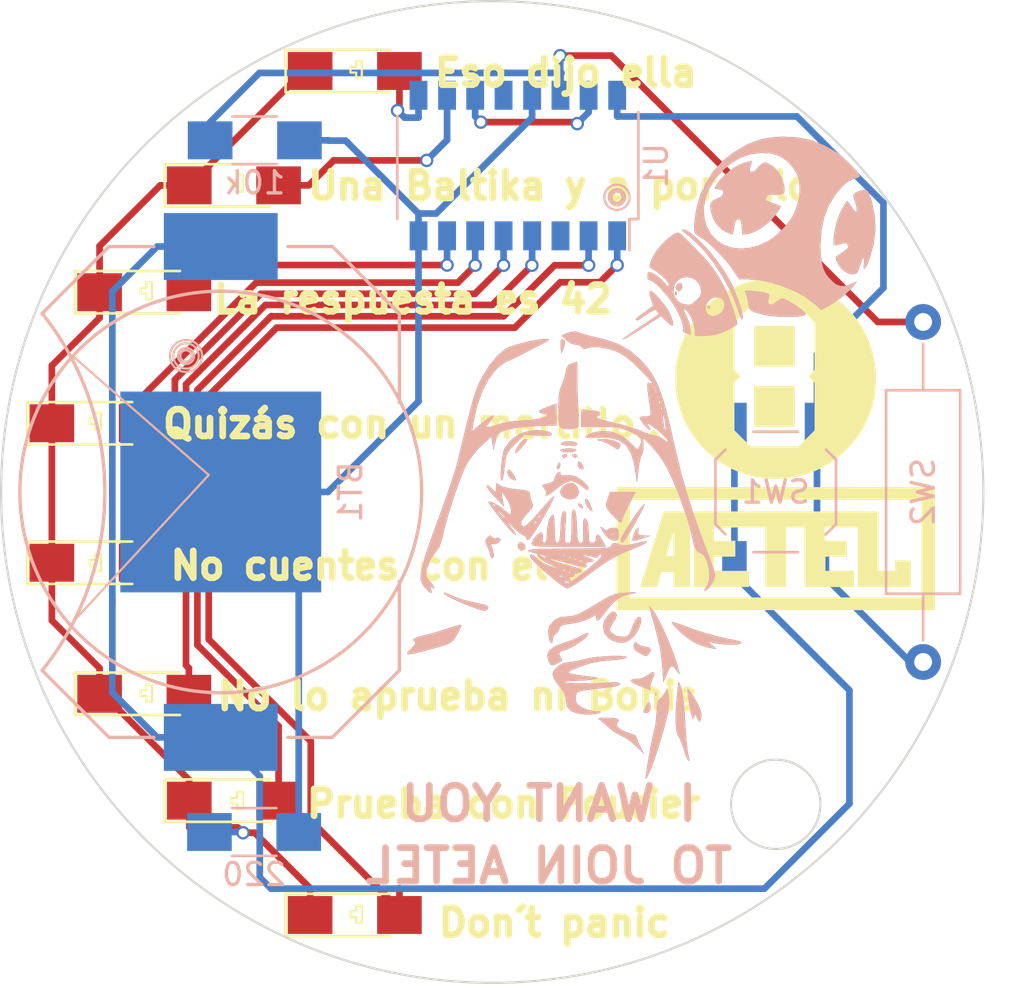
<source format=kicad_pcb>
(kicad_pcb (version 4) (host pcbnew 4.0.6)

  (general
    (links 29)
    (no_connects 0)
    (area -30.435001 -22.050001 24.062 22.050001)
    (thickness 1.6)
    (drawings 86)
    (tracks 161)
    (zones 0)
    (modules 20)
    (nets 17)
  )

  (page A4)
  (layers
    (0 F.Cu signal)
    (31 B.Cu signal)
    (32 B.Adhes user)
    (33 F.Adhes user)
    (34 B.Paste user)
    (35 F.Paste user)
    (36 B.SilkS user)
    (37 F.SilkS user)
    (38 B.Mask user)
    (39 F.Mask user)
    (40 Dwgs.User user)
    (41 Cmts.User user)
    (42 Eco1.User user)
    (43 Eco2.User user)
    (44 Edge.Cuts user)
    (45 Margin user)
    (46 B.CrtYd user)
    (47 F.CrtYd user)
    (48 B.Fab user)
    (49 F.Fab user)
  )

  (setup
    (last_trace_width 0.3)
    (user_trace_width 0.6)
    (trace_clearance 0.2)
    (zone_clearance 0.508)
    (zone_45_only no)
    (trace_min 0.2)
    (segment_width 0.1)
    (edge_width 0.1)
    (via_size 0.6)
    (via_drill 0.4)
    (via_min_size 0.4)
    (via_min_drill 0.3)
    (uvia_size 0.3)
    (uvia_drill 0.1)
    (uvias_allowed no)
    (uvia_min_size 0.2)
    (uvia_min_drill 0.1)
    (pcb_text_width 0.3)
    (pcb_text_size 1.5 1.5)
    (mod_edge_width 0.15)
    (mod_text_size 1 1)
    (mod_text_width 0.15)
    (pad_size 1.5 1.5)
    (pad_drill 0.6)
    (pad_to_mask_clearance 0)
    (aux_axis_origin 0 0)
    (visible_elements 7FFFFFFF)
    (pcbplotparams
      (layerselection 0x3ffff_80000001)
      (usegerberextensions false)
      (excludeedgelayer true)
      (linewidth 0.100000)
      (plotframeref false)
      (viasonmask false)
      (mode 1)
      (useauxorigin true)
      (hpglpennumber 1)
      (hpglpenspeed 20)
      (hpglpendiameter 15)
      (hpglpenoverlay 2)
      (psnegative false)
      (psa4output false)
      (plotreference true)
      (plotvalue true)
      (plotinvisibletext false)
      (padsonsilk false)
      (subtractmaskfromsilk false)
      (outputformat 1)
      (mirror false)
      (drillshape 0)
      (scaleselection 1)
      (outputdirectory "Gerbers 2/"))
  )

  (net 0 "")
  (net 1 "Net-(BT1-Pad1)")
  (net 2 VSS)
  (net 3 "Net-(D10-Pad1)")
  (net 4 "Net-(D9-Pad2)")
  (net 5 "Net-(D10-Pad2)")
  (net 6 "Net-(D11-Pad2)")
  (net 7 "Net-(D12-Pad2)")
  (net 8 "Net-(D13-Pad2)")
  (net 9 "Net-(D14-Pad2)")
  (net 10 "Net-(D15-Pad2)")
  (net 11 "Net-(D16-Pad2)")
  (net 12 "Net-(R3-Pad2)")
  (net 13 "Net-(U1-Pad11)")
  (net 14 "Net-(U1-Pad12)")
  (net 15 VDD)
  (net 16 "Net-(U1-Pad3)")

  (net_class Default "Esta es la clase de red por defecto."
    (clearance 0.2)
    (trace_width 0.3)
    (via_dia 0.6)
    (via_drill 0.4)
    (uvia_dia 0.3)
    (uvia_drill 0.1)
    (add_net "Net-(BT1-Pad1)")
    (add_net "Net-(D10-Pad1)")
    (add_net "Net-(D10-Pad2)")
    (add_net "Net-(D11-Pad2)")
    (add_net "Net-(D12-Pad2)")
    (add_net "Net-(D13-Pad2)")
    (add_net "Net-(D14-Pad2)")
    (add_net "Net-(D15-Pad2)")
    (add_net "Net-(D16-Pad2)")
    (add_net "Net-(D9-Pad2)")
    (add_net "Net-(R3-Pad2)")
    (add_net "Net-(U1-Pad11)")
    (add_net "Net-(U1-Pad12)")
    (add_net "Net-(U1-Pad3)")
    (add_net VDD)
    (add_net VSS)
  )

  (module "Lukas:LINX CR2032 Holder" (layer B.Cu) (tedit 5AE492B4) (tstamp 5AE49532)
    (at -12.16 0 90)
    (path /5ACBB721)
    (fp_text reference BT1 (at 0 5.81 90) (layer B.SilkS)
      (effects (font (size 1 1) (thickness 0.15)) (justify mirror))
    )
    (fp_text value Battery_Cell (at 0 7.08 90) (layer B.Fab)
      (effects (font (size 1 1) (thickness 0.15)) (justify mirror))
    )
    (fp_arc (start 0 -18) (end -8 -8) (angle -77.31961651) (layer B.SilkS) (width 0.15))
    (fp_line (start 11 -5) (end 8 -8) (layer B.SilkS) (width 0.15))
    (fp_line (start -11 -5) (end -8 -8) (layer B.SilkS) (width 0.15))
    (fp_line (start 8 8) (end 11 5) (layer B.SilkS) (width 0.15))
    (fp_line (start 4 8) (end 8 8) (layer B.SilkS) (width 0.15))
    (fp_line (start -8 8) (end -4 8) (layer B.SilkS) (width 0.15))
    (fp_line (start -11 5) (end -8 8) (layer B.SilkS) (width 0.15))
    (fp_circle (center 0 0) (end 9 0) (layer B.SilkS) (width 0.15))
    (fp_line (start -11 3) (end -11 5) (layer B.SilkS) (width 0.15))
    (fp_line (start 11 3) (end 11 5) (layer B.SilkS) (width 0.15))
    (fp_line (start -11 -5) (end -11 -3) (layer B.SilkS) (width 0.15))
    (fp_line (start 11 -5) (end 11 -3) (layer B.SilkS) (width 0.15))
    (pad 2 smd rect (at 0 0 90) (size 9 9) (layers B.Cu B.Paste B.Mask)
      (net 2 VSS))
    (pad 1 smd rect (at -11 0 90) (size 3 5.1) (layers B.Cu B.Paste B.Mask)
      (net 1 "Net-(BT1-Pad1)"))
    (pad 1 smd rect (at 11 0 90) (size 3 5.1) (layers B.Cu B.Paste B.Mask)
      (net 1 "Net-(BT1-Pad1)"))
  )

  (module LEDs:LED_1206_HandSoldering (layer F.Cu) (tedit 5AE4C27C) (tstamp 5AE4A454)
    (at -17.7265 3.1717)
    (descr "LED SMD 1206, hand soldering")
    (tags "LED 1206")
    (path /5ACB325B)
    (attr smd)
    (fp_text reference D11 (at 0 -1.85) (layer F.Fab)
      (effects (font (size 1 1) (thickness 0.15)))
    )
    (fp_text value LED (at 0 1.9) (layer F.Fab)
      (effects (font (size 1 1) (thickness 0.15)))
    )
    (fp_line (start -3.1 -0.95) (end -3.1 0.95) (layer F.SilkS) (width 0.12))
    (fp_line (start -0.4 0) (end 0.2 -0.4) (layer F.Fab) (width 0.1))
    (fp_line (start 0.2 -0.4) (end 0.2 0.4) (layer F.Fab) (width 0.1))
    (fp_line (start 0.2 0.4) (end -0.4 0) (layer F.Fab) (width 0.1))
    (fp_line (start -0.45 -0.4) (end -0.45 0.4) (layer F.Fab) (width 0.1))
    (fp_line (start -1.6 0.8) (end -1.6 -0.8) (layer F.Fab) (width 0.1))
    (fp_line (start 1.6 0.8) (end -1.6 0.8) (layer F.Fab) (width 0.1))
    (fp_line (start 1.6 -0.8) (end 1.6 0.8) (layer F.Fab) (width 0.1))
    (fp_line (start -1.6 -0.8) (end 1.6 -0.8) (layer F.Fab) (width 0.1))
    (fp_line (start -3.1 0.95) (end 1.6 0.95) (layer F.SilkS) (width 0.12))
    (fp_line (start -3.1 -0.95) (end 1.6 -0.95) (layer F.SilkS) (width 0.12))
    (fp_line (start -3.25 -1.11) (end 3.25 -1.11) (layer F.CrtYd) (width 0.05))
    (fp_line (start -3.25 -1.11) (end -3.25 1.1) (layer F.CrtYd) (width 0.05))
    (fp_line (start 3.25 1.1) (end 3.25 -1.11) (layer F.CrtYd) (width 0.05))
    (fp_line (start 3.25 1.1) (end -3.25 1.1) (layer F.CrtYd) (width 0.05))
    (pad 1 smd rect (at -2 0) (size 2 1.7) (layers F.Cu F.Paste F.Mask)
      (net 3 "Net-(D10-Pad1)"))
    (pad 2 smd rect (at 2 0) (size 2 1.7) (layers F.Cu F.Paste F.Mask)
      (net 6 "Net-(D11-Pad2)"))
    (model ${KISYS3DMOD}/LEDs.3dshapes/LED_1206.wrl
      (at (xyz 0 0 0))
      (scale (xyz 1 1 1))
      (rotate (xyz 0 0 180))
    )
  )

  (module Resistors_THT:R_Axial_DIN0309_L9.0mm_D3.2mm_P15.24mm_Horizontal (layer B.Cu) (tedit 5ACD08A1) (tstamp 5ACCEB9B)
    (at 19.304 7.62 90)
    (descr "Resistor, Axial_DIN0309 series, Axial, Horizontal, pin pitch=15.24mm, 0.5W = 1/2W, length*diameter=9*3.2mm^2, http://cdn-reichelt.de/documents/datenblatt/B400/1_4W%23YAG.pdf")
    (tags "Resistor Axial_DIN0309 series Axial Horizontal pin pitch 15.24mm 0.5W = 1/2W length 9mm diameter 3.2mm")
    (path /5ACB364F)
    (fp_text reference SW2 (at 7.62 0 90) (layer B.SilkS)
      (effects (font (size 1 1) (thickness 0.15)) (justify mirror))
    )
    (fp_text value SW_DIP_x01 (at 6.223 3.683 90) (layer B.Fab)
      (effects (font (size 1 1) (thickness 0.15)) (justify mirror))
    )
    (fp_line (start 3.12 1.6) (end 3.12 -1.6) (layer B.Fab) (width 0.1))
    (fp_line (start 3.12 -1.6) (end 12.12 -1.6) (layer B.Fab) (width 0.1))
    (fp_line (start 12.12 -1.6) (end 12.12 1.6) (layer B.Fab) (width 0.1))
    (fp_line (start 12.12 1.6) (end 3.12 1.6) (layer B.Fab) (width 0.1))
    (fp_line (start 0 0) (end 3.12 0) (layer B.Fab) (width 0.1))
    (fp_line (start 15.24 0) (end 12.12 0) (layer B.Fab) (width 0.1))
    (fp_line (start 3.06 1.66) (end 3.06 -1.66) (layer B.SilkS) (width 0.12))
    (fp_line (start 3.06 -1.66) (end 12.18 -1.66) (layer B.SilkS) (width 0.12))
    (fp_line (start 12.18 -1.66) (end 12.18 1.66) (layer B.SilkS) (width 0.12))
    (fp_line (start 12.18 1.66) (end 3.06 1.66) (layer B.SilkS) (width 0.12))
    (fp_line (start 0.98 0) (end 3.06 0) (layer B.SilkS) (width 0.12))
    (fp_line (start 14.26 0) (end 12.18 0) (layer B.SilkS) (width 0.12))
    (fp_line (start -1.05 1.95) (end -1.05 -1.95) (layer B.CrtYd) (width 0.05))
    (fp_line (start -1.05 -1.95) (end 16.3 -1.95) (layer B.CrtYd) (width 0.05))
    (fp_line (start 16.3 -1.95) (end 16.3 1.95) (layer B.CrtYd) (width 0.05))
    (fp_line (start 16.3 1.95) (end -1.05 1.95) (layer B.CrtYd) (width 0.05))
    (pad 1 thru_hole circle (at 0 0 90) (size 1.6 1.6) (drill 0.8) (layers *.Cu *.Mask)
      (net 15 VDD))
    (pad 2 thru_hole oval (at 15.24 0 90) (size 1.6 1.6) (drill 0.8) (layers *.Cu *.Mask)
      (net 12 "Net-(R3-Pad2)"))
    (model ${KISYS3DMOD}/Resistors_THT.3dshapes/R_Axial_DIN0309_L9.0mm_D3.2mm_P15.24mm_Horizontal.wrl
      (at (xyz 0 0 0))
      (scale (xyz 0.393701 0.393701 0.393701))
      (rotate (xyz 0 0 0))
    )
  )

  (module Housings_SSOP:SOP-16_4.4x10.4mm_Pitch1.27mm (layer B.Cu) (tedit 5ACE387C) (tstamp 5ACCEBBD)
    (at 1.148 -14.63 90)
    (descr "16-Lead Plastic Small Outline http://www.vishay.com/docs/49633/sg2098.pdf")
    (tags "SOP 1.27")
    (path /5ACBACE9)
    (attr smd)
    (fp_text reference U1 (at 0 6.2 90) (layer B.SilkS)
      (effects (font (size 1 1) (thickness 0.15)) (justify mirror))
    )
    (fp_text value 4017 (at 0 -6.1 90) (layer B.Fab)
      (effects (font (size 1 1) (thickness 0.15)) (justify mirror))
    )
    (fp_text user %R (at 0 0 90) (layer B.Fab)
      (effects (font (size 0.8 0.8) (thickness 0.15)) (justify mirror))
    )
    (fp_line (start -2.2 4.6) (end -1.6 5.2) (layer B.Fab) (width 0.1))
    (fp_line (start -2.4 5.4) (end -2.4 5) (layer B.SilkS) (width 0.12))
    (fp_line (start -2.4 5) (end -3.8 5) (layer B.SilkS) (width 0.12))
    (fp_line (start -1.6 5.2) (end 2.2 5.2) (layer B.Fab) (width 0.1))
    (fp_line (start 2.2 5.2) (end 2.2 -5.2) (layer B.Fab) (width 0.1))
    (fp_line (start 2.2 -5.2) (end -2.2 -5.2) (layer B.Fab) (width 0.1))
    (fp_line (start -2.2 -5.2) (end -2.2 4.6) (layer B.Fab) (width 0.1))
    (fp_line (start -2.4 5.4) (end 2.4 5.4) (layer B.SilkS) (width 0.12))
    (fp_line (start -2.4 -5.4) (end 2.4 -5.4) (layer B.SilkS) (width 0.12))
    (fp_line (start -4.05 5.45) (end 4.05 5.45) (layer B.CrtYd) (width 0.05))
    (fp_line (start -4.05 5.45) (end -4.05 -5.45) (layer B.CrtYd) (width 0.05))
    (fp_line (start 4.05 -5.45) (end 4.05 5.45) (layer B.CrtYd) (width 0.05))
    (fp_line (start 4.05 -5.45) (end -4.05 -5.45) (layer B.CrtYd) (width 0.05))
    (pad 1 smd rect (at -3.15 4.45 90) (size 1.3 0.8) (layers B.Cu B.Paste B.Mask)
      (net 7 "Net-(D12-Pad2)"))
    (pad 2 smd rect (at -3.15 3.17 90) (size 1.3 0.8) (layers B.Cu B.Paste B.Mask)
      (net 11 "Net-(D16-Pad2)"))
    (pad 3 smd rect (at -3.15 1.91 90) (size 1.3 0.8) (layers B.Cu B.Paste B.Mask)
      (net 16 "Net-(U1-Pad3)"))
    (pad 4 smd rect (at -3.15 0.64 90) (size 1.3 0.8) (layers B.Cu B.Paste B.Mask)
      (net 10 "Net-(D15-Pad2)"))
    (pad 5 smd rect (at -3.15 -0.64 90) (size 1.3 0.8) (layers B.Cu B.Paste B.Mask)
      (net 6 "Net-(D11-Pad2)"))
    (pad 6 smd rect (at -3.15 -1.91 90) (size 1.3 0.8) (layers B.Cu B.Paste B.Mask)
      (net 5 "Net-(D10-Pad2)"))
    (pad 7 smd rect (at -3.15 -3.17 90) (size 1.3 0.8) (layers B.Cu B.Paste B.Mask)
      (net 9 "Net-(D14-Pad2)"))
    (pad 8 smd rect (at -3.15 -4.45 90) (size 1.3 0.8) (layers B.Cu B.Paste B.Mask)
      (net 2 VSS))
    (pad 9 smd rect (at 3.15 -4.45 90) (size 1.3 0.8) (layers B.Cu B.Paste B.Mask)
      (net 4 "Net-(D9-Pad2)"))
    (pad 10 smd rect (at 3.15 -3.17 90) (size 1.3 0.8) (layers B.Cu B.Paste B.Mask)
      (net 8 "Net-(D13-Pad2)"))
    (pad 11 smd rect (at 3.15 -1.91 90) (size 1.3 0.8) (layers B.Cu B.Paste B.Mask)
      (net 13 "Net-(U1-Pad11)"))
    (pad 12 smd rect (at 3.15 -0.64 90) (size 1.3 0.8) (layers B.Cu B.Paste B.Mask)
      (net 14 "Net-(U1-Pad12)"))
    (pad 13 smd rect (at 3.15 0.64 90) (size 1.3 0.8) (layers B.Cu B.Paste B.Mask)
      (net 2 VSS))
    (pad 14 smd rect (at 3.15 1.91 90) (size 1.3 0.8) (layers B.Cu B.Paste B.Mask)
      (net 12 "Net-(R3-Pad2)"))
    (pad 15 smd rect (at 3.15 3.17 90) (size 1.3 0.8) (layers B.Cu B.Paste B.Mask)
      (net 13 "Net-(U1-Pad11)"))
    (pad 16 smd rect (at 3.15 4.45 90) (size 1.3 0.8) (layers B.Cu B.Paste B.Mask)
      (net 15 VDD))
    (model ${KISYS3DMOD}/Housings_SSOP.3dshapes/SOP-16_4.4x10.4mm_Pitch1.27mm.wrl
      (at (xyz 0 0 0))
      (scale (xyz 1 1 1))
      (rotate (xyz 0 0 0))
    )
  )

  (module Buttons_Switches_SMD:SW_SPST_SKQG (layer B.Cu) (tedit 58724BB1) (tstamp 5AD4A602)
    (at 12.7 0 270)
    (descr "ALPS 5.2mm Square Low-profile TACT Switch (SMD), http://www.alps.com/prod/info/E/PDF/Tact/SurfaceMount/SKQG/SKQG.PDF")
    (tags "SPST Button Switch")
    (path /5AD4B043)
    (attr smd)
    (fp_text reference SW1 (at 0 0 360) (layer B.SilkS)
      (effects (font (size 1 1) (thickness 0.15)) (justify mirror))
    )
    (fp_text value SW_Push_Open_Dual_x2 (at 0 -3.7 270) (layer B.Fab)
      (effects (font (size 1 1) (thickness 0.15)) (justify mirror))
    )
    (fp_line (start 1.45 2.6) (end 2.55 1.5) (layer B.Fab) (width 0.1))
    (fp_line (start 2.55 1.5) (end 2.55 -1.45) (layer B.Fab) (width 0.1))
    (fp_line (start 2.55 -1.45) (end 1.4 -2.6) (layer B.Fab) (width 0.1))
    (fp_line (start 1.4 -2.6) (end -1.45 -2.6) (layer B.Fab) (width 0.1))
    (fp_line (start -1.45 -2.6) (end -2.6 -1.45) (layer B.Fab) (width 0.1))
    (fp_line (start -2.6 -1.45) (end -2.6 1.45) (layer B.Fab) (width 0.1))
    (fp_line (start -2.6 1.45) (end -1.45 2.6) (layer B.Fab) (width 0.1))
    (fp_line (start -1.45 2.6) (end 1.45 2.6) (layer B.Fab) (width 0.1))
    (fp_text user %R (at 0 3.6 270) (layer B.Fab)
      (effects (font (size 1 1) (thickness 0.15)) (justify mirror))
    )
    (fp_line (start -4.25 2.95) (end -4.25 -2.95) (layer B.CrtYd) (width 0.05))
    (fp_line (start 4.25 2.95) (end -4.25 2.95) (layer B.CrtYd) (width 0.05))
    (fp_line (start 4.25 -2.95) (end 4.25 2.95) (layer B.CrtYd) (width 0.05))
    (fp_line (start -4.25 -2.95) (end 4.25 -2.95) (layer B.CrtYd) (width 0.05))
    (fp_line (start -1.2 1.8) (end 1.2 1.8) (layer B.Fab) (width 0.1))
    (fp_line (start -1.8 1.2) (end -1.2 1.8) (layer B.Fab) (width 0.1))
    (fp_line (start -1.8 -1.2) (end -1.8 1.2) (layer B.Fab) (width 0.1))
    (fp_line (start -1.2 -1.8) (end -1.8 -1.2) (layer B.Fab) (width 0.1))
    (fp_line (start 1.2 -1.8) (end -1.2 -1.8) (layer B.Fab) (width 0.1))
    (fp_line (start 1.8 -1.2) (end 1.2 -1.8) (layer B.Fab) (width 0.1))
    (fp_line (start 1.8 1.2) (end 1.8 -1.2) (layer B.Fab) (width 0.1))
    (fp_line (start 1.2 1.8) (end 1.8 1.2) (layer B.Fab) (width 0.1))
    (fp_line (start -1.45 2.7) (end 1.45 2.7) (layer B.SilkS) (width 0.12))
    (fp_line (start -1.9 2.25) (end -1.45 2.7) (layer B.SilkS) (width 0.12))
    (fp_line (start -2.7 -1) (end -2.7 1) (layer B.SilkS) (width 0.12))
    (fp_line (start -1.45 -2.7) (end -1.9 -2.25) (layer B.SilkS) (width 0.12))
    (fp_line (start 1.45 -2.7) (end -1.45 -2.7) (layer B.SilkS) (width 0.12))
    (fp_line (start 1.9 -2.25) (end 1.45 -2.7) (layer B.SilkS) (width 0.12))
    (fp_line (start 2.7 1) (end 2.7 -1) (layer B.SilkS) (width 0.12))
    (fp_line (start 1.45 2.7) (end 1.9 2.25) (layer B.SilkS) (width 0.12))
    (fp_circle (center 0 0) (end 1 0) (layer B.Fab) (width 0.1))
    (pad 1 smd rect (at -3.1 1.85 270) (size 1.8 1.1) (layers B.Cu B.Paste B.Mask)
      (net 1 "Net-(BT1-Pad1)"))
    (pad 1 smd rect (at 3.1 1.85 270) (size 1.8 1.1) (layers B.Cu B.Paste B.Mask)
      (net 1 "Net-(BT1-Pad1)"))
    (pad 2 smd rect (at -3.1 -1.85 270) (size 1.8 1.1) (layers B.Cu B.Paste B.Mask)
      (net 15 VDD))
    (pad 2 smd rect (at 3.1 -1.85 270) (size 1.8 1.1) (layers B.Cu B.Paste B.Mask)
      (net 15 VDD))
    (model ${KISYS3DMOD}/Buttons_Switches_SMD.3dshapes/SW_SPST_SKQG.wrl
      (at (xyz 0 0 0))
      (scale (xyz 1 1 1))
      (rotate (xyz 0 0 0))
    )
  )

  (module Desktop:123 (layer F.Cu) (tedit 5AE4B40E) (tstamp 5AD62BD6)
    (at 12.7 -5.08 180)
    (fp_text reference "Bola 8" (at 0.010182 5.08 180) (layer F.SilkS) hide
      (effects (font (thickness 0.3)))
    )
    (fp_text value LOGO (at 0 5.08 180) (layer F.SilkS) hide
      (effects (font (thickness 0.3)))
    )
    (fp_poly (pts (xy 0.256951 -4.483939) (xy 0.421538 -4.472804) (xy 0.580946 -4.455915) (xy 0.738802 -4.43284)
      (xy 0.898738 -4.40315) (xy 1.002632 -4.380757) (xy 1.236191 -4.321149) (xy 1.464911 -4.249316)
      (xy 1.688401 -4.165629) (xy 1.906269 -4.070455) (xy 2.118122 -3.964165) (xy 2.323569 -3.847127)
      (xy 2.522219 -3.71971) (xy 2.713678 -3.582284) (xy 2.897557 -3.435218) (xy 3.073461 -3.27888)
      (xy 3.241001 -3.11364) (xy 3.399783 -2.939866) (xy 3.549417 -2.757929) (xy 3.68951 -2.568197)
      (xy 3.81967 -2.371039) (xy 3.939506 -2.166824) (xy 4.048626 -1.955922) (xy 4.146638 -1.738701)
      (xy 4.233149 -1.51553) (xy 4.30777 -1.28678) (xy 4.315617 -1.259974) (xy 4.361791 -1.090183)
      (xy 4.400132 -0.926137) (xy 4.431076 -0.764863) (xy 4.455059 -0.60339) (xy 4.472519 -0.438745)
      (xy 4.483891 -0.267957) (xy 4.489611 -0.088054) (xy 4.489836 -0.073254) (xy 4.490609 0.058643)
      (xy 4.488908 0.180167) (xy 4.484535 0.294117) (xy 4.477294 0.403291) (xy 4.466987 0.510489)
      (xy 4.453418 0.61851) (xy 4.43639 0.730153) (xy 4.431051 0.762) (xy 4.383882 0.999519)
      (xy 4.324435 1.232358) (xy 4.253067 1.460161) (xy 4.170132 1.682573) (xy 4.075986 1.899239)
      (xy 3.970983 2.109803) (xy 3.855481 2.31391) (xy 3.729833 2.511204) (xy 3.594395 2.70133)
      (xy 3.449522 2.883934) (xy 3.295571 3.058658) (xy 3.132895 3.225149) (xy 2.961852 3.383051)
      (xy 2.782795 3.532008) (xy 2.59608 3.671665) (xy 2.402063 3.801667) (xy 2.2011 3.921658)
      (xy 1.993544 4.031282) (xy 1.779753 4.130186) (xy 1.56008 4.218013) (xy 1.334882 4.294407)
      (xy 1.104513 4.359014) (xy 0.86933 4.411478) (xy 0.762 4.431035) (xy 0.582242 4.457841)
      (xy 0.402714 4.477036) (xy 0.220487 4.48881) (xy 0.032637 4.493352) (xy -0.163763 4.49085)
      (xy -0.402911 4.477158) (xy -0.640028 4.450429) (xy -0.874643 4.410903) (xy -1.106284 4.358822)
      (xy -1.334477 4.294426) (xy -1.558749 4.217956) (xy -1.778629 4.129651) (xy -1.993643 4.029754)
      (xy -2.203318 3.918503) (xy -2.407183 3.796141) (xy -2.604765 3.662907) (xy -2.79559 3.519043)
      (xy -2.979187 3.364788) (xy -3.155082 3.200384) (xy -3.322804 3.02607) (xy -3.481878 2.842088)
      (xy -3.536681 2.77386) (xy -3.681019 2.579838) (xy -3.814446 2.378336) (xy -3.936699 2.169954)
      (xy -4.047516 1.955291) (xy -4.146637 1.734947) (xy -4.233798 1.509521) (xy -4.308739 1.279615)
      (xy -4.371198 1.045827) (xy -4.420913 0.808757) (xy -4.437903 0.708526) (xy -4.462135 0.531702)
      (xy -4.478839 0.354972) (xy -4.488243 0.174869) (xy -4.490574 -0.012075) (xy -4.489753 -0.080211)
      (xy -4.483431 -0.264172) (xy -4.471031 -0.439288) (xy -4.452139 -0.608825) (xy -4.426342 -0.776045)
      (xy -4.393228 -0.944213) (xy -4.36501 -1.066132) (xy -4.300544 -1.301642) (xy -4.223954 -1.531943)
      (xy -4.135569 -1.756647) (xy -4.035715 -1.975368) (xy -3.924721 -2.187719) (xy -3.844686 -2.32281)
      (xy -1.744579 -2.32281) (xy -1.744579 -0.170564) (xy -1.607551 -0.03342) (xy -1.470524 0.103725)
      (xy -1.607551 0.24063) (xy -1.744579 0.377536) (xy -1.744579 2.529928) (xy -1.381984 2.892569)
      (xy -1.019388 3.255211) (xy 1.126244 3.255211) (xy 1.488885 2.892615) (xy 1.851526 2.53002)
      (xy 1.851526 0.377533) (xy 1.717842 0.243974) (xy 1.683293 0.209225) (xy 1.652058 0.177364)
      (xy 1.625339 0.149652) (xy 1.604335 0.12735) (xy 1.590249 0.111718) (xy 1.584279 0.104018)
      (xy 1.584158 0.103605) (xy 1.588713 0.097294) (xy 1.601579 0.08285) (xy 1.621554 0.061532)
      (xy 1.647437 0.034603) (xy 1.678029 0.003323) (xy 1.712127 -0.031047) (xy 1.717842 -0.036763)
      (xy 1.851526 -0.170322) (xy 1.851526 -2.32281) (xy 1.132928 -3.041316) (xy -1.02598 -3.041316)
      (xy -1.38528 -2.682063) (xy -1.744579 -2.32281) (xy -3.844686 -2.32281) (xy -3.802915 -2.393315)
      (xy -3.670624 -2.591767) (xy -3.528176 -2.78269) (xy -3.375899 -2.965697) (xy -3.214122 -3.140401)
      (xy -3.04317 -3.306415) (xy -2.863374 -3.463354) (xy -2.675059 -3.610831) (xy -2.478555 -3.748458)
      (xy -2.274189 -3.875849) (xy -2.062288 -3.992619) (xy -1.843181 -4.098379) (xy -1.764632 -4.132817)
      (xy -1.53789 -4.222674) (xy -1.30891 -4.299459) (xy -1.077407 -4.363227) (xy -0.843095 -4.414033)
      (xy -0.605689 -4.451931) (xy -0.364904 -4.476977) (xy -0.120453 -4.489227) (xy 0.083553 -4.489749)
      (xy 0.256951 -4.483939)) (layer F.SilkS) (width 0.01))
    (fp_poly (pts (xy 0.955842 2.359526) (xy -0.848895 2.359526) (xy -0.848895 0.548105) (xy 0.955842 0.548105)
      (xy 0.955842 2.359526)) (layer F.SilkS) (width 0.01))
    (fp_poly (pts (xy 0.955842 -0.340895) (xy -0.848895 -0.340895) (xy -0.848895 -2.152316) (xy 0.955842 -2.152316)
      (xy 0.955842 -0.340895)) (layer F.SilkS) (width 0.01))
  )

  (module Desktop:753 (layer F.Cu) (tedit 5AE4B432) (tstamp 5AD62EE6)
    (at 12.7 2.54)
    (fp_text reference AETEL (at 0 4.064) (layer F.SilkS) hide
      (effects (font (thickness 0.3)))
    )
    (fp_text value LOGO (at -0.254 4.064) (layer F.SilkS) hide
      (effects (font (thickness 0.3)))
    )
    (fp_poly (pts (xy 7.12724 2.751667) (xy -7.12724 2.751667) (xy -7.12724 -2.192866) (xy -6.539654 -2.192866)
      (xy -6.539654 2.192867) (xy 6.539653 2.192867) (xy 6.539653 -2.192866) (xy -6.539654 -2.192866)
      (xy -7.12724 -2.192866) (xy -7.12724 -2.751666) (xy 7.12724 -2.751666) (xy 7.12724 2.751667)) (layer F.SilkS) (width 0.01))
    (fp_poly (pts (xy 4.60248 1.002454) (xy 5.350933 1.002454) (xy 5.350933 0.5334) (xy 6.05028 0.5334)
      (xy 6.05028 1.71196) (xy 3.684693 1.71196) (xy 3.684693 -0.94488) (xy 3.679613 -0.94488)
      (xy 3.675982 -0.945335) (xy 3.674654 -0.947272) (xy 3.674533 -0.949113) (xy 3.674533 -0.953346)
      (xy 2.223346 -0.953346) (xy 2.223346 -0.352213) (xy 3.178386 -0.352213) (xy 3.178386 0.357294)
      (xy 2.223346 0.357294) (xy 2.223346 1.002454) (xy 3.5052 1.002454) (xy 3.5052 1.71196)
      (xy 1.2954 1.71196) (xy 1.2954 -0.953346) (xy 0.46736 -0.953346) (xy 0.46736 1.71196)
      (xy -0.458894 1.71196) (xy -0.458894 -0.953346) (xy -2.7686 -0.953346) (xy -2.7686 -0.352213)
      (xy -1.81356 -0.352213) (xy -1.81356 0.357294) (xy -2.7686 0.357294) (xy -2.7686 1.002454)
      (xy -1.197187 1.002454) (xy -1.197187 1.71196) (xy -3.6576 1.71196) (xy -3.6576 -0.98044)
      (xy -3.837094 -0.98044) (xy -3.837094 1.71196) (xy -4.57708 1.71196) (xy -4.57708 1.044787)
      (xy -5.118788 1.044787) (xy -5.120528 1.051137) (xy -5.121153 1.053379) (xy -5.12265 1.058723)
      (xy -5.124974 1.067011) (xy -5.12808 1.078086) (xy -5.131924 1.09179) (xy -5.136463 1.107963)
      (xy -5.141651 1.126448) (xy -5.147444 1.147088) (xy -5.153798 1.169723) (xy -5.160668 1.194197)
      (xy -5.168011 1.22035) (xy -5.175781 1.248025) (xy -5.183934 1.277064) (xy -5.192426 1.307309)
      (xy -5.201213 1.338601) (xy -5.21025 1.370782) (xy -5.214164 1.384719) (xy -5.30606 1.711952)
      (xy -5.68833 1.711956) (xy -5.72406 1.711952) (xy -5.758885 1.71194) (xy -5.792656 1.71192)
      (xy -5.825222 1.711892) (xy -5.856432 1.711858) (xy -5.886135 1.711816) (xy -5.91418 1.711768)
      (xy -5.940416 1.711714) (xy -5.964692 1.711655) (xy -5.986858 1.71159) (xy -6.006762 1.711521)
      (xy -6.024254 1.711447) (xy -6.039183 1.711369) (xy -6.051398 1.711287) (xy -6.060748 1.711202)
      (xy -6.067081 1.711114) (xy -6.070249 1.711024) (xy -6.0706 1.710982) (xy -6.070096 1.709349)
      (xy -6.068601 1.704569) (xy -6.06614 1.696721) (xy -6.06274 1.685888) (xy -6.058426 1.672153)
      (xy -6.053223 1.655596) (xy -6.047159 1.6363) (xy -6.040257 1.614346) (xy -6.032545 1.589816)
      (xy -6.024047 1.562793) (xy -6.014791 1.533357) (xy -6.0048 1.501591) (xy -5.994102 1.467577)
      (xy -5.982722 1.431396) (xy -5.970685 1.39313) (xy -5.958017 1.352861) (xy -5.944745 1.310671)
      (xy -5.930894 1.266642) (xy -5.916489 1.220855) (xy -5.901557 1.173393) (xy -5.886123 1.124337)
      (xy -5.870213 1.073769) (xy -5.853852 1.02177) (xy -5.837067 0.968424) (xy -5.819883 0.913811)
      (xy -5.802326 0.858013) (xy -5.784421 0.801112) (xy -5.766195 0.74319) (xy -5.747673 0.68433)
      (xy -5.728882 0.624611) (xy -5.709845 0.564118) (xy -5.690591 0.50293) (xy -5.671143 0.441131)
      (xy -5.651528 0.378801) (xy -5.637055 0.33281) (xy -4.904914 0.33281) (xy -4.904522 0.333245)
      (xy -4.903518 0.333626) (xy -4.901708 0.333956) (xy -4.898893 0.33424) (xy -4.894877 0.33448)
      (xy -4.889463 0.33468) (xy -4.882455 0.334844) (xy -4.873655 0.334975) (xy -4.862867 0.335077)
      (xy -4.849895 0.335154) (xy -4.83454 0.335208) (xy -4.816607 0.335245) (xy -4.795899 0.335267)
      (xy -4.772219 0.335277) (xy -4.74537 0.33528) (xy -4.578774 0.33528) (xy -4.57889 -0.228176)
      (xy -4.579007 -0.791633) (xy -4.583269 -0.77724) (xy -4.584065 -0.774515) (xy -4.585768 -0.768661)
      (xy -4.588342 -0.759799) (xy -4.591752 -0.748054) (xy -4.595961 -0.733548) (xy -4.600934 -0.716404)
      (xy -4.606636 -0.696746) (xy -4.61303 -0.674696) (xy -4.620081 -0.650378) (xy -4.627753 -0.623914)
      (xy -4.636011 -0.595428) (xy -4.644819 -0.565042) (xy -4.654141 -0.53288) (xy -4.663942 -0.499064)
      (xy -4.674186 -0.463719) (xy -4.684837 -0.426966) (xy -4.69586 -0.388929) (xy -4.707218 -0.349731)
      (xy -4.718877 -0.309495) (xy -4.730801 -0.268343) (xy -4.742953 -0.2264) (xy -4.74575 -0.216746)
      (xy -4.757912 -0.174771) (xy -4.769834 -0.133622) (xy -4.781483 -0.093417) (xy -4.792824 -0.054278)
      (xy -4.803822 -0.016324) (xy -4.814442 0.020325) (xy -4.82465 0.055551) (xy -4.834411 0.089232)
      (xy -4.84369 0.12125) (xy -4.852453 0.151484) (xy -4.860665 0.179815) (xy -4.86829 0.206124)
      (xy -4.875296 0.23029) (xy -4.881646 0.252194) (xy -4.887306 0.271716) (xy -4.892242 0.288737)
      (xy -4.896418 0.303137) (xy -4.8998 0.314795) (xy -4.902354 0.323593) (xy -4.904044 0.329411)
      (xy -4.904837 0.332128) (xy -4.904893 0.332317) (xy -4.904914 0.33281) (xy -5.637055 0.33281)
      (xy -5.631772 0.316024) (xy -5.611901 0.25288) (xy -5.591939 0.189451) (xy -5.571914 0.12582)
      (xy -5.55185 0.062068) (xy -5.531774 -0.001723) (xy -5.511711 -0.065472) (xy -5.491687 -0.129096)
      (xy -5.471728 -0.192513) (xy -5.451859 -0.255643) (xy -5.432106 -0.318402) (xy -5.412496 -0.380709)
      (xy -5.393053 -0.442483) (xy -5.373803 -0.503641) (xy -5.354773 -0.564102) (xy -5.335988 -0.623783)
      (xy -5.317473 -0.682603) (xy -5.299255 -0.740481) (xy -5.281359 -0.797334) (xy -5.263811 -0.85308)
      (xy -5.246637 -0.907638) (xy -5.229863 -0.960926) (xy -5.213513 -1.012862) (xy -5.197615 -1.063364)
      (xy -5.182194 -1.11235) (xy -5.167275 -1.159739) (xy -5.152884 -1.205448) (xy -5.139047 -1.249397)
      (xy -5.12579 -1.291502) (xy -5.113139 -1.331682) (xy -5.101118 -1.369856) (xy -5.089755 -1.405942)
      (xy -5.079075 -1.439857) (xy -5.069103 -1.47152) (xy -5.059865 -1.500849) (xy -5.051388 -1.527762)
      (xy -5.043696 -1.552178) (xy -5.036816 -1.574014) (xy -5.030773 -1.593189) (xy -5.025593 -1.609621)
      (xy -5.021302 -1.623228) (xy -5.017926 -1.633928) (xy -5.015489 -1.641639) (xy -5.014019 -1.646281)
      (xy -5.01373 -1.64719) (xy -5.008721 -1.662853) (xy 4.60248 -1.662853) (xy 4.60248 1.002454)) (layer F.SilkS) (width 0.01))
  )

  (module Resistors_SMD:R_1206_HandSoldering (layer B.Cu) (tedit 5AE4B2B4) (tstamp 5AE4953D)
    (at -10.668 15.24 180)
    (descr "Resistor SMD 1206, hand soldering")
    (tags "resistor 1206")
    (path /5ACB358E)
    (attr smd)
    (fp_text reference R2 (at 0 1.85 180) (layer B.Fab)
      (effects (font (size 1 1) (thickness 0.15)) (justify mirror))
    )
    (fp_text value 220 (at 0 -1.9 180) (layer B.SilkS)
      (effects (font (size 1 1) (thickness 0.15)) (justify mirror))
    )
    (fp_text user %R (at 0 0 180) (layer B.Fab)
      (effects (font (size 0.7 0.7) (thickness 0.105)) (justify mirror))
    )
    (fp_line (start -1.6 -0.8) (end -1.6 0.8) (layer B.Fab) (width 0.1))
    (fp_line (start 1.6 -0.8) (end -1.6 -0.8) (layer B.Fab) (width 0.1))
    (fp_line (start 1.6 0.8) (end 1.6 -0.8) (layer B.Fab) (width 0.1))
    (fp_line (start -1.6 0.8) (end 1.6 0.8) (layer B.Fab) (width 0.1))
    (fp_line (start 1 -1.07) (end -1 -1.07) (layer B.SilkS) (width 0.12))
    (fp_line (start -1 1.07) (end 1 1.07) (layer B.SilkS) (width 0.12))
    (fp_line (start -3.25 1.11) (end 3.25 1.11) (layer B.CrtYd) (width 0.05))
    (fp_line (start -3.25 1.11) (end -3.25 -1.1) (layer B.CrtYd) (width 0.05))
    (fp_line (start 3.25 -1.1) (end 3.25 1.11) (layer B.CrtYd) (width 0.05))
    (fp_line (start 3.25 -1.1) (end -3.25 -1.1) (layer B.CrtYd) (width 0.05))
    (pad 1 smd rect (at -2 0 180) (size 2 1.7) (layers B.Cu B.Paste B.Mask)
      (net 2 VSS))
    (pad 2 smd rect (at 2 0 180) (size 2 1.7) (layers B.Cu B.Paste B.Mask)
      (net 3 "Net-(D10-Pad1)"))
    (model ${KISYS3DMOD}/Resistors_SMD.3dshapes/R_1206.wrl
      (at (xyz 0 0 0))
      (scale (xyz 1 1 1))
      (rotate (xyz 0 0 0))
    )
  )

  (module Resistors_SMD:R_1206_HandSoldering (layer B.Cu) (tedit 5AE4B2CA) (tstamp 5AE49543)
    (at -10.636 -15.76 180)
    (descr "Resistor SMD 1206, hand soldering")
    (tags "resistor 1206")
    (path /5ACB35FB)
    (attr smd)
    (fp_text reference R3 (at 0 1.85 180) (layer B.Fab)
      (effects (font (size 1 1) (thickness 0.15)) (justify mirror))
    )
    (fp_text value 10k (at 0 -1.9 180) (layer B.SilkS)
      (effects (font (size 1 1) (thickness 0.15)) (justify mirror))
    )
    (fp_text user %R (at 0 0 180) (layer B.Fab)
      (effects (font (size 0.7 0.7) (thickness 0.105)) (justify mirror))
    )
    (fp_line (start -1.6 -0.8) (end -1.6 0.8) (layer B.Fab) (width 0.1))
    (fp_line (start 1.6 -0.8) (end -1.6 -0.8) (layer B.Fab) (width 0.1))
    (fp_line (start 1.6 0.8) (end 1.6 -0.8) (layer B.Fab) (width 0.1))
    (fp_line (start -1.6 0.8) (end 1.6 0.8) (layer B.Fab) (width 0.1))
    (fp_line (start 1 -1.07) (end -1 -1.07) (layer B.SilkS) (width 0.12))
    (fp_line (start -1 1.07) (end 1 1.07) (layer B.SilkS) (width 0.12))
    (fp_line (start -3.25 1.11) (end 3.25 1.11) (layer B.CrtYd) (width 0.05))
    (fp_line (start -3.25 1.11) (end -3.25 -1.1) (layer B.CrtYd) (width 0.05))
    (fp_line (start 3.25 -1.1) (end 3.25 1.11) (layer B.CrtYd) (width 0.05))
    (fp_line (start 3.25 -1.1) (end -3.25 -1.1) (layer B.CrtYd) (width 0.05))
    (pad 1 smd rect (at -2 0 180) (size 2 1.7) (layers B.Cu B.Paste B.Mask)
      (net 2 VSS))
    (pad 2 smd rect (at 2 0 180) (size 2 1.7) (layers B.Cu B.Paste B.Mask)
      (net 12 "Net-(R3-Pad2)"))
    (model ${KISYS3DMOD}/Resistors_SMD.3dshapes/R_1206.wrl
      (at (xyz 0 0 0))
      (scale (xyz 1 1 1))
      (rotate (xyz 0 0 0))
    )
  )

  (module LEDs:LED_1206_HandSoldering (layer F.Cu) (tedit 5AE4C29E) (tstamp 5AE4A448)
    (at -6.1564 -18.8685)
    (descr "LED SMD 1206, hand soldering")
    (tags "LED 1206")
    (path /5ACB31A7)
    (attr smd)
    (fp_text reference D9 (at 0 -1.85) (layer F.Fab)
      (effects (font (size 1 1) (thickness 0.15)))
    )
    (fp_text value LED (at 0 1.9) (layer F.Fab)
      (effects (font (size 1 1) (thickness 0.15)))
    )
    (fp_line (start -3.1 -0.95) (end -3.1 0.95) (layer F.SilkS) (width 0.12))
    (fp_line (start -0.4 0) (end 0.2 -0.4) (layer F.Fab) (width 0.1))
    (fp_line (start 0.2 -0.4) (end 0.2 0.4) (layer F.Fab) (width 0.1))
    (fp_line (start 0.2 0.4) (end -0.4 0) (layer F.Fab) (width 0.1))
    (fp_line (start -0.45 -0.4) (end -0.45 0.4) (layer F.Fab) (width 0.1))
    (fp_line (start -1.6 0.8) (end -1.6 -0.8) (layer F.Fab) (width 0.1))
    (fp_line (start 1.6 0.8) (end -1.6 0.8) (layer F.Fab) (width 0.1))
    (fp_line (start 1.6 -0.8) (end 1.6 0.8) (layer F.Fab) (width 0.1))
    (fp_line (start -1.6 -0.8) (end 1.6 -0.8) (layer F.Fab) (width 0.1))
    (fp_line (start -3.1 0.95) (end 1.6 0.95) (layer F.SilkS) (width 0.12))
    (fp_line (start -3.1 -0.95) (end 1.6 -0.95) (layer F.SilkS) (width 0.12))
    (fp_line (start -3.25 -1.11) (end 3.25 -1.11) (layer F.CrtYd) (width 0.05))
    (fp_line (start -3.25 -1.11) (end -3.25 1.1) (layer F.CrtYd) (width 0.05))
    (fp_line (start 3.25 1.1) (end 3.25 -1.11) (layer F.CrtYd) (width 0.05))
    (fp_line (start 3.25 1.1) (end -3.25 1.1) (layer F.CrtYd) (width 0.05))
    (pad 1 smd rect (at -2 0) (size 2 1.7) (layers F.Cu F.Paste F.Mask)
      (net 3 "Net-(D10-Pad1)"))
    (pad 2 smd rect (at 2 0) (size 2 1.7) (layers F.Cu F.Paste F.Mask)
      (net 4 "Net-(D9-Pad2)"))
    (model ${KISYS3DMOD}/LEDs.3dshapes/LED_1206.wrl
      (at (xyz 0 0 0))
      (scale (xyz 1 1 1))
      (rotate (xyz 0 0 180))
    )
  )

  (module LEDs:LED_1206_HandSoldering (layer F.Cu) (tedit 5AE4C274) (tstamp 5AE4A44E)
    (at -17.7265 -3.0797)
    (descr "LED SMD 1206, hand soldering")
    (tags "LED 1206")
    (path /5ACB322E)
    (attr smd)
    (fp_text reference D10 (at 0 -1.85) (layer F.Fab)
      (effects (font (size 1 1) (thickness 0.15)))
    )
    (fp_text value LED (at 0 1.9) (layer F.Fab)
      (effects (font (size 1 1) (thickness 0.15)))
    )
    (fp_line (start -3.1 -0.95) (end -3.1 0.95) (layer F.SilkS) (width 0.12))
    (fp_line (start -0.4 0) (end 0.2 -0.4) (layer F.Fab) (width 0.1))
    (fp_line (start 0.2 -0.4) (end 0.2 0.4) (layer F.Fab) (width 0.1))
    (fp_line (start 0.2 0.4) (end -0.4 0) (layer F.Fab) (width 0.1))
    (fp_line (start -0.45 -0.4) (end -0.45 0.4) (layer F.Fab) (width 0.1))
    (fp_line (start -1.6 0.8) (end -1.6 -0.8) (layer F.Fab) (width 0.1))
    (fp_line (start 1.6 0.8) (end -1.6 0.8) (layer F.Fab) (width 0.1))
    (fp_line (start 1.6 -0.8) (end 1.6 0.8) (layer F.Fab) (width 0.1))
    (fp_line (start -1.6 -0.8) (end 1.6 -0.8) (layer F.Fab) (width 0.1))
    (fp_line (start -3.1 0.95) (end 1.6 0.95) (layer F.SilkS) (width 0.12))
    (fp_line (start -3.1 -0.95) (end 1.6 -0.95) (layer F.SilkS) (width 0.12))
    (fp_line (start -3.25 -1.11) (end 3.25 -1.11) (layer F.CrtYd) (width 0.05))
    (fp_line (start -3.25 -1.11) (end -3.25 1.1) (layer F.CrtYd) (width 0.05))
    (fp_line (start 3.25 1.1) (end 3.25 -1.11) (layer F.CrtYd) (width 0.05))
    (fp_line (start 3.25 1.1) (end -3.25 1.1) (layer F.CrtYd) (width 0.05))
    (pad 1 smd rect (at -2 0) (size 2 1.7) (layers F.Cu F.Paste F.Mask)
      (net 3 "Net-(D10-Pad1)"))
    (pad 2 smd rect (at 2 0) (size 2 1.7) (layers F.Cu F.Paste F.Mask)
      (net 5 "Net-(D10-Pad2)"))
    (model ${KISYS3DMOD}/LEDs.3dshapes/LED_1206.wrl
      (at (xyz 0 0 0))
      (scale (xyz 1 1 1))
      (rotate (xyz 0 0 180))
    )
  )

  (module LEDs:LED_1206_HandSoldering (layer F.Cu) (tedit 5AE4C296) (tstamp 5AE4A45A)
    (at -6.1564 18.9605)
    (descr "LED SMD 1206, hand soldering")
    (tags "LED 1206")
    (path /5ACB328A)
    (attr smd)
    (fp_text reference D12 (at 0 -1.85) (layer F.Fab)
      (effects (font (size 1 1) (thickness 0.15)))
    )
    (fp_text value LED (at 0 1.9) (layer F.Fab)
      (effects (font (size 1 1) (thickness 0.15)))
    )
    (fp_line (start -3.1 -0.95) (end -3.1 0.95) (layer F.SilkS) (width 0.12))
    (fp_line (start -0.4 0) (end 0.2 -0.4) (layer F.Fab) (width 0.1))
    (fp_line (start 0.2 -0.4) (end 0.2 0.4) (layer F.Fab) (width 0.1))
    (fp_line (start 0.2 0.4) (end -0.4 0) (layer F.Fab) (width 0.1))
    (fp_line (start -0.45 -0.4) (end -0.45 0.4) (layer F.Fab) (width 0.1))
    (fp_line (start -1.6 0.8) (end -1.6 -0.8) (layer F.Fab) (width 0.1))
    (fp_line (start 1.6 0.8) (end -1.6 0.8) (layer F.Fab) (width 0.1))
    (fp_line (start 1.6 -0.8) (end 1.6 0.8) (layer F.Fab) (width 0.1))
    (fp_line (start -1.6 -0.8) (end 1.6 -0.8) (layer F.Fab) (width 0.1))
    (fp_line (start -3.1 0.95) (end 1.6 0.95) (layer F.SilkS) (width 0.12))
    (fp_line (start -3.1 -0.95) (end 1.6 -0.95) (layer F.SilkS) (width 0.12))
    (fp_line (start -3.25 -1.11) (end 3.25 -1.11) (layer F.CrtYd) (width 0.05))
    (fp_line (start -3.25 -1.11) (end -3.25 1.1) (layer F.CrtYd) (width 0.05))
    (fp_line (start 3.25 1.1) (end 3.25 -1.11) (layer F.CrtYd) (width 0.05))
    (fp_line (start 3.25 1.1) (end -3.25 1.1) (layer F.CrtYd) (width 0.05))
    (pad 1 smd rect (at -2 0) (size 2 1.7) (layers F.Cu F.Paste F.Mask)
      (net 3 "Net-(D10-Pad1)"))
    (pad 2 smd rect (at 2 0) (size 2 1.7) (layers F.Cu F.Paste F.Mask)
      (net 7 "Net-(D12-Pad2)"))
    (model ${KISYS3DMOD}/LEDs.3dshapes/LED_1206.wrl
      (at (xyz 0 0 0))
      (scale (xyz 1 1 1))
      (rotate (xyz 0 0 180))
    )
  )

  (module LEDs:LED_1206_HandSoldering (layer F.Cu) (tedit 5AE4C2A5) (tstamp 5AE4A460)
    (at -11.5702 -13.7428)
    (descr "LED SMD 1206, hand soldering")
    (tags "LED 1206")
    (path /5ACB32BD)
    (attr smd)
    (fp_text reference D13 (at 0 -1.85) (layer F.Fab)
      (effects (font (size 1 1) (thickness 0.15)))
    )
    (fp_text value LED (at 0 1.9) (layer F.Fab)
      (effects (font (size 1 1) (thickness 0.15)))
    )
    (fp_line (start -3.1 -0.95) (end -3.1 0.95) (layer F.SilkS) (width 0.12))
    (fp_line (start -0.4 0) (end 0.2 -0.4) (layer F.Fab) (width 0.1))
    (fp_line (start 0.2 -0.4) (end 0.2 0.4) (layer F.Fab) (width 0.1))
    (fp_line (start 0.2 0.4) (end -0.4 0) (layer F.Fab) (width 0.1))
    (fp_line (start -0.45 -0.4) (end -0.45 0.4) (layer F.Fab) (width 0.1))
    (fp_line (start -1.6 0.8) (end -1.6 -0.8) (layer F.Fab) (width 0.1))
    (fp_line (start 1.6 0.8) (end -1.6 0.8) (layer F.Fab) (width 0.1))
    (fp_line (start 1.6 -0.8) (end 1.6 0.8) (layer F.Fab) (width 0.1))
    (fp_line (start -1.6 -0.8) (end 1.6 -0.8) (layer F.Fab) (width 0.1))
    (fp_line (start -3.1 0.95) (end 1.6 0.95) (layer F.SilkS) (width 0.12))
    (fp_line (start -3.1 -0.95) (end 1.6 -0.95) (layer F.SilkS) (width 0.12))
    (fp_line (start -3.25 -1.11) (end 3.25 -1.11) (layer F.CrtYd) (width 0.05))
    (fp_line (start -3.25 -1.11) (end -3.25 1.1) (layer F.CrtYd) (width 0.05))
    (fp_line (start 3.25 1.1) (end 3.25 -1.11) (layer F.CrtYd) (width 0.05))
    (fp_line (start 3.25 1.1) (end -3.25 1.1) (layer F.CrtYd) (width 0.05))
    (pad 1 smd rect (at -2 0) (size 2 1.7) (layers F.Cu F.Paste F.Mask)
      (net 3 "Net-(D10-Pad1)"))
    (pad 2 smd rect (at 2 0) (size 2 1.7) (layers F.Cu F.Paste F.Mask)
      (net 8 "Net-(D13-Pad2)"))
    (model ${KISYS3DMOD}/LEDs.3dshapes/LED_1206.wrl
      (at (xyz 0 0 0))
      (scale (xyz 1 1 1))
      (rotate (xyz 0 0 180))
    )
  )

  (module LEDs:LED_1206_HandSoldering (layer F.Cu) (tedit 5AE4C26C) (tstamp 5AE4A466)
    (at -15.5885 -8.954)
    (descr "LED SMD 1206, hand soldering")
    (tags "LED 1206")
    (path /5ACB32F0)
    (attr smd)
    (fp_text reference D14 (at 0 -1.85) (layer F.Fab)
      (effects (font (size 1 1) (thickness 0.15)))
    )
    (fp_text value LED (at 0 1.9) (layer F.Fab)
      (effects (font (size 1 1) (thickness 0.15)))
    )
    (fp_line (start -3.1 -0.95) (end -3.1 0.95) (layer F.SilkS) (width 0.12))
    (fp_line (start -0.4 0) (end 0.2 -0.4) (layer F.Fab) (width 0.1))
    (fp_line (start 0.2 -0.4) (end 0.2 0.4) (layer F.Fab) (width 0.1))
    (fp_line (start 0.2 0.4) (end -0.4 0) (layer F.Fab) (width 0.1))
    (fp_line (start -0.45 -0.4) (end -0.45 0.4) (layer F.Fab) (width 0.1))
    (fp_line (start -1.6 0.8) (end -1.6 -0.8) (layer F.Fab) (width 0.1))
    (fp_line (start 1.6 0.8) (end -1.6 0.8) (layer F.Fab) (width 0.1))
    (fp_line (start 1.6 -0.8) (end 1.6 0.8) (layer F.Fab) (width 0.1))
    (fp_line (start -1.6 -0.8) (end 1.6 -0.8) (layer F.Fab) (width 0.1))
    (fp_line (start -3.1 0.95) (end 1.6 0.95) (layer F.SilkS) (width 0.12))
    (fp_line (start -3.1 -0.95) (end 1.6 -0.95) (layer F.SilkS) (width 0.12))
    (fp_line (start -3.25 -1.11) (end 3.25 -1.11) (layer F.CrtYd) (width 0.05))
    (fp_line (start -3.25 -1.11) (end -3.25 1.1) (layer F.CrtYd) (width 0.05))
    (fp_line (start 3.25 1.1) (end 3.25 -1.11) (layer F.CrtYd) (width 0.05))
    (fp_line (start 3.25 1.1) (end -3.25 1.1) (layer F.CrtYd) (width 0.05))
    (pad 1 smd rect (at -2 0) (size 2 1.7) (layers F.Cu F.Paste F.Mask)
      (net 3 "Net-(D10-Pad1)"))
    (pad 2 smd rect (at 2 0) (size 2 1.7) (layers F.Cu F.Paste F.Mask)
      (net 9 "Net-(D14-Pad2)"))
    (model ${KISYS3DMOD}/LEDs.3dshapes/LED_1206.wrl
      (at (xyz 0 0 0))
      (scale (xyz 1 1 1))
      (rotate (xyz 0 0 180))
    )
  )

  (module LEDs:LED_1206_HandSoldering (layer F.Cu) (tedit 5AE4C284) (tstamp 5AE4A46C)
    (at -15.5885 9.046)
    (descr "LED SMD 1206, hand soldering")
    (tags "LED 1206")
    (path /5ACB3333)
    (attr smd)
    (fp_text reference D15 (at 0 -1.85) (layer F.Fab)
      (effects (font (size 1 1) (thickness 0.15)))
    )
    (fp_text value LED (at 0 1.9) (layer F.Fab)
      (effects (font (size 1 1) (thickness 0.15)))
    )
    (fp_line (start -3.1 -0.95) (end -3.1 0.95) (layer F.SilkS) (width 0.12))
    (fp_line (start -0.4 0) (end 0.2 -0.4) (layer F.Fab) (width 0.1))
    (fp_line (start 0.2 -0.4) (end 0.2 0.4) (layer F.Fab) (width 0.1))
    (fp_line (start 0.2 0.4) (end -0.4 0) (layer F.Fab) (width 0.1))
    (fp_line (start -0.45 -0.4) (end -0.45 0.4) (layer F.Fab) (width 0.1))
    (fp_line (start -1.6 0.8) (end -1.6 -0.8) (layer F.Fab) (width 0.1))
    (fp_line (start 1.6 0.8) (end -1.6 0.8) (layer F.Fab) (width 0.1))
    (fp_line (start 1.6 -0.8) (end 1.6 0.8) (layer F.Fab) (width 0.1))
    (fp_line (start -1.6 -0.8) (end 1.6 -0.8) (layer F.Fab) (width 0.1))
    (fp_line (start -3.1 0.95) (end 1.6 0.95) (layer F.SilkS) (width 0.12))
    (fp_line (start -3.1 -0.95) (end 1.6 -0.95) (layer F.SilkS) (width 0.12))
    (fp_line (start -3.25 -1.11) (end 3.25 -1.11) (layer F.CrtYd) (width 0.05))
    (fp_line (start -3.25 -1.11) (end -3.25 1.1) (layer F.CrtYd) (width 0.05))
    (fp_line (start 3.25 1.1) (end 3.25 -1.11) (layer F.CrtYd) (width 0.05))
    (fp_line (start 3.25 1.1) (end -3.25 1.1) (layer F.CrtYd) (width 0.05))
    (pad 1 smd rect (at -2 0) (size 2 1.7) (layers F.Cu F.Paste F.Mask)
      (net 3 "Net-(D10-Pad1)"))
    (pad 2 smd rect (at 2 0) (size 2 1.7) (layers F.Cu F.Paste F.Mask)
      (net 10 "Net-(D15-Pad2)"))
    (model ${KISYS3DMOD}/LEDs.3dshapes/LED_1206.wrl
      (at (xyz 0 0 0))
      (scale (xyz 1 1 1))
      (rotate (xyz 0 0 180))
    )
  )

  (module LEDs:LED_1206_HandSoldering (layer F.Cu) (tedit 5AE4C28F) (tstamp 5AE4A472)
    (at -11.5702 13.8348)
    (descr "LED SMD 1206, hand soldering")
    (tags "LED 1206")
    (path /5ACB336A)
    (attr smd)
    (fp_text reference D16 (at 0 -1.85) (layer F.Fab)
      (effects (font (size 1 1) (thickness 0.15)))
    )
    (fp_text value LED (at 0 1.9) (layer F.Fab)
      (effects (font (size 1 1) (thickness 0.15)))
    )
    (fp_line (start -3.1 -0.95) (end -3.1 0.95) (layer F.SilkS) (width 0.12))
    (fp_line (start -0.4 0) (end 0.2 -0.4) (layer F.Fab) (width 0.1))
    (fp_line (start 0.2 -0.4) (end 0.2 0.4) (layer F.Fab) (width 0.1))
    (fp_line (start 0.2 0.4) (end -0.4 0) (layer F.Fab) (width 0.1))
    (fp_line (start -0.45 -0.4) (end -0.45 0.4) (layer F.Fab) (width 0.1))
    (fp_line (start -1.6 0.8) (end -1.6 -0.8) (layer F.Fab) (width 0.1))
    (fp_line (start 1.6 0.8) (end -1.6 0.8) (layer F.Fab) (width 0.1))
    (fp_line (start 1.6 -0.8) (end 1.6 0.8) (layer F.Fab) (width 0.1))
    (fp_line (start -1.6 -0.8) (end 1.6 -0.8) (layer F.Fab) (width 0.1))
    (fp_line (start -3.1 0.95) (end 1.6 0.95) (layer F.SilkS) (width 0.12))
    (fp_line (start -3.1 -0.95) (end 1.6 -0.95) (layer F.SilkS) (width 0.12))
    (fp_line (start -3.25 -1.11) (end 3.25 -1.11) (layer F.CrtYd) (width 0.05))
    (fp_line (start -3.25 -1.11) (end -3.25 1.1) (layer F.CrtYd) (width 0.05))
    (fp_line (start 3.25 1.1) (end 3.25 -1.11) (layer F.CrtYd) (width 0.05))
    (fp_line (start 3.25 1.1) (end -3.25 1.1) (layer F.CrtYd) (width 0.05))
    (pad 1 smd rect (at -2 0) (size 2 1.7) (layers F.Cu F.Paste F.Mask)
      (net 3 "Net-(D10-Pad1)"))
    (pad 2 smd rect (at 2 0) (size 2 1.7) (layers F.Cu F.Paste F.Mask)
      (net 11 "Net-(D16-Pad2)"))
    (model ${KISYS3DMOD}/LEDs.3dshapes/LED_1206.wrl
      (at (xyz 0 0 0))
      (scale (xyz 1 1 1))
      (rotate (xyz 0 0 180))
    )
  )

  (module "Lukas:Darth Vader" (layer B.Cu) (tedit 5AE64569) (tstamp 5AE5F38F)
    (at 3.556 2.794 180)
    (fp_text reference Darth (at 6.858 3.302 270) (layer Dwgs.User) hide
      (effects (font (thickness 0.3)))
    )
    (fp_text value LOGO (at 0.75 0 180) (layer B.SilkS) hide
      (effects (font (thickness 0.3)) (justify mirror))
    )
    (fp_poly (pts (xy -4.140919 -6.25772) (xy -4.014139 -6.430687) (xy -3.908505 -6.517092) (xy -3.895911 -6.519334)
      (xy -3.848916 -6.596491) (xy -3.817967 -6.798322) (xy -3.81 -7.006726) (xy -3.794755 -7.338308)
      (xy -3.755787 -7.650612) (xy -3.725509 -7.78872) (xy -3.668939 -8.016429) (xy -3.601375 -8.333838)
      (xy -3.52934 -8.703878) (xy -3.459354 -9.089481) (xy -3.397941 -9.453576) (xy -3.351622 -9.759096)
      (xy -3.326918 -9.96897) (xy -3.328476 -10.045365) (xy -3.375474 -9.992414) (xy -3.463949 -9.818003)
      (xy -3.575332 -9.559) (xy -3.582772 -9.540492) (xy -3.691322 -9.243866) (xy -3.82634 -8.837248)
      (xy -3.970606 -8.374248) (xy -4.106612 -7.909508) (xy -4.238619 -7.422583) (xy -4.32255 -7.059387)
      (xy -4.364522 -6.783221) (xy -4.370649 -6.557384) (xy -4.356719 -6.408383) (xy -4.300016 -5.996106)
      (xy -4.140919 -6.25772)) (layer B.SilkS) (width 0.01))
    (fp_poly (pts (xy -4.734448 -6.223) (xy -4.687643 -6.732491) (xy -4.66735 -7.208673) (xy -4.672999 -7.618887)
      (xy -4.70402 -7.930472) (xy -4.759843 -8.110767) (xy -4.767598 -8.121333) (xy -4.851984 -8.273123)
      (xy -4.953913 -8.525304) (xy -5.025015 -8.738949) (xy -5.115309 -9.005397) (xy -5.199208 -9.20002)
      (xy -5.247309 -9.269749) (xy -5.275545 -9.232653) (xy -5.248363 -9.081259) (xy -5.236025 -9.0398)
      (xy -5.200757 -8.857579) (xy -5.162911 -8.544505) (xy -5.12625 -8.13894) (xy -5.094536 -7.679247)
      (xy -5.084293 -7.493) (xy -5.05189 -6.990426) (xy -5.0105 -6.550874) (xy -4.963989 -6.207533)
      (xy -4.916224 -5.993588) (xy -4.906751 -5.969) (xy -4.79385 -5.715) (xy -4.734448 -6.223)) (layer B.SilkS) (width 0.01))
    (fp_poly (pts (xy -1.326649 -7.330088) (xy -1.203818 -7.35196) (xy -1.216618 -7.393197) (xy -1.241485 -7.408334)
      (xy -1.398067 -7.521714) (xy -1.597036 -7.699115) (xy -1.651377 -7.752875) (xy -1.891359 -7.94833)
      (xy -2.155622 -8.097497) (xy -2.202122 -8.115588) (xy -2.428443 -8.23311) (xy -2.69653 -8.425923)
      (xy -2.866702 -8.57538) (xy -3.236277 -8.932334) (xy -3.079597 -8.636) (xy -2.97767 -8.414044)
      (xy -2.924062 -8.240496) (xy -2.921725 -8.21609) (xy -2.846694 -8.113268) (xy -2.665161 -8.040284)
      (xy -2.664995 -8.04025) (xy -2.406439 -7.959309) (xy -2.186379 -7.842807) (xy -2.042789 -7.717543)
      (xy -2.013642 -7.610314) (xy -2.027653 -7.590481) (xy -2.114654 -7.459776) (xy -2.058569 -7.375503)
      (xy -1.850869 -7.332318) (xy -1.601763 -7.323667) (xy -1.326649 -7.330088)) (layer B.SilkS) (width 0.01))
    (fp_poly (pts (xy -5.188846 -6.133214) (xy -5.210262 -6.342295) (xy -5.251937 -6.614478) (xy -5.30504 -6.901072)
      (xy -5.360739 -7.153386) (xy -5.410203 -7.32273) (xy -5.437754 -7.366) (xy -5.495269 -7.295781)
      (xy -5.507152 -7.217834) (xy -5.533676 -7.172958) (xy -5.600515 -7.281126) (xy -5.618075 -7.320791)
      (xy -5.69606 -7.478335) (xy -5.747475 -7.491474) (xy -5.783514 -7.419897) (xy -5.809337 -7.223093)
      (xy -5.789282 -7.041772) (xy -5.728078 -6.876968) (xy -5.617796 -6.653872) (xy -5.48383 -6.415575)
      (xy -5.351574 -6.205166) (xy -5.246421 -6.065737) (xy -5.196519 -6.035926) (xy -5.188846 -6.133214)) (layer B.SilkS) (width 0.01))
    (fp_poly (pts (xy -1.514773 -4.573153) (xy -1.161238 -4.602253) (xy -0.844158 -4.643746) (xy -0.604408 -4.695744)
      (xy -0.571812 -4.706358) (xy -0.274889 -4.785238) (xy 0.018021 -4.824892) (xy 0.061075 -4.826)
      (xy 0.361099 -4.88032) (xy 0.622709 -5.021087) (xy 0.79886 -5.215013) (xy 0.846667 -5.381855)
      (xy 0.789707 -5.56825) (xy 0.642607 -5.803757) (xy 0.550333 -5.915518) (xy 0.345631 -6.186839)
      (xy 0.26068 -6.433493) (xy 0.254 -6.53764) (xy 0.200643 -6.827495) (xy 0.03072 -7.022571)
      (xy -0.270545 -7.134124) (xy -0.574673 -7.168922) (xy -0.872977 -7.169617) (xy -1.122836 -7.144759)
      (xy -1.227667 -7.116546) (xy -1.305941 -7.067338) (xy -1.248443 -7.04221) (xy -1.058333 -7.032968)
      (xy -0.753763 -6.983091) (xy -0.463494 -6.86984) (xy -0.43928 -6.855753) (xy -0.252297 -6.716697)
      (xy -0.183401 -6.569312) (xy -0.18528 -6.41157) (xy -0.193991 -6.309734) (xy -0.21312 -6.23436)
      (xy -0.266179 -6.178356) (xy -0.376682 -6.134634) (xy -0.568142 -6.096101) (xy -0.864073 -6.055667)
      (xy -1.287989 -6.006241) (xy -1.675052 -5.962316) (xy -1.977032 -5.913694) (xy -2.146861 -5.854547)
      (xy -2.174993 -5.808321) (xy -2.078181 -5.752321) (xy -1.88377 -5.738577) (xy -1.854608 -5.740689)
      (xy -1.545216 -5.761124) (xy -1.174996 -5.774888) (xy -0.779999 -5.782044) (xy -0.396278 -5.78265)
      (xy -0.059884 -5.776768) (xy 0.193131 -5.764459) (xy 0.326717 -5.745782) (xy 0.338667 -5.737004)
      (xy 0.261273 -5.703418) (xy 0.058179 -5.676777) (xy -0.226988 -5.662755) (xy -0.232833 -5.66265)
      (xy -0.570482 -5.648788) (xy -0.876226 -5.622758) (xy -1.058333 -5.59505) (xy -1.168691 -5.56212)
      (xy -1.155804 -5.534583) (xy -1.003521 -5.506013) (xy -0.762 -5.477163) (xy -0.433249 -5.435278)
      (xy -0.13922 -5.387847) (xy 0.024912 -5.352831) (xy 0.131421 -5.316652) (xy 0.148251 -5.276151)
      (xy 0.056226 -5.215685) (xy -0.163833 -5.119613) (xy -0.356088 -5.042052) (xy -0.843404 -4.878542)
      (xy -1.344944 -4.782944) (xy -1.735667 -4.747151) (xy -2.067965 -4.717782) (xy -2.321789 -4.679312)
      (xy -2.460821 -4.638056) (xy -2.47596 -4.618429) (xy -2.385356 -4.579084) (xy -2.167707 -4.559681)
      (xy -1.863887 -4.558333) (xy -1.514773 -4.573153)) (layer B.SilkS) (width 0.01))
    (fp_poly (pts (xy -3.403427 -6.66922) (xy -3.341211 -6.773334) (xy -3.254168 -6.948151) (xy -3.220334 -7.0485)
      (xy -3.273727 -7.11107) (xy -3.393266 -7.0974) (xy -3.502971 -7.023307) (xy -3.525382 -6.985)
      (xy -3.538607 -6.799687) (xy -3.516603 -6.709834) (xy -3.465647 -6.623449) (xy -3.403427 -6.66922)) (layer B.SilkS) (width 0.01))
    (fp_poly (pts (xy -3.753556 -6.208889) (xy -3.743423 -6.309369) (xy -3.753556 -6.321778) (xy -3.80389 -6.310156)
      (xy -3.81 -6.265334) (xy -3.779022 -6.195643) (xy -3.753556 -6.208889)) (layer B.SilkS) (width 0.01))
    (fp_poly (pts (xy -3.57011 -5.306087) (xy -3.444376 -5.404222) (xy -3.157757 -5.56028) (xy -2.93671 -5.588)
      (xy -2.707006 -5.607965) (xy -2.640615 -5.665648) (xy -2.736564 -5.757731) (xy -2.993881 -5.880899)
      (xy -3.026437 -5.893998) (xy -3.272225 -5.992038) (xy -3.453743 -6.065099) (xy -3.505595 -6.086386)
      (xy -3.546452 -6.052844) (xy -3.530329 -5.98189) (xy -3.53365 -5.81865) (xy -3.613235 -5.608822)
      (xy -3.621081 -5.594803) (xy -3.709122 -5.384176) (xy -3.686716 -5.282096) (xy -3.57011 -5.306087)) (layer B.SilkS) (width 0.01))
    (fp_poly (pts (xy -3.496382 -2.421156) (xy -3.55991 -2.651522) (xy -3.653537 -2.969097) (xy -3.735716 -3.237522)
      (xy -3.977227 -4.241096) (xy -4.057542 -4.901756) (xy -4.114986 -5.715) (xy -4.268019 -5.355167)
      (xy -4.385693 -5.109453) (xy -4.481678 -5.013983) (xy -4.584624 -5.057327) (xy -4.69241 -5.185834)
      (xy -4.833474 -5.376334) (xy -4.781027 -5.122334) (xy -4.698283 -4.827485) (xy -4.557491 -4.430433)
      (xy -4.378738 -3.979204) (xy -4.182111 -3.521823) (xy -3.987698 -3.106315) (xy -3.815587 -2.780706)
      (xy -3.77068 -2.706752) (xy -3.62153 -2.482922) (xy -3.514719 -2.342235) (xy -3.473501 -2.3151)
      (xy -3.496382 -2.421156)) (layer B.SilkS) (width 0.01))
    (fp_poly (pts (xy -0.638428 -3.547335) (xy -0.479093 -3.632369) (xy -0.248068 -3.749286) (xy 0.072233 -3.879855)
      (xy 0.37149 -3.982553) (xy 0.767676 -4.136737) (xy 1.004436 -4.311159) (xy 1.091466 -4.51759)
      (xy 1.038464 -4.7678) (xy 1.031405 -4.783667) (xy 0.935538 -4.946722) (xy 0.823266 -4.975648)
      (xy 0.636276 -4.885281) (xy 0.635 -4.884521) (xy 0.489443 -4.798085) (xy 0.432435 -4.764546)
      (xy 0.450077 -4.694659) (xy 0.503224 -4.620088) (xy 0.56181 -4.462243) (xy 0.493534 -4.343694)
      (xy 0.395916 -4.318) (xy 0.236386 -4.273175) (xy -0.003164 -4.159444) (xy -0.266117 -4.007921)
      (xy -0.495857 -3.849723) (xy -0.5715 -3.786324) (xy -0.728385 -3.61522) (xy -0.747938 -3.530967)
      (xy -0.638428 -3.547335)) (layer B.SilkS) (width 0.01))
    (fp_poly (pts (xy -2.81549 -3.983641) (xy -2.792329 -4.071078) (xy -2.78938 -4.218702) (xy -2.888859 -4.332965)
      (xy -3.041591 -4.420982) (xy -3.236962 -4.521411) (xy -3.333719 -4.558729) (xy -3.387541 -4.539603)
      (xy -3.454104 -4.470697) (xy -3.4544 -4.4704) (xy -3.553982 -4.304988) (xy -3.497364 -4.18913)
      (xy -3.312367 -4.148667) (xy -3.093642 -4.102886) (xy -2.954007 -4.010429) (xy -2.864472 -3.925876)
      (xy -2.81549 -3.983641)) (layer B.SilkS) (width 0.01))
    (fp_poly (pts (xy 5.025596 -3.173429) (xy 5.231701 -3.229632) (xy 5.514181 -3.319366) (xy 5.564869 -3.336466)
      (xy 5.945761 -3.457904) (xy 6.343796 -3.572144) (xy 6.637495 -3.64609) (xy 6.95007 -3.73177)
      (xy 7.097545 -3.811416) (xy 7.078322 -3.883853) (xy 7.006167 -3.91684) (xy 6.991033 -3.990457)
      (xy 7.107086 -4.143645) (xy 7.184454 -4.220229) (xy 7.330385 -4.37041) (xy 7.367972 -4.455243)
      (xy 7.284058 -4.478147) (xy 7.065482 -4.442544) (xy 6.699088 -4.351853) (xy 6.688667 -4.349106)
      (xy 6.195491 -4.218332) (xy 5.838511 -4.118017) (xy 5.590369 -4.034765) (xy 5.423704 -3.955183)
      (xy 5.311157 -3.865877) (xy 5.225368 -3.753451) (xy 5.138976 -3.604513) (xy 5.128162 -3.585147)
      (xy 5.010679 -3.361025) (xy 4.943651 -3.205313) (xy 4.937471 -3.162307) (xy 5.025596 -3.173429)) (layer B.SilkS) (width 0.01))
    (fp_poly (pts (xy -4.487333 -3.038552) (xy -4.549364 -3.150365) (xy -4.710123 -3.327068) (xy -4.931612 -3.533653)
      (xy -5.175835 -3.735111) (xy -5.404793 -3.896434) (xy -5.444109 -3.920051) (xy -5.74122 -4.061007)
      (xy -6.052224 -4.163513) (xy -6.138333 -4.181516) (xy -6.477 -4.237186) (xy -6.265333 -4.051871)
      (xy -6.141168 -3.934987) (xy -6.144965 -3.906513) (xy -6.223 -3.931597) (xy -6.447947 -3.987857)
      (xy -6.751927 -4.027108) (xy -7.07651 -4.046288) (xy -7.363263 -4.042336) (xy -7.553753 -4.012187)
      (xy -7.575612 -4.002492) (xy -7.608745 -3.956299) (xy -7.527922 -3.9078) (xy -7.315435 -3.850738)
      (xy -6.953576 -3.778855) (xy -6.930985 -3.774712) (xy -6.480371 -3.67332) (xy -5.964154 -3.528278)
      (xy -5.47119 -3.365334) (xy -5.312833 -3.305802) (xy -4.974374 -3.177989) (xy -4.703107 -3.085097)
      (xy -4.53138 -3.037598) (xy -4.487333 -3.038552)) (layer B.SilkS) (width 0.01))
    (fp_poly (pts (xy -1.723636 -2.640193) (xy -1.685617 -2.673234) (xy -1.474932 -2.952928) (xy -1.406014 -3.255868)
      (xy -1.474152 -3.54304) (xy -1.674636 -3.775431) (xy -1.829072 -3.861441) (xy -2.148077 -3.962488)
      (xy -2.396588 -3.950316) (xy -2.633705 -3.820698) (xy -2.657714 -3.802178) (xy -2.831277 -3.622353)
      (xy -2.974449 -3.398193) (xy -3.074336 -3.16738) (xy -3.118044 -2.967597) (xy -3.092677 -2.836528)
      (xy -2.997584 -2.808959) (xy -2.893458 -2.901277) (xy -2.779648 -3.109506) (xy -2.722417 -3.259667)
      (xy -2.627281 -3.512265) (xy -2.53274 -3.643859) (xy -2.399836 -3.698094) (xy -2.321821 -3.708438)
      (xy -2.009877 -3.658869) (xy -1.856155 -3.565786) (xy -1.749405 -3.475043) (xy -1.703836 -3.396821)
      (xy -1.726068 -3.289971) (xy -1.822723 -3.113347) (xy -1.96638 -2.88078) (xy -2.027323 -2.723797)
      (xy -1.968381 -2.611847) (xy -1.862229 -2.56327) (xy -1.723636 -2.640193)) (layer B.SilkS) (width 0.01))
    (fp_poly (pts (xy -2.552584 -1.717385) (xy -2.450388 -1.721101) (xy -2.20057 -1.736259) (xy -1.994125 -1.771443)
      (xy -1.789176 -1.842871) (xy -1.543846 -1.966765) (xy -1.216258 -2.159343) (xy -1.038855 -2.267813)
      (xy -0.648968 -2.501499) (xy -0.361983 -2.655356) (xy -0.140901 -2.744954) (xy 0.051281 -2.785864)
      (xy 0.211546 -2.794) (xy 0.499697 -2.818194) (xy 0.705114 -2.911183) (xy 0.837025 -3.026834)
      (xy 0.988155 -3.211846) (xy 1.041579 -3.403022) (xy 1.033286 -3.6195) (xy 0.99219 -3.837168)
      (xy 0.933223 -3.963033) (xy 0.877911 -3.975428) (xy 0.84778 -3.852687) (xy 0.846667 -3.807343)
      (xy 0.794917 -3.645953) (xy 0.727307 -3.58955) (xy 0.614065 -3.478027) (xy 0.55937 -3.350196)
      (xy 0.505715 -3.234549) (xy 0.388384 -3.165348) (xy 0.163101 -3.122017) (xy 0.037913 -3.10784)
      (xy -0.300619 -3.046912) (xy -0.628997 -2.946945) (xy -0.762471 -2.888329) (xy -1.089976 -2.717624)
      (xy -1.116488 -2.898377) (xy -1.145201 -2.972665) (xy -1.210592 -2.951835) (xy -1.332866 -2.820291)
      (xy -1.505345 -2.598204) (xy -1.784797 -2.253541) (xy -2.029697 -2.025392) (xy -2.28531 -1.880929)
      (xy -2.596903 -1.787325) (xy -2.634848 -1.779081) (xy -2.820764 -1.737929) (xy -2.877016 -1.716441)
      (xy -2.791618 -1.710849) (xy -2.552584 -1.717385)) (layer B.SilkS) (width 0.01))
    (fp_poly (pts (xy 5.731409 -1.723854) (xy 5.690642 -1.784911) (xy 5.520334 -1.891074) (xy 5.249413 -2.027772)
      (xy 4.906806 -2.180435) (xy 4.52144 -2.334492) (xy 4.512232 -2.337962) (xy 4.185388 -2.457588)
      (xy 3.980218 -2.519261) (xy 3.861314 -2.528271) (xy 3.79327 -2.489905) (xy 3.764185 -2.449701)
      (xy 3.735228 -2.370958) (xy 3.779943 -2.310379) (xy 3.925097 -2.255389) (xy 4.19746 -2.193409)
      (xy 4.389515 -2.155906) (xy 4.751514 -2.070018) (xy 5.102854 -1.959055) (xy 5.334334 -1.862496)
      (xy 5.551111 -1.764212) (xy 5.699326 -1.719843) (xy 5.731409 -1.723854)) (layer B.SilkS) (width 0.01))
    (fp_poly (pts (xy 1.420757 9.627066) (xy 1.797993 9.562516) (xy 2.20077 9.470619) (xy 2.572744 9.364883)
      (xy 2.857575 9.258815) (xy 2.940708 9.215562) (xy 3.319229 8.906476) (xy 3.688679 8.461136)
      (xy 4.023452 7.911812) (xy 4.10594 7.747) (xy 4.188253 7.56525) (xy 4.267257 7.365692)
      (xy 4.348199 7.129367) (xy 4.436327 6.837317) (xy 4.536888 6.470583) (xy 4.655129 6.010205)
      (xy 4.796299 5.437225) (xy 4.965644 4.732683) (xy 5.118739 4.087772) (xy 5.185606 3.849701)
      (xy 5.301212 3.485587) (xy 5.454622 3.027863) (xy 5.634904 2.508958) (xy 5.831124 1.961301)
      (xy 5.889434 1.801772) (xy 6.165515 1.045895) (xy 6.384866 0.43055) (xy 6.550848 -0.062046)
      (xy 6.666823 -0.449673) (xy 6.736151 -0.750113) (xy 6.762192 -0.981147) (xy 6.74831 -1.160556)
      (xy 6.697863 -1.306122) (xy 6.614213 -1.435626) (xy 6.521815 -1.543831) (xy 6.354543 -1.703937)
      (xy 6.274927 -1.720378) (xy 6.267815 -1.6891) (xy 6.317181 -1.506336) (xy 6.35 -1.456267)
      (xy 6.391271 -1.39668) (xy 6.333067 -1.439334) (xy 6.191622 -1.528846) (xy 6.14795 -1.501404)
      (xy 6.209068 -1.383014) (xy 6.291826 -1.286534) (xy 6.439527 -1.102714) (xy 6.515932 -0.949665)
      (xy 6.518861 -0.926701) (xy 6.460382 -0.58518) (xy 6.312458 -0.223372) (xy 6.112875 0.06727)
      (xy 6.104649 0.075818) (xy 5.919376 0.342106) (xy 5.791498 0.71915) (xy 5.764845 0.842821)
      (xy 5.668014 1.259473) (xy 5.528303 1.7628) (xy 5.360104 2.309291) (xy 5.177813 2.855434)
      (xy 4.995824 3.35772) (xy 4.82853 3.772637) (xy 4.718472 4.005799) (xy 4.504719 4.339622)
      (xy 4.227249 4.68308) (xy 4.028212 4.885056) (xy 3.598333 5.27218) (xy 3.501087 4.699)
      (xy 3.436805 4.953) (xy 3.379807 5.170475) (xy 3.338452 5.316656) (xy 3.207022 5.462005)
      (xy 2.916867 5.580243) (xy 2.476754 5.669151) (xy 1.89545 5.726512) (xy 1.672167 5.738223)
      (xy 0.677333 5.780577) (xy 0.677333 6.756968) (xy 1.054441 6.613821) (xy 1.333788 6.500509)
      (xy 1.462977 6.422885) (xy 1.453562 6.366408) (xy 1.317098 6.316544) (xy 1.295193 6.31093)
      (xy 1.058501 6.251524) (xy 1.270084 6.134429) (xy 1.477081 6.069731) (xy 1.799304 6.02638)
      (xy 2.116667 6.012148) (xy 2.892836 5.930781) (xy 3.317989 5.813943) (xy 3.620769 5.717835)
      (xy 3.778583 5.692695) (xy 3.80327 5.745565) (xy 3.706666 5.88349) (xy 3.613626 5.989833)
      (xy 3.48707 6.154195) (xy 3.479771 6.223344) (xy 3.573983 6.201583) (xy 3.751959 6.093214)
      (xy 3.995953 5.902543) (xy 4.004848 5.894964) (xy 4.461855 5.50453) (xy 4.393357 5.937844)
      (xy 4.238363 6.644567) (xy 4.013539 7.283843) (xy 3.731606 7.832706) (xy 3.405286 8.26819)
      (xy 3.047301 8.567328) (xy 2.893533 8.64556) (xy 2.600149 8.77473) (xy 2.327086 8.907294)
      (xy 2.243667 8.95194) (xy 2.037353 9.063353) (xy 1.744187 9.216402) (xy 1.439333 9.372024)
      (xy 1.168126 9.513681) (xy 1.036378 9.598605) (xy 1.029302 9.639928) (xy 1.125403 9.650762)
      (xy 1.420757 9.627066)) (layer B.SilkS) (width 0.01))
    (fp_poly (pts (xy 0.075559 9.951743) (xy 0.21848 9.903409) (xy 0.447983 9.816152) (xy 0.251566 9.607076)
      (xy 0.007044 9.438862) (xy -0.186749 9.398) (xy -0.380824 9.357913) (xy -0.476787 9.27255)
      (xy -0.547374 9.192386) (xy -0.685733 9.233272) (xy -0.699282 9.240413) (xy -0.936012 9.295072)
      (xy -1.273328 9.28237) (xy -1.659505 9.208947) (xy -2.042821 9.08144) (xy -2.087408 9.062273)
      (xy -2.368925 8.894551) (xy -2.708883 8.62453) (xy -3.061158 8.289684) (xy -3.306974 8.032798)
      (xy -3.501054 7.823996) (xy -3.61801 7.690933) (xy -3.640667 7.658401) (xy -3.576005 7.655298)
      (xy -3.501579 7.678687) (xy -3.44376 7.692349) (xy -3.408506 7.664626) (xy -3.396344 7.571803)
      (xy -3.4078 7.390165) (xy -3.443403 7.095998) (xy -3.50368 6.665586) (xy -3.527838 6.498166)
      (xy -3.548904 6.29132) (xy -3.507968 6.202067) (xy -3.371302 6.181047) (xy -3.310893 6.180666)
      (xy -3.128627 6.166494) (xy -3.048196 6.132191) (xy -3.048 6.130237) (xy -3.099196 6.008789)
      (xy -3.220201 5.839003) (xy -3.36214 5.680295) (xy -3.476139 5.592081) (xy -3.494032 5.588)
      (xy -3.541804 5.620814) (xy -3.488267 5.6896) (xy -3.39914 5.813812) (xy -3.386667 5.858489)
      (xy -3.447095 5.844878) (xy -3.606208 5.746003) (xy -3.830753 5.582737) (xy -3.852011 5.566389)
      (xy -4.085092 5.370093) (xy -4.252141 5.19834) (xy -4.317647 5.087732) (xy -4.317678 5.086408)
      (xy -4.282747 5.03304) (xy -4.166551 5.109221) (xy -4.126062 5.146132) (xy -3.936093 5.274644)
      (xy -3.766229 5.322015) (xy -3.602798 5.351613) (xy -3.345254 5.433095) (xy -3.090333 5.532085)
      (xy -2.728826 5.664799) (xy -2.302724 5.792929) (xy -1.969491 5.874198) (xy -1.649644 5.94925)
      (xy -1.379904 6.027627) (xy -1.188149 6.098808) (xy -1.102254 6.152274) (xy -1.150098 6.177505)
      (xy -1.164167 6.178092) (xy -1.258016 6.248851) (xy -1.27 6.307666) (xy -1.204095 6.402636)
      (xy -0.995441 6.434593) (xy -0.980592 6.434667) (xy -0.740902 6.449276) (xy -0.56124 6.484576)
      (xy -0.557258 6.486058) (xy -0.476109 6.489325) (xy -0.435789 6.395682) (xy -0.423876 6.171648)
      (xy -0.42377 6.126225) (xy -0.424207 5.715) (xy -1.291604 5.712029) (xy -1.71463 5.704997)
      (xy -2.021692 5.681344) (xy -2.265984 5.632106) (xy -2.500704 5.548322) (xy -2.645833 5.48388)
      (xy -2.944072 5.326203) (xy -3.096816 5.18146) (xy -3.122181 5.018921) (xy -3.041149 4.813198)
      (xy -2.980481 4.723097) (xy -2.912185 4.720217) (xy -2.800568 4.820313) (xy -2.658787 4.981981)
      (xy -2.285759 5.295397) (xy -1.835167 5.481759) (xy -1.350891 5.530443) (xy -0.876809 5.430826)
      (xy -0.849742 5.41994) (xy -0.650276 5.321085) (xy -0.613773 5.256543) (xy -0.741245 5.225655)
      (xy -1.0337 5.227759) (xy -1.134625 5.233484) (xy -1.691224 5.226401) (xy -2.120252 5.117202)
      (xy -2.437745 4.893494) (xy -2.659741 4.542885) (xy -2.802277 4.05298) (xy -2.824151 3.92788)
      (xy -2.930372 3.259666) (xy -2.995829 3.830276) (xy -3.039602 4.12489) (xy -3.091269 4.347374)
      (xy -3.13931 4.449106) (xy -3.18806 4.556756) (xy -3.215279 4.767352) (xy -3.217333 4.848625)
      (xy -3.217333 5.199923) (xy -3.597795 4.826528) (xy -3.825357 4.562848) (xy -4.07171 4.214696)
      (xy -4.287422 3.852584) (xy -4.307601 3.814067) (xy -4.519305 3.362626) (xy -4.745712 2.811901)
      (xy -4.968491 2.213274) (xy -5.169309 1.618123) (xy -5.329836 1.077831) (xy -5.423816 0.685496)
      (xy -5.497019 0.375311) (xy -5.577504 0.193114) (xy -5.685467 0.098052) (xy -5.722204 0.081928)
      (xy -5.921462 -0.051918) (xy -6.056632 -0.292089) (xy -6.141553 -0.665622) (xy -6.154088 -0.761767)
      (xy -6.167731 -1.080197) (xy -6.110384 -1.309132) (xy -6.05838 -1.401689) (xy -5.956149 -1.588725)
      (xy -5.961121 -1.655782) (xy -6.057545 -1.599308) (xy -6.212465 -1.436413) (xy -6.356465 -1.216382)
      (xy -6.431565 -1.006174) (xy -6.434667 -0.968557) (xy -6.404187 -0.815316) (xy -6.320891 -0.542452)
      (xy -6.196989 -0.186687) (xy -6.044695 0.215253) (xy -6.02154 0.27378) (xy -5.406043 1.955881)
      (xy -4.911262 3.614503) (xy -4.619349 4.826) (xy -4.438398 5.630333) (xy -4.21358 5.630333)
      (xy -4.209124 5.496494) (xy -4.190522 5.510935) (xy -4.150602 5.682358) (xy -4.14381 5.715)
      (xy -4.099507 5.976127) (xy -4.078982 6.191364) (xy -4.078897 6.223) (xy -4.093893 6.290453)
      (xy -4.12393 6.231175) (xy -4.159725 6.086013) (xy -4.191994 5.895813) (xy -4.211457 5.701422)
      (xy -4.21358 5.630333) (xy -4.438398 5.630333) (xy -4.432324 5.65733) (xy -4.263592 6.343521)
      (xy -4.213939 6.519333) (xy -4.064 6.519333) (xy -4.033022 6.449643) (xy -4.007556 6.462889)
      (xy -3.997423 6.563368) (xy -4.007556 6.575778) (xy -4.05789 6.564155) (xy -4.064 6.519333)
      (xy -4.213939 6.519333) (xy -4.128255 6.822722) (xy -3.972649 6.822722) (xy -3.957083 6.712908)
      (xy -3.928181 6.711597) (xy -3.907969 6.824914) (xy -3.921497 6.873875) (xy -3.959091 6.905945)
      (xy -3.972649 6.822722) (xy -4.128255 6.822722) (xy -4.10456 6.90662) (xy -4.048832 7.069666)
      (xy -3.894667 7.069666) (xy -3.852333 7.027333) (xy -3.81 7.069666) (xy -3.852333 7.112)
      (xy -3.894667 7.069666) (xy -4.048832 7.069666) (xy -3.962016 7.323666) (xy -3.81 7.323666)
      (xy -3.767667 7.281333) (xy -3.725333 7.323666) (xy -3.767667 7.366) (xy -3.81 7.323666)
      (xy -3.962016 7.323666) (xy -3.946633 7.368672) (xy -3.892944 7.493) (xy -3.725333 7.493)
      (xy -3.683 7.450666) (xy -3.640667 7.493) (xy -3.683 7.535333) (xy -3.725333 7.493)
      (xy -3.892944 7.493) (xy -3.781215 7.751725) (xy -3.599714 8.077824) (xy -3.393533 8.369016)
      (xy -3.154078 8.647346) (xy -3.112164 8.692094) (xy -2.636398 9.111101) (xy -2.09227 9.420775)
      (xy -1.441727 9.641061) (xy -1.191923 9.698644) (xy -0.866601 9.772847) (xy -0.592633 9.846756)
      (xy -0.424872 9.905442) (xy -0.416323 9.909752) (xy -0.185807 9.984101) (xy 0.075559 9.951743)) (layer B.SilkS) (width 0.01))
    (fp_poly (pts (xy -3.048023 0.528585) (xy -2.829927 0.474671) (xy -2.454515 0.401514) (xy -2.22105 0.415561)
      (xy -2.193065 0.427758) (xy -1.976556 0.501921) (xy -1.824626 0.476456) (xy -1.778 0.381)
      (xy -1.758014 0.339002) (xy -1.684884 0.307202) (xy -1.538855 0.284253) (xy -1.300168 0.268806)
      (xy -0.949067 0.259516) (xy -0.465796 0.255035) (xy 0.084667 0.254) (xy 0.745419 0.250219)
      (xy 1.270612 0.239138) (xy 1.651611 0.22115) (xy 1.879782 0.196646) (xy 1.947333 0.169333)
      (xy 1.874877 0.105687) (xy 1.735667 0.084666) (xy 1.563614 0.039125) (xy 1.524 -0.047555)
      (xy 1.449057 -0.15597) (xy 1.243691 -0.299766) (xy 0.994833 -0.430961) (xy 0.767585 -0.544426)
      (xy 0.649107 -0.615465) (xy 0.660166 -0.631237) (xy 0.677333 -0.627263) (xy 1.134079 -0.468345)
      (xy 1.470006 -0.265431) (xy 1.558289 -0.181019) (xy 1.716058 -0.039418) (xy 1.824265 -0.006374)
      (xy 1.852427 -0.089096) (xy 1.847708 -0.112572) (xy 1.769162 -0.228781) (xy 1.589448 -0.417498)
      (xy 1.340857 -0.65105) (xy 1.055675 -0.901767) (xy 0.766192 -1.141978) (xy 0.504696 -1.344011)
      (xy 0.303475 -1.480196) (xy 0.201239 -1.523598) (xy 0.069047 -1.474171) (xy -0.158235 -1.34145)
      (xy -0.443712 -1.148223) (xy -0.635 -1.00708) (xy -1.077564 -0.674595) (xy -1.431553 -0.423851)
      (xy -1.739588 -0.229528) (xy -2.044288 -0.066305) (xy -2.123523 -0.030038) (xy -1.3504 -0.030038)
      (xy -1.316105 -0.125575) (xy -1.160127 -0.29474) (xy -0.875476 -0.545667) (xy -0.62352 -0.752138)
      (xy -0.318032 -0.986256) (xy -0.05322 -1.167552) (xy 0.139727 -1.275983) (xy 0.223146 -1.296213)
      (xy 0.327396 -1.232059) (xy 0.338667 -1.20955) (xy 0.275237 -1.197015) (xy 0.214378 -1.214911)
      (xy 0.080539 -1.217859) (xy 0.044517 -1.188867) (xy 0.0645 -1.097461) (xy 0.105306 -1.072249)
      (xy 0.119304 -1.038154) (xy 0.01617 -1.022684) (xy -0.08469 -0.995758) (xy 0.375388 -0.995758)
      (xy 0.458611 -1.009316) (xy 0.568425 -0.993749) (xy 0.569736 -0.964847) (xy 0.456419 -0.944636)
      (xy 0.407458 -0.958163) (xy 0.375388 -0.995758) (xy -0.08469 -0.995758) (xy -0.113785 -0.987991)
      (xy -0.127 -0.931334) (xy -0.152233 -0.864066) (xy -0.244007 -0.846667) (xy -0.408098 -0.811436)
      (xy -0.424203 -0.790222) (xy 0.028222 -0.790222) (xy 0.039844 -0.840557) (xy 0.084667 -0.846667)
      (xy 0.154357 -0.815689) (xy 0.141111 -0.790222) (xy 0.040631 -0.780089) (xy 0.028222 -0.790222)
      (xy -0.424203 -0.790222) (xy -0.466636 -0.73433) (xy -0.439373 -0.705556) (xy 0.282222 -0.705556)
      (xy 0.293844 -0.75589) (xy 0.338667 -0.762) (xy 0.408357 -0.731022) (xy 0.395111 -0.705556)
      (xy 0.294631 -0.695423) (xy 0.282222 -0.705556) (xy -0.439373 -0.705556) (xy -0.394535 -0.658233)
      (xy -0.361063 -0.646571) (xy 0.16687 -0.493471) (xy 0.549014 -0.379216) (xy 0.802941 -0.298079)
      (xy 0.946223 -0.244333) (xy 0.996435 -0.212249) (xy 0.994846 -0.204624) (xy 0.902538 -0.2101)
      (xy 0.686749 -0.256158) (xy 0.385983 -0.334044) (xy 0.223456 -0.379958) (xy -0.178256 -0.494002)
      (xy -0.442722 -0.560414) (xy -0.594463 -0.581608) (xy -0.658003 -0.559999) (xy -0.657861 -0.498002)
      (xy -0.646716 -0.465667) (xy -0.655997 -0.369941) (xy -0.802281 -0.338873) (xy -0.823924 -0.338667)
      (xy -0.966833 -0.315844) (xy -0.963202 -0.282222) (xy -0.479778 -0.282222) (xy -0.468156 -0.332557)
      (xy -0.423333 -0.338667) (xy -0.353643 -0.307689) (xy -0.366889 -0.282222) (xy -0.467369 -0.272089)
      (xy -0.479778 -0.282222) (xy -0.963202 -0.282222) (xy -0.960391 -0.256196) (xy -0.859395 -0.197556)
      (xy -0.225778 -0.197556) (xy -0.214156 -0.24789) (xy -0.169333 -0.254) (xy -0.099643 -0.223022)
      (xy -0.112889 -0.197556) (xy -0.213369 -0.187423) (xy -0.225778 -0.197556) (xy -0.859395 -0.197556)
      (xy -0.817014 -0.172949) (xy -0.650006 -0.112889) (xy 0.028222 -0.112889) (xy 0.039844 -0.163223)
      (xy 0.084667 -0.169334) (xy 0.124214 -0.151754) (xy 1.117564 -0.151754) (xy 1.143 -0.166741)
      (xy 1.282139 -0.124584) (xy 1.354667 -0.084667) (xy 1.422436 -0.017579) (xy 1.397 -0.002593)
      (xy 1.257861 -0.044749) (xy 1.185333 -0.084667) (xy 1.117564 -0.151754) (xy 0.124214 -0.151754)
      (xy 0.154357 -0.138355) (xy 0.141111 -0.112889) (xy 0.040631 -0.102756) (xy 0.028222 -0.112889)
      (xy -0.650006 -0.112889) (xy -0.592667 -0.092269) (xy -0.382536 -0.028222) (xy 0.282222 -0.028222)
      (xy 0.293844 -0.078557) (xy 0.338667 -0.084667) (xy 0.408357 -0.053689) (xy 0.395111 -0.028222)
      (xy 0.294631 -0.018089) (xy 0.282222 -0.028222) (xy -0.382536 -0.028222) (xy -0.296333 -0.001948)
      (xy -0.619846 -0.048272) (xy -0.86335 -0.090406) (xy -1.044917 -0.134288) (xy -1.064346 -0.141023)
      (xy -1.169359 -0.133998) (xy -1.185333 -0.093725) (xy -1.244574 -0.004344) (xy -1.27 0)
      (xy -1.3504 -0.030038) (xy -2.123523 -0.030038) (xy -2.38827 0.091139) (xy -2.709985 0.225698)
      (xy -3.086568 0.387584) (xy -3.309816 0.50121) (xy -3.378577 0.564181) (xy -3.291698 0.574104)
      (xy -3.048023 0.528585)) (layer B.SilkS) (width 0.01))
    (fp_poly (pts (xy 3.742978 0.779746) (xy 3.772222 0.751359) (xy 3.857746 0.642339) (xy 3.854935 0.52676)
      (xy 3.775284 0.353397) (xy 3.682551 0.137758) (xy 3.640847 -0.03098) (xy 3.640667 -0.038129)
      (xy 3.591158 -0.15339) (xy 3.54613 -0.169334) (xy 3.48719 -0.10026) (xy 3.492909 0.021166)
      (xy 3.555014 0.245489) (xy 3.596872 0.360793) (xy 3.61735 0.46736) (xy 3.525269 0.458403)
      (xy 3.391492 0.462838) (xy 3.261294 0.537491) (xy 3.186782 0.638316) (xy 3.216684 0.719265)
      (xy 3.358729 0.73053) (xy 3.396133 0.713816) (xy 3.513875 0.72198) (xy 3.562404 0.772319)
      (xy 3.638699 0.841389) (xy 3.742978 0.779746)) (layer B.SilkS) (width 0.01))
    (fp_poly (pts (xy 2.352367 0.519336) (xy 2.416501 0.401654) (xy 2.379103 0.257897) (xy 2.267257 0.172134)
      (xy 2.239605 0.169333) (xy 2.095609 0.230541) (xy 2.069312 0.262125) (xy 2.068995 0.389341)
      (xy 2.168957 0.500131) (xy 2.305336 0.536463) (xy 2.352367 0.519336)) (layer B.SilkS) (width 0.01))
    (fp_poly (pts (xy -0.053008 1.983846) (xy -0.01986 1.845884) (xy -0.003331 1.575956) (xy 0 1.277055)
      (xy 0.002764 0.91307) (xy 0.015784 0.686289) (xy 0.046146 0.564614) (xy 0.100939 0.515946)
      (xy 0.169827 0.508) (xy 0.250764 0.518241) (xy 0.296913 0.570909) (xy 0.313389 0.698919)
      (xy 0.305307 0.935185) (xy 0.283451 1.239181) (xy 0.260198 1.59533) (xy 0.259101 1.811261)
      (xy 0.282709 1.914949) (xy 0.333569 1.934371) (xy 0.346457 1.930866) (xy 0.413191 1.853375)
      (xy 0.457938 1.658377) (xy 0.485127 1.32336) (xy 0.490257 1.199685) (xy 0.509772 0.842664)
      (xy 0.541184 0.627269) (xy 0.590405 0.525897) (xy 0.638424 0.508) (xy 0.704005 0.544092)
      (xy 0.742474 0.672091) (xy 0.759587 0.921579) (xy 0.762 1.143) (xy 0.770702 1.446521)
      (xy 0.793721 1.671052) (xy 0.826427 1.775224) (xy 0.833076 1.778) (xy 0.933176 1.700707)
      (xy 1.020374 1.498321) (xy 1.080754 1.215075) (xy 1.100667 0.927349) (xy 1.115059 0.660748)
      (xy 1.164072 0.531965) (xy 1.225009 0.508) (xy 1.310425 0.564097) (xy 1.300618 0.635)
      (xy 1.286287 0.822822) (xy 1.305484 0.901683) (xy 1.357161 0.981728) (xy 1.441867 0.954681)
      (xy 1.568543 0.844591) (xy 1.713349 0.665403) (xy 1.777793 0.500322) (xy 1.778 0.493241)
      (xy 1.767909 0.440075) (xy 1.723008 0.400691) (xy 1.621357 0.373035) (xy 1.441013 0.355058)
      (xy 1.160037 0.344707) (xy 0.756485 0.33993) (xy 0.208419 0.338678) (xy 0.124826 0.338666)
      (xy -1.528349 0.338666) (xy -1.399777 0.587298) (xy -1.262015 0.811216) (xy -1.161282 0.88804)
      (xy -1.107215 0.813342) (xy -1.100667 0.724663) (xy -1.062912 0.556192) (xy -0.931333 0.508)
      (xy -0.829112 0.530676) (xy -0.778534 0.626605) (xy -0.762581 0.837642) (xy -0.762 0.924408)
      (xy -0.741088 1.311536) (xy -0.677664 1.538301) (xy -0.576384 1.608666) (xy -0.535588 1.530358)
      (xy -0.517227 1.318732) (xy -0.521942 1.058156) (xy -0.531561 0.758474) (xy -0.516338 0.5911)
      (xy -0.468622 0.519882) (xy -0.405463 0.507822) (xy -0.333885 0.530636) (xy -0.287338 0.619749)
      (xy -0.258597 0.806482) (xy -0.240438 1.122159) (xy -0.23613 1.242001) (xy -0.210103 1.662808)
      (xy -0.165285 1.918491) (xy -0.105833 2.011056) (xy -0.053008 1.983846)) (layer B.SilkS) (width 0.01))
    (fp_poly (pts (xy -3.212228 2.212266) (xy -3.083146 2.057647) (xy -2.911051 1.825627) (xy -2.718687 1.549687)
      (xy -2.528796 1.263311) (xy -2.36412 0.999981) (xy -2.247402 0.793181) (xy -2.201384 0.676394)
      (xy -2.201333 0.674466) (xy -2.220924 0.54029) (xy -2.284056 0.530385) (xy -2.397269 0.652003)
      (xy -2.567106 0.912394) (xy -2.800107 1.318809) (xy -2.827766 1.368912) (xy -3.011662 1.708889)
      (xy -3.157635 1.990211) (xy -3.250473 2.182742) (xy -3.275556 2.256) (xy -3.212228 2.212266)) (layer B.SilkS) (width 0.01))
    (fp_poly (pts (xy -2.875992 1.081783) (xy -2.802283 0.918699) (xy -2.734018 0.717331) (xy -2.727886 0.618187)
      (xy -2.812452 0.605831) (xy -3.016283 0.664826) (xy -3.175 0.717296) (xy -3.513667 0.828911)
      (xy -3.228625 0.837789) (xy -3.037894 0.859157) (xy -2.975932 0.926177) (xy -2.987866 1.016)
      (xy -3.002824 1.160177) (xy -2.955794 1.176999) (xy -2.875992 1.081783)) (layer B.SilkS) (width 0.01))
    (fp_poly (pts (xy -1.309425 1.19386) (xy -1.403484 1.03267) (xy -1.530418 0.84408) (xy -1.698958 0.684908)
      (xy -1.894261 0.610709) (xy -2.053362 0.643709) (xy -2.066104 0.654993) (xy -2.103078 0.768648)
      (xy -2.112328 0.889) (xy -1.862667 0.889) (xy -1.820333 0.846666) (xy -1.778 0.889)
      (xy -1.820333 0.931333) (xy -1.862667 0.889) (xy -2.112328 0.889) (xy -2.116667 0.945444)
      (xy -2.093949 1.115724) (xy -1.990213 1.178401) (xy -1.862667 1.185333) (xy -1.684388 1.157032)
      (xy -1.608689 1.088834) (xy -1.608667 1.087544) (xy -1.556469 1.06474) (xy -1.428957 1.147405)
      (xy -1.42478 1.151044) (xy -1.317152 1.231492) (xy -1.309425 1.19386)) (layer B.SilkS) (width 0.01))
    (fp_poly (pts (xy 3.38166 3.144494) (xy 3.386667 3.00403) (xy 3.386667 2.764483) (xy 3.598333 2.963333)
      (xy 3.750852 3.088566) (xy 3.811429 3.100186) (xy 3.789414 3.020279) (xy 3.694159 2.870927)
      (xy 3.535015 2.674217) (xy 3.42596 2.556238) (xy 3.04192 2.159) (xy 3.096709 2.497666)
      (xy 3.151497 2.836333) (xy 2.930415 2.544717) (xy 2.817991 2.349921) (xy 2.736302 2.126223)
      (xy 2.697536 1.925055) (xy 2.71388 1.797848) (xy 2.74872 1.778) (xy 2.830068 1.82886)
      (xy 2.990842 1.957637) (xy 3.081683 2.035763) (xy 3.197354 2.122179) (xy 3.407425 2.122179)
      (xy 3.419006 2.116666) (xy 3.496272 2.17627) (xy 3.513667 2.201333) (xy 3.535241 2.280487)
      (xy 3.52366 2.286) (xy 3.446395 2.226396) (xy 3.429 2.201333) (xy 3.407425 2.122179)
      (xy 3.197354 2.122179) (xy 3.272386 2.178234) (xy 3.473795 2.292802) (xy 3.639391 2.357566)
      (xy 3.722654 2.350627) (xy 3.725333 2.338763) (xy 3.67663 2.256827) (xy 3.549179 2.079841)
      (xy 3.370961 1.844214) (xy 3.169963 1.586358) (xy 2.974168 1.342681) (xy 2.81156 1.149594)
      (xy 2.809947 1.147758) (xy 2.611872 0.940697) (xy 2.510853 0.869799) (xy 2.514306 0.927568)
      (xy 2.629644 1.106505) (xy 2.726247 1.232382) (xy 2.992481 1.566333) (xy 2.614869 1.2065)
      (xy 2.400724 1.0164) (xy 2.225795 0.885987) (xy 2.140837 0.846666) (xy 2.045279 0.776375)
      (xy 2.015972 0.698967) (xy 1.97778 0.633817) (xy 1.895051 0.689507) (xy 1.769199 0.847134)
      (xy 1.618426 1.068028) (xy 1.439311 1.355029) (xy 1.353884 1.499731) (xy 1.537648 1.499731)
      (xy 1.558248 1.452415) (xy 1.643499 1.361521) (xy 1.692509 1.380167) (xy 1.693333 1.392003)
      (xy 1.633196 1.463616) (xy 1.595585 1.489751) (xy 1.537648 1.499731) (xy 1.353884 1.499731)
      (xy 1.250948 1.674089) (xy 1.206108 1.753731) (xy 1.368314 1.753731) (xy 1.388915 1.706415)
      (xy 1.474165 1.615521) (xy 1.523176 1.634167) (xy 1.524 1.646003) (xy 1.463863 1.717616)
      (xy 1.426251 1.743751) (xy 1.368314 1.753731) (xy 1.206108 1.753731) (xy 1.072429 1.991158)
      (xy 0.922848 2.272187) (xy 0.821296 2.483128) (xy 0.786867 2.589932) (xy 0.788974 2.595196)
      (xy 0.855858 2.550895) (xy 1.006777 2.400126) (xy 1.218433 2.16739) (xy 1.435778 1.915009)
      (xy 1.750819 1.558453) (xy 1.985086 1.332021) (xy 2.133363 1.240538) (xy 2.164199 1.241377)
      (xy 2.272152 1.335998) (xy 2.245213 1.493774) (xy 2.16346 1.608666) (xy 2.979422 1.608666)
      (xy 3.06108 1.664307) (xy 3.175 1.778) (xy 3.272777 1.90065) (xy 3.285911 1.947333)
      (xy 3.204253 1.891693) (xy 3.090333 1.778) (xy 2.992556 1.65535) (xy 2.979422 1.608666)
      (xy 2.16346 1.608666) (xy 2.079865 1.726146) (xy 1.981863 1.834422) (xy 1.804506 2.039797)
      (xy 1.737323 2.177664) (xy 1.761393 2.290092) (xy 1.770197 2.304968) (xy 1.84553 2.510242)
      (xy 1.862667 2.653693) (xy 1.87517 2.758735) (xy 1.936683 2.82457) (xy 2.083209 2.866394)
      (xy 2.350753 2.899407) (xy 2.472221 2.911002) (xy 2.856758 2.966056) (xy 3.131851 3.045642)
      (xy 3.234221 3.105616) (xy 3.342434 3.188989) (xy 3.38166 3.144494)) (layer B.SilkS) (width 0.01))
    (fp_poly (pts (xy -1.609397 2.457545) (xy -1.553352 2.269045) (xy -1.551469 2.134455) (xy -1.622067 2.000019)
      (xy -1.783462 1.811981) (xy -1.856405 1.732653) (xy -2.052226 1.52521) (xy -2.164957 1.430053)
      (xy -2.224308 1.433172) (xy -2.259989 1.520558) (xy -2.265103 1.539941) (xy -2.329321 1.713418)
      (xy -2.448241 1.977499) (xy -2.590936 2.264833) (xy -2.86612 2.794) (xy -1.720437 2.794)
      (xy -1.609397 2.457545)) (layer B.SilkS) (width 0.01))
    (fp_poly (pts (xy -0.611897 2.434231) (xy -0.639229 2.269034) (xy -0.748747 2.072104) (xy -0.755804 2.062979)
      (xy -0.871078 1.941248) (xy -0.929532 1.928073) (xy -0.931333 1.94012) (xy -0.894063 2.077461)
      (xy -0.802798 2.281854) (xy -0.787426 2.311371) (xy -0.688276 2.473559) (xy -0.632549 2.490689)
      (xy -0.611897 2.434231)) (layer B.SilkS) (width 0.01))
    (fp_poly (pts (xy -0.288654 2.26421) (xy -0.311468 2.187542) (xy -0.378954 2.118365) (xy -0.485412 2.063764)
      (xy -0.508 2.101303) (xy -0.455098 2.212222) (xy -0.349985 2.277448) (xy -0.288654 2.26421)) (layer B.SilkS) (width 0.01))
    (fp_poly (pts (xy 0.20971 3.164596) (xy 0.403199 3.022066) (xy 0.504416 2.826567) (xy 0.508 2.783856)
      (xy 0.436088 2.612769) (xy 0.259656 2.500959) (xy 0.037656 2.463542) (xy -0.170959 2.515635)
      (xy -0.258198 2.587392) (xy -0.323243 2.780023) (xy -0.271909 2.992728) (xy -0.131774 3.156415)
      (xy -0.012481 3.20297) (xy 0.20971 3.164596)) (layer B.SilkS) (width 0.01))
    (fp_poly (pts (xy 0.60552 3.663451) (xy 0.635 3.640666) (xy 0.743584 3.475628) (xy 0.762 3.380136)
      (xy 0.822476 3.254935) (xy 1.020941 3.177034) (xy 1.062261 3.168677) (xy 1.25414 3.124838)
      (xy 1.304715 3.072375) (xy 1.240091 2.977218) (xy 1.2233 2.958509) (xy 1.136667 2.808517)
      (xy 1.139703 2.714668) (xy 1.166218 2.626733) (xy 1.085606 2.63824) (xy 0.919425 2.738567)
      (xy 0.689234 2.917093) (xy 0.635 2.963333) (xy 0.320867 3.195673) (xy 0.059284 3.286601)
      (xy -0.183737 3.240256) (xy -0.407893 3.090333) (xy -0.612354 2.931457) (xy -0.721612 2.887213)
      (xy -0.758418 2.95074) (xy -0.758915 2.9845) (xy -0.694519 3.095277) (xy -0.535177 3.253573)
      (xy -0.441415 3.329654) (xy -0.179389 3.492371) (xy 0.063882 3.544616) (xy 0.183983 3.539705)
      (xy 0.384067 3.531265) (xy 0.487433 3.547268) (xy 0.491457 3.554384) (xy 0.510768 3.684353)
      (xy 0.60552 3.663451)) (layer B.SilkS) (width 0.01))
    (fp_poly (pts (xy 2.877006 3.690641) (xy 2.878667 3.643645) (xy 2.810467 3.472266) (xy 2.714899 3.389645)
      (xy 2.543323 3.312853) (xy 2.494279 3.342957) (xy 2.559028 3.492163) (xy 2.595801 3.556)
      (xy 2.736889 3.753052) (xy 2.833412 3.798797) (xy 2.877006 3.690641)) (layer B.SilkS) (width 0.01))
    (fp_poly (pts (xy 1.83088 5.548012) (xy 2.300146 5.411965) (xy 2.698665 5.144474) (xy 2.987344 4.772249)
      (xy 2.998923 4.749932) (xy 3.053769 4.579421) (xy 3.102384 4.321619) (xy 3.140644 4.022073)
      (xy 3.16443 3.726329) (xy 3.169618 3.479936) (xy 3.152087 3.328439) (xy 3.129955 3.302)
      (xy 3.090854 3.379437) (xy 3.047502 3.583802) (xy 3.008494 3.873181) (xy 3.004094 3.915833)
      (xy 2.965553 4.24243) (xy 2.910458 4.462964) (xy 2.810001 4.640259) (xy 2.635374 4.837141)
      (xy 2.535058 4.938705) (xy 2.127114 5.347743) (xy 1.486671 5.319705) (xy 1.167409 5.315204)
      (xy 0.952414 5.331624) (xy 0.872251 5.366409) (xy 0.872906 5.371041) (xy 0.989921 5.476167)
      (xy 1.231144 5.543901) (xy 1.554043 5.566388) (xy 1.83088 5.548012)) (layer B.SilkS) (width 0.01))
    (fp_poly (pts (xy -0.266245 4.013715) (xy -0.330728 3.871655) (xy -0.455044 3.81) (xy -0.531084 3.837867)
      (xy -0.508942 3.950137) (xy -0.478868 4.017419) (xy -0.383483 4.14794) (xy -0.306258 4.15011)
      (xy -0.266245 4.013715)) (layer B.SilkS) (width 0.01))
    (fp_poly (pts (xy 0.572466 4.093798) (xy 0.592667 4.064) (xy 0.671449 3.888793) (xy 0.62102 3.81262)
      (xy 0.592667 3.81) (xy 0.527087 3.881708) (xy 0.509296 4.0005) (xy 0.522664 4.124214)
      (xy 0.572466 4.093798)) (layer B.SilkS) (width 0.01))
    (fp_poly (pts (xy -0.034369 4.446287) (xy -0.042333 4.402666) (xy -0.150576 4.321229) (xy -0.17433 4.318)
      (xy -0.25172 4.382579) (xy -0.254 4.402666) (xy -0.185085 4.476971) (xy -0.122003 4.487333)
      (xy -0.034369 4.446287)) (layer B.SilkS) (width 0.01))
    (fp_poly (pts (xy 0.407179 4.443129) (xy 0.423333 4.402666) (xy 0.362566 4.320423) (xy 0.343663 4.318)
      (xy 0.228996 4.379544) (xy 0.211667 4.402666) (xy 0.23086 4.47515) (xy 0.291336 4.487333)
      (xy 0.407179 4.443129)) (layer B.SilkS) (width 0.01))
    (fp_poly (pts (xy 2.150922 5.137149) (xy 2.251066 5.050465) (xy 2.37157 4.888794) (xy 2.476727 4.709841)
      (xy 2.530828 4.571311) (xy 2.525076 4.532505) (xy 2.457593 4.574643) (xy 2.316371 4.708503)
      (xy 2.221869 4.807853) (xy 2.042834 5.024598) (xy 1.994377 5.143262) (xy 2.077184 5.160666)
      (xy 2.150922 5.137149)) (layer B.SilkS) (width 0.01))
    (fp_poly (pts (xy 0.350949 4.724721) (xy 0.489317 4.682635) (xy 0.508 4.656666) (xy 0.432961 4.603324)
      (xy 0.245821 4.573969) (xy 0.17433 4.572) (xy -0.051115 4.591681) (xy -0.195619 4.640564)
      (xy -0.211667 4.656666) (xy -0.171505 4.710467) (xy 0.012673 4.738625) (xy 0.122003 4.741333)
      (xy 0.350949 4.724721)) (layer B.SilkS) (width 0.01))
    (fp_poly (pts (xy -1.207087 5.148628) (xy -1.147651 5.134897) (xy -1.233318 5.106085) (xy -1.323791 5.084012)
      (xy -1.582379 4.987746) (xy -1.838475 4.843196) (xy -1.844105 4.839217) (xy -2.015446 4.728141)
      (xy -2.102648 4.716975) (xy -2.152141 4.796323) (xy -2.186394 4.923537) (xy -2.18216 4.95365)
      (xy -1.90865 5.089995) (xy -1.54679 5.153977) (xy -1.423733 5.156) (xy -1.207087 5.148628)) (layer B.SilkS) (width 0.01))
    (fp_poly (pts (xy 0.318061 5.04176) (xy 0.459961 4.982687) (xy 0.480288 4.953) (xy 0.421235 4.902723)
      (xy 0.232446 4.872914) (xy 0.091866 4.868333) (xy -0.151802 4.87688) (xy -0.253018 4.908463)
      (xy -0.238074 4.971998) (xy -0.23288 4.978448) (xy -0.100006 5.042197) (xy 0.107524 5.062449)
      (xy 0.318061 5.04176)) (layer B.SilkS) (width 0.01))
    (fp_poly (pts (xy -0.021167 8.559227) (xy 0.140549 8.484647) (xy 0.225012 8.337021) (xy 0.259181 8.164382)
      (xy 0.330493 7.86339) (xy 0.4399 7.579792) (xy 0.449681 7.560704) (xy 0.527788 7.348963)
      (xy 0.57353 7.052861) (xy 0.591804 6.635749) (xy 0.592667 6.491079) (xy 0.59021 6.118168)
      (xy 0.577774 5.88069) (xy 0.547765 5.744763) (xy 0.492585 5.676503) (xy 0.404637 5.642029)
      (xy 0.402167 5.641364) (xy 0.102823 5.600848) (xy -0.202208 5.648618) (xy -0.282511 5.684864)
      (xy -0.324619 5.76649) (xy -0.334326 5.930732) (xy -0.317426 6.214828) (xy -0.308042 6.328904)
      (xy -0.283063 6.718607) (xy -0.264201 7.192263) (xy -0.254603 7.664518) (xy -0.254 7.794785)
      (xy -0.254 8.621355) (xy -0.021167 8.559227)) (layer B.SilkS) (width 0.01))
    (fp_poly (pts (xy 0.493244 9.545821) (xy 0.488887 9.300306) (xy 0.457832 9.017) (xy 0.35277 9.26362)
      (xy 0.294213 9.490564) (xy 0.334109 9.596642) (xy 0.440151 9.647947) (xy 0.493244 9.545821)) (layer B.SilkS) (width 0.01))
  )

  (module "Lukas:Darth Vader F-Cu" (layer B.Cu) (tedit 0) (tstamp 5AE7115D)
    (at 3.556 2.794 180)
    (fp_text reference G*** (at 0 0 180) (layer B.SilkS) hide
      (effects (font (thickness 0.3)) (justify mirror))
    )
    (fp_text value LOGO (at 0.75 0 180) (layer B.SilkS) hide
      (effects (font (thickness 0.3)) (justify mirror))
    )
    (fp_poly (pts (xy -4.140919 -6.25772) (xy -4.014139 -6.430687) (xy -3.908505 -6.517092) (xy -3.895911 -6.519334)
      (xy -3.848916 -6.596491) (xy -3.817967 -6.798322) (xy -3.81 -7.006726) (xy -3.794755 -7.338308)
      (xy -3.755787 -7.650612) (xy -3.725509 -7.78872) (xy -3.668939 -8.016429) (xy -3.601375 -8.333838)
      (xy -3.52934 -8.703878) (xy -3.459354 -9.089481) (xy -3.397941 -9.453576) (xy -3.351622 -9.759096)
      (xy -3.326918 -9.96897) (xy -3.328476 -10.045365) (xy -3.375474 -9.992414) (xy -3.463949 -9.818003)
      (xy -3.575332 -9.559) (xy -3.582772 -9.540492) (xy -3.691322 -9.243866) (xy -3.82634 -8.837248)
      (xy -3.970606 -8.374248) (xy -4.106612 -7.909508) (xy -4.238619 -7.422583) (xy -4.32255 -7.059387)
      (xy -4.364522 -6.783221) (xy -4.370649 -6.557384) (xy -4.356719 -6.408383) (xy -4.300016 -5.996106)
      (xy -4.140919 -6.25772)) (layer B.Cu) (width 0.01))
    (fp_poly (pts (xy -4.734448 -6.223) (xy -4.687643 -6.732491) (xy -4.66735 -7.208673) (xy -4.672999 -7.618887)
      (xy -4.70402 -7.930472) (xy -4.759843 -8.110767) (xy -4.767598 -8.121333) (xy -4.851984 -8.273123)
      (xy -4.953913 -8.525304) (xy -5.025015 -8.738949) (xy -5.115309 -9.005397) (xy -5.199208 -9.20002)
      (xy -5.247309 -9.269749) (xy -5.275545 -9.232653) (xy -5.248363 -9.081259) (xy -5.236025 -9.0398)
      (xy -5.200757 -8.857579) (xy -5.162911 -8.544505) (xy -5.12625 -8.13894) (xy -5.094536 -7.679247)
      (xy -5.084293 -7.493) (xy -5.05189 -6.990426) (xy -5.0105 -6.550874) (xy -4.963989 -6.207533)
      (xy -4.916224 -5.993588) (xy -4.906751 -5.969) (xy -4.79385 -5.715) (xy -4.734448 -6.223)) (layer B.Cu) (width 0.01))
    (fp_poly (pts (xy -1.326649 -7.330088) (xy -1.203818 -7.35196) (xy -1.216618 -7.393197) (xy -1.241485 -7.408334)
      (xy -1.398067 -7.521714) (xy -1.597036 -7.699115) (xy -1.651377 -7.752875) (xy -1.891359 -7.94833)
      (xy -2.155622 -8.097497) (xy -2.202122 -8.115588) (xy -2.428443 -8.23311) (xy -2.69653 -8.425923)
      (xy -2.866702 -8.57538) (xy -3.236277 -8.932334) (xy -3.079597 -8.636) (xy -2.97767 -8.414044)
      (xy -2.924062 -8.240496) (xy -2.921725 -8.21609) (xy -2.846694 -8.113268) (xy -2.665161 -8.040284)
      (xy -2.664995 -8.04025) (xy -2.406439 -7.959309) (xy -2.186379 -7.842807) (xy -2.042789 -7.717543)
      (xy -2.013642 -7.610314) (xy -2.027653 -7.590481) (xy -2.114654 -7.459776) (xy -2.058569 -7.375503)
      (xy -1.850869 -7.332318) (xy -1.601763 -7.323667) (xy -1.326649 -7.330088)) (layer B.Cu) (width 0.01))
    (fp_poly (pts (xy -5.188846 -6.133214) (xy -5.210262 -6.342295) (xy -5.251937 -6.614478) (xy -5.30504 -6.901072)
      (xy -5.360739 -7.153386) (xy -5.410203 -7.32273) (xy -5.437754 -7.366) (xy -5.495269 -7.295781)
      (xy -5.507152 -7.217834) (xy -5.533676 -7.172958) (xy -5.600515 -7.281126) (xy -5.618075 -7.320791)
      (xy -5.69606 -7.478335) (xy -5.747475 -7.491474) (xy -5.783514 -7.419897) (xy -5.809337 -7.223093)
      (xy -5.789282 -7.041772) (xy -5.728078 -6.876968) (xy -5.617796 -6.653872) (xy -5.48383 -6.415575)
      (xy -5.351574 -6.205166) (xy -5.246421 -6.065737) (xy -5.196519 -6.035926) (xy -5.188846 -6.133214)) (layer B.Cu) (width 0.01))
    (fp_poly (pts (xy -1.514773 -4.573153) (xy -1.161238 -4.602253) (xy -0.844158 -4.643746) (xy -0.604408 -4.695744)
      (xy -0.571812 -4.706358) (xy -0.274889 -4.785238) (xy 0.018021 -4.824892) (xy 0.061075 -4.826)
      (xy 0.361099 -4.88032) (xy 0.622709 -5.021087) (xy 0.79886 -5.215013) (xy 0.846667 -5.381855)
      (xy 0.789707 -5.56825) (xy 0.642607 -5.803757) (xy 0.550333 -5.915518) (xy 0.345631 -6.186839)
      (xy 0.26068 -6.433493) (xy 0.254 -6.53764) (xy 0.200643 -6.827495) (xy 0.03072 -7.022571)
      (xy -0.270545 -7.134124) (xy -0.574673 -7.168922) (xy -0.872977 -7.169617) (xy -1.122836 -7.144759)
      (xy -1.227667 -7.116546) (xy -1.305941 -7.067338) (xy -1.248443 -7.04221) (xy -1.058333 -7.032968)
      (xy -0.753763 -6.983091) (xy -0.463494 -6.86984) (xy -0.43928 -6.855753) (xy -0.252297 -6.716697)
      (xy -0.183401 -6.569312) (xy -0.18528 -6.41157) (xy -0.193991 -6.309734) (xy -0.21312 -6.23436)
      (xy -0.266179 -6.178356) (xy -0.376682 -6.134634) (xy -0.568142 -6.096101) (xy -0.864073 -6.055667)
      (xy -1.287989 -6.006241) (xy -1.675052 -5.962316) (xy -1.977032 -5.913694) (xy -2.146861 -5.854547)
      (xy -2.174993 -5.808321) (xy -2.078181 -5.752321) (xy -1.88377 -5.738577) (xy -1.854608 -5.740689)
      (xy -1.545216 -5.761124) (xy -1.174996 -5.774888) (xy -0.779999 -5.782044) (xy -0.396278 -5.78265)
      (xy -0.059884 -5.776768) (xy 0.193131 -5.764459) (xy 0.326717 -5.745782) (xy 0.338667 -5.737004)
      (xy 0.261273 -5.703418) (xy 0.058179 -5.676777) (xy -0.226988 -5.662755) (xy -0.232833 -5.66265)
      (xy -0.570482 -5.648788) (xy -0.876226 -5.622758) (xy -1.058333 -5.59505) (xy -1.168691 -5.56212)
      (xy -1.155804 -5.534583) (xy -1.003521 -5.506013) (xy -0.762 -5.477163) (xy -0.433249 -5.435278)
      (xy -0.13922 -5.387847) (xy 0.024912 -5.352831) (xy 0.131421 -5.316652) (xy 0.148251 -5.276151)
      (xy 0.056226 -5.215685) (xy -0.163833 -5.119613) (xy -0.356088 -5.042052) (xy -0.843404 -4.878542)
      (xy -1.344944 -4.782944) (xy -1.735667 -4.747151) (xy -2.067965 -4.717782) (xy -2.321789 -4.679312)
      (xy -2.460821 -4.638056) (xy -2.47596 -4.618429) (xy -2.385356 -4.579084) (xy -2.167707 -4.559681)
      (xy -1.863887 -4.558333) (xy -1.514773 -4.573153)) (layer B.Cu) (width 0.01))
    (fp_poly (pts (xy -3.403427 -6.66922) (xy -3.341211 -6.773334) (xy -3.254168 -6.948151) (xy -3.220334 -7.0485)
      (xy -3.273727 -7.11107) (xy -3.393266 -7.0974) (xy -3.502971 -7.023307) (xy -3.525382 -6.985)
      (xy -3.538607 -6.799687) (xy -3.516603 -6.709834) (xy -3.465647 -6.623449) (xy -3.403427 -6.66922)) (layer B.Cu) (width 0.01))
    (fp_poly (pts (xy -3.753556 -6.208889) (xy -3.743423 -6.309369) (xy -3.753556 -6.321778) (xy -3.80389 -6.310156)
      (xy -3.81 -6.265334) (xy -3.779022 -6.195643) (xy -3.753556 -6.208889)) (layer B.Cu) (width 0.01))
    (fp_poly (pts (xy -3.57011 -5.306087) (xy -3.444376 -5.404222) (xy -3.157757 -5.56028) (xy -2.93671 -5.588)
      (xy -2.707006 -5.607965) (xy -2.640615 -5.665648) (xy -2.736564 -5.757731) (xy -2.993881 -5.880899)
      (xy -3.026437 -5.893998) (xy -3.272225 -5.992038) (xy -3.453743 -6.065099) (xy -3.505595 -6.086386)
      (xy -3.546452 -6.052844) (xy -3.530329 -5.98189) (xy -3.53365 -5.81865) (xy -3.613235 -5.608822)
      (xy -3.621081 -5.594803) (xy -3.709122 -5.384176) (xy -3.686716 -5.282096) (xy -3.57011 -5.306087)) (layer B.Cu) (width 0.01))
    (fp_poly (pts (xy -3.496382 -2.421156) (xy -3.55991 -2.651522) (xy -3.653537 -2.969097) (xy -3.735716 -3.237522)
      (xy -3.977227 -4.241096) (xy -4.057542 -4.901756) (xy -4.114986 -5.715) (xy -4.268019 -5.355167)
      (xy -4.385693 -5.109453) (xy -4.481678 -5.013983) (xy -4.584624 -5.057327) (xy -4.69241 -5.185834)
      (xy -4.833474 -5.376334) (xy -4.781027 -5.122334) (xy -4.698283 -4.827485) (xy -4.557491 -4.430433)
      (xy -4.378738 -3.979204) (xy -4.182111 -3.521823) (xy -3.987698 -3.106315) (xy -3.815587 -2.780706)
      (xy -3.77068 -2.706752) (xy -3.62153 -2.482922) (xy -3.514719 -2.342235) (xy -3.473501 -2.3151)
      (xy -3.496382 -2.421156)) (layer B.Cu) (width 0.01))
    (fp_poly (pts (xy -0.638428 -3.547335) (xy -0.479093 -3.632369) (xy -0.248068 -3.749286) (xy 0.072233 -3.879855)
      (xy 0.37149 -3.982553) (xy 0.767676 -4.136737) (xy 1.004436 -4.311159) (xy 1.091466 -4.51759)
      (xy 1.038464 -4.7678) (xy 1.031405 -4.783667) (xy 0.935538 -4.946722) (xy 0.823266 -4.975648)
      (xy 0.636276 -4.885281) (xy 0.635 -4.884521) (xy 0.489443 -4.798085) (xy 0.432435 -4.764546)
      (xy 0.450077 -4.694659) (xy 0.503224 -4.620088) (xy 0.56181 -4.462243) (xy 0.493534 -4.343694)
      (xy 0.395916 -4.318) (xy 0.236386 -4.273175) (xy -0.003164 -4.159444) (xy -0.266117 -4.007921)
      (xy -0.495857 -3.849723) (xy -0.5715 -3.786324) (xy -0.728385 -3.61522) (xy -0.747938 -3.530967)
      (xy -0.638428 -3.547335)) (layer B.Cu) (width 0.01))
    (fp_poly (pts (xy -2.81549 -3.983641) (xy -2.792329 -4.071078) (xy -2.78938 -4.218702) (xy -2.888859 -4.332965)
      (xy -3.041591 -4.420982) (xy -3.236962 -4.521411) (xy -3.333719 -4.558729) (xy -3.387541 -4.539603)
      (xy -3.454104 -4.470697) (xy -3.4544 -4.4704) (xy -3.553982 -4.304988) (xy -3.497364 -4.18913)
      (xy -3.312367 -4.148667) (xy -3.093642 -4.102886) (xy -2.954007 -4.010429) (xy -2.864472 -3.925876)
      (xy -2.81549 -3.983641)) (layer B.Cu) (width 0.01))
    (fp_poly (pts (xy 5.025596 -3.173429) (xy 5.231701 -3.229632) (xy 5.514181 -3.319366) (xy 5.564869 -3.336466)
      (xy 5.945761 -3.457904) (xy 6.343796 -3.572144) (xy 6.637495 -3.64609) (xy 6.95007 -3.73177)
      (xy 7.097545 -3.811416) (xy 7.078322 -3.883853) (xy 7.006167 -3.91684) (xy 6.991033 -3.990457)
      (xy 7.107086 -4.143645) (xy 7.184454 -4.220229) (xy 7.330385 -4.37041) (xy 7.367972 -4.455243)
      (xy 7.284058 -4.478147) (xy 7.065482 -4.442544) (xy 6.699088 -4.351853) (xy 6.688667 -4.349106)
      (xy 6.195491 -4.218332) (xy 5.838511 -4.118017) (xy 5.590369 -4.034765) (xy 5.423704 -3.955183)
      (xy 5.311157 -3.865877) (xy 5.225368 -3.753451) (xy 5.138976 -3.604513) (xy 5.128162 -3.585147)
      (xy 5.010679 -3.361025) (xy 4.943651 -3.205313) (xy 4.937471 -3.162307) (xy 5.025596 -3.173429)) (layer B.Cu) (width 0.01))
    (fp_poly (pts (xy -4.487333 -3.038552) (xy -4.549364 -3.150365) (xy -4.710123 -3.327068) (xy -4.931612 -3.533653)
      (xy -5.175835 -3.735111) (xy -5.404793 -3.896434) (xy -5.444109 -3.920051) (xy -5.74122 -4.061007)
      (xy -6.052224 -4.163513) (xy -6.138333 -4.181516) (xy -6.477 -4.237186) (xy -6.265333 -4.051871)
      (xy -6.141168 -3.934987) (xy -6.144965 -3.906513) (xy -6.223 -3.931597) (xy -6.447947 -3.987857)
      (xy -6.751927 -4.027108) (xy -7.07651 -4.046288) (xy -7.363263 -4.042336) (xy -7.553753 -4.012187)
      (xy -7.575612 -4.002492) (xy -7.608745 -3.956299) (xy -7.527922 -3.9078) (xy -7.315435 -3.850738)
      (xy -6.953576 -3.778855) (xy -6.930985 -3.774712) (xy -6.480371 -3.67332) (xy -5.964154 -3.528278)
      (xy -5.47119 -3.365334) (xy -5.312833 -3.305802) (xy -4.974374 -3.177989) (xy -4.703107 -3.085097)
      (xy -4.53138 -3.037598) (xy -4.487333 -3.038552)) (layer B.Cu) (width 0.01))
    (fp_poly (pts (xy -1.723636 -2.640193) (xy -1.685617 -2.673234) (xy -1.474932 -2.952928) (xy -1.406014 -3.255868)
      (xy -1.474152 -3.54304) (xy -1.674636 -3.775431) (xy -1.829072 -3.861441) (xy -2.148077 -3.962488)
      (xy -2.396588 -3.950316) (xy -2.633705 -3.820698) (xy -2.657714 -3.802178) (xy -2.831277 -3.622353)
      (xy -2.974449 -3.398193) (xy -3.074336 -3.16738) (xy -3.118044 -2.967597) (xy -3.092677 -2.836528)
      (xy -2.997584 -2.808959) (xy -2.893458 -2.901277) (xy -2.779648 -3.109506) (xy -2.722417 -3.259667)
      (xy -2.627281 -3.512265) (xy -2.53274 -3.643859) (xy -2.399836 -3.698094) (xy -2.321821 -3.708438)
      (xy -2.009877 -3.658869) (xy -1.856155 -3.565786) (xy -1.749405 -3.475043) (xy -1.703836 -3.396821)
      (xy -1.726068 -3.289971) (xy -1.822723 -3.113347) (xy -1.96638 -2.88078) (xy -2.027323 -2.723797)
      (xy -1.968381 -2.611847) (xy -1.862229 -2.56327) (xy -1.723636 -2.640193)) (layer B.Cu) (width 0.01))
    (fp_poly (pts (xy -2.552584 -1.717385) (xy -2.450388 -1.721101) (xy -2.20057 -1.736259) (xy -1.994125 -1.771443)
      (xy -1.789176 -1.842871) (xy -1.543846 -1.966765) (xy -1.216258 -2.159343) (xy -1.038855 -2.267813)
      (xy -0.648968 -2.501499) (xy -0.361983 -2.655356) (xy -0.140901 -2.744954) (xy 0.051281 -2.785864)
      (xy 0.211546 -2.794) (xy 0.499697 -2.818194) (xy 0.705114 -2.911183) (xy 0.837025 -3.026834)
      (xy 0.988155 -3.211846) (xy 1.041579 -3.403022) (xy 1.033286 -3.6195) (xy 0.99219 -3.837168)
      (xy 0.933223 -3.963033) (xy 0.877911 -3.975428) (xy 0.84778 -3.852687) (xy 0.846667 -3.807343)
      (xy 0.794917 -3.645953) (xy 0.727307 -3.58955) (xy 0.614065 -3.478027) (xy 0.55937 -3.350196)
      (xy 0.505715 -3.234549) (xy 0.388384 -3.165348) (xy 0.163101 -3.122017) (xy 0.037913 -3.10784)
      (xy -0.300619 -3.046912) (xy -0.628997 -2.946945) (xy -0.762471 -2.888329) (xy -1.089976 -2.717624)
      (xy -1.116488 -2.898377) (xy -1.145201 -2.972665) (xy -1.210592 -2.951835) (xy -1.332866 -2.820291)
      (xy -1.505345 -2.598204) (xy -1.784797 -2.253541) (xy -2.029697 -2.025392) (xy -2.28531 -1.880929)
      (xy -2.596903 -1.787325) (xy -2.634848 -1.779081) (xy -2.820764 -1.737929) (xy -2.877016 -1.716441)
      (xy -2.791618 -1.710849) (xy -2.552584 -1.717385)) (layer B.Cu) (width 0.01))
    (fp_poly (pts (xy 5.731409 -1.723854) (xy 5.690642 -1.784911) (xy 5.520334 -1.891074) (xy 5.249413 -2.027772)
      (xy 4.906806 -2.180435) (xy 4.52144 -2.334492) (xy 4.512232 -2.337962) (xy 4.185388 -2.457588)
      (xy 3.980218 -2.519261) (xy 3.861314 -2.528271) (xy 3.79327 -2.489905) (xy 3.764185 -2.449701)
      (xy 3.735228 -2.370958) (xy 3.779943 -2.310379) (xy 3.925097 -2.255389) (xy 4.19746 -2.193409)
      (xy 4.389515 -2.155906) (xy 4.751514 -2.070018) (xy 5.102854 -1.959055) (xy 5.334334 -1.862496)
      (xy 5.551111 -1.764212) (xy 5.699326 -1.719843) (xy 5.731409 -1.723854)) (layer B.Cu) (width 0.01))
    (fp_poly (pts (xy 1.420757 9.627066) (xy 1.797993 9.562516) (xy 2.20077 9.470619) (xy 2.572744 9.364883)
      (xy 2.857575 9.258815) (xy 2.940708 9.215562) (xy 3.319229 8.906476) (xy 3.688679 8.461136)
      (xy 4.023452 7.911812) (xy 4.10594 7.747) (xy 4.188253 7.56525) (xy 4.267257 7.365692)
      (xy 4.348199 7.129367) (xy 4.436327 6.837317) (xy 4.536888 6.470583) (xy 4.655129 6.010205)
      (xy 4.796299 5.437225) (xy 4.965644 4.732683) (xy 5.118739 4.087772) (xy 5.185606 3.849701)
      (xy 5.301212 3.485587) (xy 5.454622 3.027863) (xy 5.634904 2.508958) (xy 5.831124 1.961301)
      (xy 5.889434 1.801772) (xy 6.165515 1.045895) (xy 6.384866 0.43055) (xy 6.550848 -0.062046)
      (xy 6.666823 -0.449673) (xy 6.736151 -0.750113) (xy 6.762192 -0.981147) (xy 6.74831 -1.160556)
      (xy 6.697863 -1.306122) (xy 6.614213 -1.435626) (xy 6.521815 -1.543831) (xy 6.354543 -1.703937)
      (xy 6.274927 -1.720378) (xy 6.267815 -1.6891) (xy 6.317181 -1.506336) (xy 6.35 -1.456267)
      (xy 6.391271 -1.39668) (xy 6.333067 -1.439334) (xy 6.191622 -1.528846) (xy 6.14795 -1.501404)
      (xy 6.209068 -1.383014) (xy 6.291826 -1.286534) (xy 6.439527 -1.102714) (xy 6.515932 -0.949665)
      (xy 6.518861 -0.926701) (xy 6.460382 -0.58518) (xy 6.312458 -0.223372) (xy 6.112875 0.06727)
      (xy 6.104649 0.075818) (xy 5.919376 0.342106) (xy 5.791498 0.71915) (xy 5.764845 0.842821)
      (xy 5.668014 1.259473) (xy 5.528303 1.7628) (xy 5.360104 2.309291) (xy 5.177813 2.855434)
      (xy 4.995824 3.35772) (xy 4.82853 3.772637) (xy 4.718472 4.005799) (xy 4.504719 4.339622)
      (xy 4.227249 4.68308) (xy 4.028212 4.885056) (xy 3.598333 5.27218) (xy 3.501087 4.699)
      (xy 3.436805 4.953) (xy 3.379807 5.170475) (xy 3.338452 5.316656) (xy 3.207022 5.462005)
      (xy 2.916867 5.580243) (xy 2.476754 5.669151) (xy 1.89545 5.726512) (xy 1.672167 5.738223)
      (xy 0.677333 5.780577) (xy 0.677333 6.756968) (xy 1.054441 6.613821) (xy 1.333788 6.500509)
      (xy 1.462977 6.422885) (xy 1.453562 6.366408) (xy 1.317098 6.316544) (xy 1.295193 6.31093)
      (xy 1.058501 6.251524) (xy 1.270084 6.134429) (xy 1.477081 6.069731) (xy 1.799304 6.02638)
      (xy 2.116667 6.012148) (xy 2.892836 5.930781) (xy 3.317989 5.813943) (xy 3.620769 5.717835)
      (xy 3.778583 5.692695) (xy 3.80327 5.745565) (xy 3.706666 5.88349) (xy 3.613626 5.989833)
      (xy 3.48707 6.154195) (xy 3.479771 6.223344) (xy 3.573983 6.201583) (xy 3.751959 6.093214)
      (xy 3.995953 5.902543) (xy 4.004848 5.894964) (xy 4.461855 5.50453) (xy 4.393357 5.937844)
      (xy 4.238363 6.644567) (xy 4.013539 7.283843) (xy 3.731606 7.832706) (xy 3.405286 8.26819)
      (xy 3.047301 8.567328) (xy 2.893533 8.64556) (xy 2.600149 8.77473) (xy 2.327086 8.907294)
      (xy 2.243667 8.95194) (xy 2.037353 9.063353) (xy 1.744187 9.216402) (xy 1.439333 9.372024)
      (xy 1.168126 9.513681) (xy 1.036378 9.598605) (xy 1.029302 9.639928) (xy 1.125403 9.650762)
      (xy 1.420757 9.627066)) (layer B.Cu) (width 0.01))
    (fp_poly (pts (xy 0.075559 9.951743) (xy 0.21848 9.903409) (xy 0.447983 9.816152) (xy 0.251566 9.607076)
      (xy 0.007044 9.438862) (xy -0.186749 9.398) (xy -0.380824 9.357913) (xy -0.476787 9.27255)
      (xy -0.547374 9.192386) (xy -0.685733 9.233272) (xy -0.699282 9.240413) (xy -0.936012 9.295072)
      (xy -1.273328 9.28237) (xy -1.659505 9.208947) (xy -2.042821 9.08144) (xy -2.087408 9.062273)
      (xy -2.368925 8.894551) (xy -2.708883 8.62453) (xy -3.061158 8.289684) (xy -3.306974 8.032798)
      (xy -3.501054 7.823996) (xy -3.61801 7.690933) (xy -3.640667 7.658401) (xy -3.576005 7.655298)
      (xy -3.501579 7.678687) (xy -3.44376 7.692349) (xy -3.408506 7.664626) (xy -3.396344 7.571803)
      (xy -3.4078 7.390165) (xy -3.443403 7.095998) (xy -3.50368 6.665586) (xy -3.527838 6.498166)
      (xy -3.548904 6.29132) (xy -3.507968 6.202067) (xy -3.371302 6.181047) (xy -3.310893 6.180666)
      (xy -3.128627 6.166494) (xy -3.048196 6.132191) (xy -3.048 6.130237) (xy -3.099196 6.008789)
      (xy -3.220201 5.839003) (xy -3.36214 5.680295) (xy -3.476139 5.592081) (xy -3.494032 5.588)
      (xy -3.541804 5.620814) (xy -3.488267 5.6896) (xy -3.39914 5.813812) (xy -3.386667 5.858489)
      (xy -3.447095 5.844878) (xy -3.606208 5.746003) (xy -3.830753 5.582737) (xy -3.852011 5.566389)
      (xy -4.085092 5.370093) (xy -4.252141 5.19834) (xy -4.317647 5.087732) (xy -4.317678 5.086408)
      (xy -4.282747 5.03304) (xy -4.166551 5.109221) (xy -4.126062 5.146132) (xy -3.936093 5.274644)
      (xy -3.766229 5.322015) (xy -3.602798 5.351613) (xy -3.345254 5.433095) (xy -3.090333 5.532085)
      (xy -2.728826 5.664799) (xy -2.302724 5.792929) (xy -1.969491 5.874198) (xy -1.649644 5.94925)
      (xy -1.379904 6.027627) (xy -1.188149 6.098808) (xy -1.102254 6.152274) (xy -1.150098 6.177505)
      (xy -1.164167 6.178092) (xy -1.258016 6.248851) (xy -1.27 6.307666) (xy -1.204095 6.402636)
      (xy -0.995441 6.434593) (xy -0.980592 6.434667) (xy -0.740902 6.449276) (xy -0.56124 6.484576)
      (xy -0.557258 6.486058) (xy -0.476109 6.489325) (xy -0.435789 6.395682) (xy -0.423876 6.171648)
      (xy -0.42377 6.126225) (xy -0.424207 5.715) (xy -1.291604 5.712029) (xy -1.71463 5.704997)
      (xy -2.021692 5.681344) (xy -2.265984 5.632106) (xy -2.500704 5.548322) (xy -2.645833 5.48388)
      (xy -2.944072 5.326203) (xy -3.096816 5.18146) (xy -3.122181 5.018921) (xy -3.041149 4.813198)
      (xy -2.980481 4.723097) (xy -2.912185 4.720217) (xy -2.800568 4.820313) (xy -2.658787 4.981981)
      (xy -2.285759 5.295397) (xy -1.835167 5.481759) (xy -1.350891 5.530443) (xy -0.876809 5.430826)
      (xy -0.849742 5.41994) (xy -0.650276 5.321085) (xy -0.613773 5.256543) (xy -0.741245 5.225655)
      (xy -1.0337 5.227759) (xy -1.134625 5.233484) (xy -1.691224 5.226401) (xy -2.120252 5.117202)
      (xy -2.437745 4.893494) (xy -2.659741 4.542885) (xy -2.802277 4.05298) (xy -2.824151 3.92788)
      (xy -2.930372 3.259666) (xy -2.995829 3.830276) (xy -3.039602 4.12489) (xy -3.091269 4.347374)
      (xy -3.13931 4.449106) (xy -3.18806 4.556756) (xy -3.215279 4.767352) (xy -3.217333 4.848625)
      (xy -3.217333 5.199923) (xy -3.597795 4.826528) (xy -3.825357 4.562848) (xy -4.07171 4.214696)
      (xy -4.287422 3.852584) (xy -4.307601 3.814067) (xy -4.519305 3.362626) (xy -4.745712 2.811901)
      (xy -4.968491 2.213274) (xy -5.169309 1.618123) (xy -5.329836 1.077831) (xy -5.423816 0.685496)
      (xy -5.497019 0.375311) (xy -5.577504 0.193114) (xy -5.685467 0.098052) (xy -5.722204 0.081928)
      (xy -5.921462 -0.051918) (xy -6.056632 -0.292089) (xy -6.141553 -0.665622) (xy -6.154088 -0.761767)
      (xy -6.167731 -1.080197) (xy -6.110384 -1.309132) (xy -6.05838 -1.401689) (xy -5.956149 -1.588725)
      (xy -5.961121 -1.655782) (xy -6.057545 -1.599308) (xy -6.212465 -1.436413) (xy -6.356465 -1.216382)
      (xy -6.431565 -1.006174) (xy -6.434667 -0.968557) (xy -6.404187 -0.815316) (xy -6.320891 -0.542452)
      (xy -6.196989 -0.186687) (xy -6.044695 0.215253) (xy -6.02154 0.27378) (xy -5.406043 1.955881)
      (xy -4.911262 3.614503) (xy -4.619349 4.826) (xy -4.438398 5.630333) (xy -4.21358 5.630333)
      (xy -4.209124 5.496494) (xy -4.190522 5.510935) (xy -4.150602 5.682358) (xy -4.14381 5.715)
      (xy -4.099507 5.976127) (xy -4.078982 6.191364) (xy -4.078897 6.223) (xy -4.093893 6.290453)
      (xy -4.12393 6.231175) (xy -4.159725 6.086013) (xy -4.191994 5.895813) (xy -4.211457 5.701422)
      (xy -4.21358 5.630333) (xy -4.438398 5.630333) (xy -4.432324 5.65733) (xy -4.263592 6.343521)
      (xy -4.213939 6.519333) (xy -4.064 6.519333) (xy -4.033022 6.449643) (xy -4.007556 6.462889)
      (xy -3.997423 6.563368) (xy -4.007556 6.575778) (xy -4.05789 6.564155) (xy -4.064 6.519333)
      (xy -4.213939 6.519333) (xy -4.128255 6.822722) (xy -3.972649 6.822722) (xy -3.957083 6.712908)
      (xy -3.928181 6.711597) (xy -3.907969 6.824914) (xy -3.921497 6.873875) (xy -3.959091 6.905945)
      (xy -3.972649 6.822722) (xy -4.128255 6.822722) (xy -4.10456 6.90662) (xy -4.048832 7.069666)
      (xy -3.894667 7.069666) (xy -3.852333 7.027333) (xy -3.81 7.069666) (xy -3.852333 7.112)
      (xy -3.894667 7.069666) (xy -4.048832 7.069666) (xy -3.962016 7.323666) (xy -3.81 7.323666)
      (xy -3.767667 7.281333) (xy -3.725333 7.323666) (xy -3.767667 7.366) (xy -3.81 7.323666)
      (xy -3.962016 7.323666) (xy -3.946633 7.368672) (xy -3.892944 7.493) (xy -3.725333 7.493)
      (xy -3.683 7.450666) (xy -3.640667 7.493) (xy -3.683 7.535333) (xy -3.725333 7.493)
      (xy -3.892944 7.493) (xy -3.781215 7.751725) (xy -3.599714 8.077824) (xy -3.393533 8.369016)
      (xy -3.154078 8.647346) (xy -3.112164 8.692094) (xy -2.636398 9.111101) (xy -2.09227 9.420775)
      (xy -1.441727 9.641061) (xy -1.191923 9.698644) (xy -0.866601 9.772847) (xy -0.592633 9.846756)
      (xy -0.424872 9.905442) (xy -0.416323 9.909752) (xy -0.185807 9.984101) (xy 0.075559 9.951743)) (layer B.Cu) (width 0.01))
    (fp_poly (pts (xy -3.048023 0.528585) (xy -2.829927 0.474671) (xy -2.454515 0.401514) (xy -2.22105 0.415561)
      (xy -2.193065 0.427758) (xy -1.976556 0.501921) (xy -1.824626 0.476456) (xy -1.778 0.381)
      (xy -1.758014 0.339002) (xy -1.684884 0.307202) (xy -1.538855 0.284253) (xy -1.300168 0.268806)
      (xy -0.949067 0.259516) (xy -0.465796 0.255035) (xy 0.084667 0.254) (xy 0.745419 0.250219)
      (xy 1.270612 0.239138) (xy 1.651611 0.22115) (xy 1.879782 0.196646) (xy 1.947333 0.169333)
      (xy 1.874877 0.105687) (xy 1.735667 0.084666) (xy 1.563614 0.039125) (xy 1.524 -0.047555)
      (xy 1.449057 -0.15597) (xy 1.243691 -0.299766) (xy 0.994833 -0.430961) (xy 0.767585 -0.544426)
      (xy 0.649107 -0.615465) (xy 0.660166 -0.631237) (xy 0.677333 -0.627263) (xy 1.134079 -0.468345)
      (xy 1.470006 -0.265431) (xy 1.558289 -0.181019) (xy 1.716058 -0.039418) (xy 1.824265 -0.006374)
      (xy 1.852427 -0.089096) (xy 1.847708 -0.112572) (xy 1.769162 -0.228781) (xy 1.589448 -0.417498)
      (xy 1.340857 -0.65105) (xy 1.055675 -0.901767) (xy 0.766192 -1.141978) (xy 0.504696 -1.344011)
      (xy 0.303475 -1.480196) (xy 0.201239 -1.523598) (xy 0.069047 -1.474171) (xy -0.158235 -1.34145)
      (xy -0.443712 -1.148223) (xy -0.635 -1.00708) (xy -1.077564 -0.674595) (xy -1.431553 -0.423851)
      (xy -1.739588 -0.229528) (xy -2.044288 -0.066305) (xy -2.123523 -0.030038) (xy -1.3504 -0.030038)
      (xy -1.316105 -0.125575) (xy -1.160127 -0.29474) (xy -0.875476 -0.545667) (xy -0.62352 -0.752138)
      (xy -0.318032 -0.986256) (xy -0.05322 -1.167552) (xy 0.139727 -1.275983) (xy 0.223146 -1.296213)
      (xy 0.327396 -1.232059) (xy 0.338667 -1.20955) (xy 0.275237 -1.197015) (xy 0.214378 -1.214911)
      (xy 0.080539 -1.217859) (xy 0.044517 -1.188867) (xy 0.0645 -1.097461) (xy 0.105306 -1.072249)
      (xy 0.119304 -1.038154) (xy 0.01617 -1.022684) (xy -0.08469 -0.995758) (xy 0.375388 -0.995758)
      (xy 0.458611 -1.009316) (xy 0.568425 -0.993749) (xy 0.569736 -0.964847) (xy 0.456419 -0.944636)
      (xy 0.407458 -0.958163) (xy 0.375388 -0.995758) (xy -0.08469 -0.995758) (xy -0.113785 -0.987991)
      (xy -0.127 -0.931334) (xy -0.152233 -0.864066) (xy -0.244007 -0.846667) (xy -0.408098 -0.811436)
      (xy -0.424203 -0.790222) (xy 0.028222 -0.790222) (xy 0.039844 -0.840557) (xy 0.084667 -0.846667)
      (xy 0.154357 -0.815689) (xy 0.141111 -0.790222) (xy 0.040631 -0.780089) (xy 0.028222 -0.790222)
      (xy -0.424203 -0.790222) (xy -0.466636 -0.73433) (xy -0.439373 -0.705556) (xy 0.282222 -0.705556)
      (xy 0.293844 -0.75589) (xy 0.338667 -0.762) (xy 0.408357 -0.731022) (xy 0.395111 -0.705556)
      (xy 0.294631 -0.695423) (xy 0.282222 -0.705556) (xy -0.439373 -0.705556) (xy -0.394535 -0.658233)
      (xy -0.361063 -0.646571) (xy 0.16687 -0.493471) (xy 0.549014 -0.379216) (xy 0.802941 -0.298079)
      (xy 0.946223 -0.244333) (xy 0.996435 -0.212249) (xy 0.994846 -0.204624) (xy 0.902538 -0.2101)
      (xy 0.686749 -0.256158) (xy 0.385983 -0.334044) (xy 0.223456 -0.379958) (xy -0.178256 -0.494002)
      (xy -0.442722 -0.560414) (xy -0.594463 -0.581608) (xy -0.658003 -0.559999) (xy -0.657861 -0.498002)
      (xy -0.646716 -0.465667) (xy -0.655997 -0.369941) (xy -0.802281 -0.338873) (xy -0.823924 -0.338667)
      (xy -0.966833 -0.315844) (xy -0.963202 -0.282222) (xy -0.479778 -0.282222) (xy -0.468156 -0.332557)
      (xy -0.423333 -0.338667) (xy -0.353643 -0.307689) (xy -0.366889 -0.282222) (xy -0.467369 -0.272089)
      (xy -0.479778 -0.282222) (xy -0.963202 -0.282222) (xy -0.960391 -0.256196) (xy -0.859395 -0.197556)
      (xy -0.225778 -0.197556) (xy -0.214156 -0.24789) (xy -0.169333 -0.254) (xy -0.099643 -0.223022)
      (xy -0.112889 -0.197556) (xy -0.213369 -0.187423) (xy -0.225778 -0.197556) (xy -0.859395 -0.197556)
      (xy -0.817014 -0.172949) (xy -0.650006 -0.112889) (xy 0.028222 -0.112889) (xy 0.039844 -0.163223)
      (xy 0.084667 -0.169334) (xy 0.124214 -0.151754) (xy 1.117564 -0.151754) (xy 1.143 -0.166741)
      (xy 1.282139 -0.124584) (xy 1.354667 -0.084667) (xy 1.422436 -0.017579) (xy 1.397 -0.002593)
      (xy 1.257861 -0.044749) (xy 1.185333 -0.084667) (xy 1.117564 -0.151754) (xy 0.124214 -0.151754)
      (xy 0.154357 -0.138355) (xy 0.141111 -0.112889) (xy 0.040631 -0.102756) (xy 0.028222 -0.112889)
      (xy -0.650006 -0.112889) (xy -0.592667 -0.092269) (xy -0.382536 -0.028222) (xy 0.282222 -0.028222)
      (xy 0.293844 -0.078557) (xy 0.338667 -0.084667) (xy 0.408357 -0.053689) (xy 0.395111 -0.028222)
      (xy 0.294631 -0.018089) (xy 0.282222 -0.028222) (xy -0.382536 -0.028222) (xy -0.296333 -0.001948)
      (xy -0.619846 -0.048272) (xy -0.86335 -0.090406) (xy -1.044917 -0.134288) (xy -1.064346 -0.141023)
      (xy -1.169359 -0.133998) (xy -1.185333 -0.093725) (xy -1.244574 -0.004344) (xy -1.27 0)
      (xy -1.3504 -0.030038) (xy -2.123523 -0.030038) (xy -2.38827 0.091139) (xy -2.709985 0.225698)
      (xy -3.086568 0.387584) (xy -3.309816 0.50121) (xy -3.378577 0.564181) (xy -3.291698 0.574104)
      (xy -3.048023 0.528585)) (layer B.Cu) (width 0.01))
    (fp_poly (pts (xy 3.742978 0.779746) (xy 3.772222 0.751359) (xy 3.857746 0.642339) (xy 3.854935 0.52676)
      (xy 3.775284 0.353397) (xy 3.682551 0.137758) (xy 3.640847 -0.03098) (xy 3.640667 -0.038129)
      (xy 3.591158 -0.15339) (xy 3.54613 -0.169334) (xy 3.48719 -0.10026) (xy 3.492909 0.021166)
      (xy 3.555014 0.245489) (xy 3.596872 0.360793) (xy 3.61735 0.46736) (xy 3.525269 0.458403)
      (xy 3.391492 0.462838) (xy 3.261294 0.537491) (xy 3.186782 0.638316) (xy 3.216684 0.719265)
      (xy 3.358729 0.73053) (xy 3.396133 0.713816) (xy 3.513875 0.72198) (xy 3.562404 0.772319)
      (xy 3.638699 0.841389) (xy 3.742978 0.779746)) (layer B.Cu) (width 0.01))
    (fp_poly (pts (xy 2.352367 0.519336) (xy 2.416501 0.401654) (xy 2.379103 0.257897) (xy 2.267257 0.172134)
      (xy 2.239605 0.169333) (xy 2.095609 0.230541) (xy 2.069312 0.262125) (xy 2.068995 0.389341)
      (xy 2.168957 0.500131) (xy 2.305336 0.536463) (xy 2.352367 0.519336)) (layer B.Cu) (width 0.01))
    (fp_poly (pts (xy -0.053008 1.983846) (xy -0.01986 1.845884) (xy -0.003331 1.575956) (xy 0 1.277055)
      (xy 0.002764 0.91307) (xy 0.015784 0.686289) (xy 0.046146 0.564614) (xy 0.100939 0.515946)
      (xy 0.169827 0.508) (xy 0.250764 0.518241) (xy 0.296913 0.570909) (xy 0.313389 0.698919)
      (xy 0.305307 0.935185) (xy 0.283451 1.239181) (xy 0.260198 1.59533) (xy 0.259101 1.811261)
      (xy 0.282709 1.914949) (xy 0.333569 1.934371) (xy 0.346457 1.930866) (xy 0.413191 1.853375)
      (xy 0.457938 1.658377) (xy 0.485127 1.32336) (xy 0.490257 1.199685) (xy 0.509772 0.842664)
      (xy 0.541184 0.627269) (xy 0.590405 0.525897) (xy 0.638424 0.508) (xy 0.704005 0.544092)
      (xy 0.742474 0.672091) (xy 0.759587 0.921579) (xy 0.762 1.143) (xy 0.770702 1.446521)
      (xy 0.793721 1.671052) (xy 0.826427 1.775224) (xy 0.833076 1.778) (xy 0.933176 1.700707)
      (xy 1.020374 1.498321) (xy 1.080754 1.215075) (xy 1.100667 0.927349) (xy 1.115059 0.660748)
      (xy 1.164072 0.531965) (xy 1.225009 0.508) (xy 1.310425 0.564097) (xy 1.300618 0.635)
      (xy 1.286287 0.822822) (xy 1.305484 0.901683) (xy 1.357161 0.981728) (xy 1.441867 0.954681)
      (xy 1.568543 0.844591) (xy 1.713349 0.665403) (xy 1.777793 0.500322) (xy 1.778 0.493241)
      (xy 1.767909 0.440075) (xy 1.723008 0.400691) (xy 1.621357 0.373035) (xy 1.441013 0.355058)
      (xy 1.160037 0.344707) (xy 0.756485 0.33993) (xy 0.208419 0.338678) (xy 0.124826 0.338666)
      (xy -1.528349 0.338666) (xy -1.399777 0.587298) (xy -1.262015 0.811216) (xy -1.161282 0.88804)
      (xy -1.107215 0.813342) (xy -1.100667 0.724663) (xy -1.062912 0.556192) (xy -0.931333 0.508)
      (xy -0.829112 0.530676) (xy -0.778534 0.626605) (xy -0.762581 0.837642) (xy -0.762 0.924408)
      (xy -0.741088 1.311536) (xy -0.677664 1.538301) (xy -0.576384 1.608666) (xy -0.535588 1.530358)
      (xy -0.517227 1.318732) (xy -0.521942 1.058156) (xy -0.531561 0.758474) (xy -0.516338 0.5911)
      (xy -0.468622 0.519882) (xy -0.405463 0.507822) (xy -0.333885 0.530636) (xy -0.287338 0.619749)
      (xy -0.258597 0.806482) (xy -0.240438 1.122159) (xy -0.23613 1.242001) (xy -0.210103 1.662808)
      (xy -0.165285 1.918491) (xy -0.105833 2.011056) (xy -0.053008 1.983846)) (layer B.Cu) (width 0.01))
    (fp_poly (pts (xy -3.212228 2.212266) (xy -3.083146 2.057647) (xy -2.911051 1.825627) (xy -2.718687 1.549687)
      (xy -2.528796 1.263311) (xy -2.36412 0.999981) (xy -2.247402 0.793181) (xy -2.201384 0.676394)
      (xy -2.201333 0.674466) (xy -2.220924 0.54029) (xy -2.284056 0.530385) (xy -2.397269 0.652003)
      (xy -2.567106 0.912394) (xy -2.800107 1.318809) (xy -2.827766 1.368912) (xy -3.011662 1.708889)
      (xy -3.157635 1.990211) (xy -3.250473 2.182742) (xy -3.275556 2.256) (xy -3.212228 2.212266)) (layer B.Cu) (width 0.01))
    (fp_poly (pts (xy -2.875992 1.081783) (xy -2.802283 0.918699) (xy -2.734018 0.717331) (xy -2.727886 0.618187)
      (xy -2.812452 0.605831) (xy -3.016283 0.664826) (xy -3.175 0.717296) (xy -3.513667 0.828911)
      (xy -3.228625 0.837789) (xy -3.037894 0.859157) (xy -2.975932 0.926177) (xy -2.987866 1.016)
      (xy -3.002824 1.160177) (xy -2.955794 1.176999) (xy -2.875992 1.081783)) (layer B.Cu) (width 0.01))
    (fp_poly (pts (xy -1.309425 1.19386) (xy -1.403484 1.03267) (xy -1.530418 0.84408) (xy -1.698958 0.684908)
      (xy -1.894261 0.610709) (xy -2.053362 0.643709) (xy -2.066104 0.654993) (xy -2.103078 0.768648)
      (xy -2.112328 0.889) (xy -1.862667 0.889) (xy -1.820333 0.846666) (xy -1.778 0.889)
      (xy -1.820333 0.931333) (xy -1.862667 0.889) (xy -2.112328 0.889) (xy -2.116667 0.945444)
      (xy -2.093949 1.115724) (xy -1.990213 1.178401) (xy -1.862667 1.185333) (xy -1.684388 1.157032)
      (xy -1.608689 1.088834) (xy -1.608667 1.087544) (xy -1.556469 1.06474) (xy -1.428957 1.147405)
      (xy -1.42478 1.151044) (xy -1.317152 1.231492) (xy -1.309425 1.19386)) (layer B.Cu) (width 0.01))
    (fp_poly (pts (xy 3.38166 3.144494) (xy 3.386667 3.00403) (xy 3.386667 2.764483) (xy 3.598333 2.963333)
      (xy 3.750852 3.088566) (xy 3.811429 3.100186) (xy 3.789414 3.020279) (xy 3.694159 2.870927)
      (xy 3.535015 2.674217) (xy 3.42596 2.556238) (xy 3.04192 2.159) (xy 3.096709 2.497666)
      (xy 3.151497 2.836333) (xy 2.930415 2.544717) (xy 2.817991 2.349921) (xy 2.736302 2.126223)
      (xy 2.697536 1.925055) (xy 2.71388 1.797848) (xy 2.74872 1.778) (xy 2.830068 1.82886)
      (xy 2.990842 1.957637) (xy 3.081683 2.035763) (xy 3.197354 2.122179) (xy 3.407425 2.122179)
      (xy 3.419006 2.116666) (xy 3.496272 2.17627) (xy 3.513667 2.201333) (xy 3.535241 2.280487)
      (xy 3.52366 2.286) (xy 3.446395 2.226396) (xy 3.429 2.201333) (xy 3.407425 2.122179)
      (xy 3.197354 2.122179) (xy 3.272386 2.178234) (xy 3.473795 2.292802) (xy 3.639391 2.357566)
      (xy 3.722654 2.350627) (xy 3.725333 2.338763) (xy 3.67663 2.256827) (xy 3.549179 2.079841)
      (xy 3.370961 1.844214) (xy 3.169963 1.586358) (xy 2.974168 1.342681) (xy 2.81156 1.149594)
      (xy 2.809947 1.147758) (xy 2.611872 0.940697) (xy 2.510853 0.869799) (xy 2.514306 0.927568)
      (xy 2.629644 1.106505) (xy 2.726247 1.232382) (xy 2.992481 1.566333) (xy 2.614869 1.2065)
      (xy 2.400724 1.0164) (xy 2.225795 0.885987) (xy 2.140837 0.846666) (xy 2.045279 0.776375)
      (xy 2.015972 0.698967) (xy 1.97778 0.633817) (xy 1.895051 0.689507) (xy 1.769199 0.847134)
      (xy 1.618426 1.068028) (xy 1.439311 1.355029) (xy 1.353884 1.499731) (xy 1.537648 1.499731)
      (xy 1.558248 1.452415) (xy 1.643499 1.361521) (xy 1.692509 1.380167) (xy 1.693333 1.392003)
      (xy 1.633196 1.463616) (xy 1.595585 1.489751) (xy 1.537648 1.499731) (xy 1.353884 1.499731)
      (xy 1.250948 1.674089) (xy 1.206108 1.753731) (xy 1.368314 1.753731) (xy 1.388915 1.706415)
      (xy 1.474165 1.615521) (xy 1.523176 1.634167) (xy 1.524 1.646003) (xy 1.463863 1.717616)
      (xy 1.426251 1.743751) (xy 1.368314 1.753731) (xy 1.206108 1.753731) (xy 1.072429 1.991158)
      (xy 0.922848 2.272187) (xy 0.821296 2.483128) (xy 0.786867 2.589932) (xy 0.788974 2.595196)
      (xy 0.855858 2.550895) (xy 1.006777 2.400126) (xy 1.218433 2.16739) (xy 1.435778 1.915009)
      (xy 1.750819 1.558453) (xy 1.985086 1.332021) (xy 2.133363 1.240538) (xy 2.164199 1.241377)
      (xy 2.272152 1.335998) (xy 2.245213 1.493774) (xy 2.16346 1.608666) (xy 2.979422 1.608666)
      (xy 3.06108 1.664307) (xy 3.175 1.778) (xy 3.272777 1.90065) (xy 3.285911 1.947333)
      (xy 3.204253 1.891693) (xy 3.090333 1.778) (xy 2.992556 1.65535) (xy 2.979422 1.608666)
      (xy 2.16346 1.608666) (xy 2.079865 1.726146) (xy 1.981863 1.834422) (xy 1.804506 2.039797)
      (xy 1.737323 2.177664) (xy 1.761393 2.290092) (xy 1.770197 2.304968) (xy 1.84553 2.510242)
      (xy 1.862667 2.653693) (xy 1.87517 2.758735) (xy 1.936683 2.82457) (xy 2.083209 2.866394)
      (xy 2.350753 2.899407) (xy 2.472221 2.911002) (xy 2.856758 2.966056) (xy 3.131851 3.045642)
      (xy 3.234221 3.105616) (xy 3.342434 3.188989) (xy 3.38166 3.144494)) (layer B.Cu) (width 0.01))
    (fp_poly (pts (xy -1.609397 2.457545) (xy -1.553352 2.269045) (xy -1.551469 2.134455) (xy -1.622067 2.000019)
      (xy -1.783462 1.811981) (xy -1.856405 1.732653) (xy -2.052226 1.52521) (xy -2.164957 1.430053)
      (xy -2.224308 1.433172) (xy -2.259989 1.520558) (xy -2.265103 1.539941) (xy -2.329321 1.713418)
      (xy -2.448241 1.977499) (xy -2.590936 2.264833) (xy -2.86612 2.794) (xy -1.720437 2.794)
      (xy -1.609397 2.457545)) (layer B.Cu) (width 0.01))
    (fp_poly (pts (xy -0.611897 2.434231) (xy -0.639229 2.269034) (xy -0.748747 2.072104) (xy -0.755804 2.062979)
      (xy -0.871078 1.941248) (xy -0.929532 1.928073) (xy -0.931333 1.94012) (xy -0.894063 2.077461)
      (xy -0.802798 2.281854) (xy -0.787426 2.311371) (xy -0.688276 2.473559) (xy -0.632549 2.490689)
      (xy -0.611897 2.434231)) (layer B.Cu) (width 0.01))
    (fp_poly (pts (xy -0.288654 2.26421) (xy -0.311468 2.187542) (xy -0.378954 2.118365) (xy -0.485412 2.063764)
      (xy -0.508 2.101303) (xy -0.455098 2.212222) (xy -0.349985 2.277448) (xy -0.288654 2.26421)) (layer B.Cu) (width 0.01))
    (fp_poly (pts (xy 0.20971 3.164596) (xy 0.403199 3.022066) (xy 0.504416 2.826567) (xy 0.508 2.783856)
      (xy 0.436088 2.612769) (xy 0.259656 2.500959) (xy 0.037656 2.463542) (xy -0.170959 2.515635)
      (xy -0.258198 2.587392) (xy -0.323243 2.780023) (xy -0.271909 2.992728) (xy -0.131774 3.156415)
      (xy -0.012481 3.20297) (xy 0.20971 3.164596)) (layer B.Cu) (width 0.01))
    (fp_poly (pts (xy 0.60552 3.663451) (xy 0.635 3.640666) (xy 0.743584 3.475628) (xy 0.762 3.380136)
      (xy 0.822476 3.254935) (xy 1.020941 3.177034) (xy 1.062261 3.168677) (xy 1.25414 3.124838)
      (xy 1.304715 3.072375) (xy 1.240091 2.977218) (xy 1.2233 2.958509) (xy 1.136667 2.808517)
      (xy 1.139703 2.714668) (xy 1.166218 2.626733) (xy 1.085606 2.63824) (xy 0.919425 2.738567)
      (xy 0.689234 2.917093) (xy 0.635 2.963333) (xy 0.320867 3.195673) (xy 0.059284 3.286601)
      (xy -0.183737 3.240256) (xy -0.407893 3.090333) (xy -0.612354 2.931457) (xy -0.721612 2.887213)
      (xy -0.758418 2.95074) (xy -0.758915 2.9845) (xy -0.694519 3.095277) (xy -0.535177 3.253573)
      (xy -0.441415 3.329654) (xy -0.179389 3.492371) (xy 0.063882 3.544616) (xy 0.183983 3.539705)
      (xy 0.384067 3.531265) (xy 0.487433 3.547268) (xy 0.491457 3.554384) (xy 0.510768 3.684353)
      (xy 0.60552 3.663451)) (layer B.Cu) (width 0.01))
    (fp_poly (pts (xy 2.877006 3.690641) (xy 2.878667 3.643645) (xy 2.810467 3.472266) (xy 2.714899 3.389645)
      (xy 2.543323 3.312853) (xy 2.494279 3.342957) (xy 2.559028 3.492163) (xy 2.595801 3.556)
      (xy 2.736889 3.753052) (xy 2.833412 3.798797) (xy 2.877006 3.690641)) (layer B.Cu) (width 0.01))
    (fp_poly (pts (xy 1.83088 5.548012) (xy 2.300146 5.411965) (xy 2.698665 5.144474) (xy 2.987344 4.772249)
      (xy 2.998923 4.749932) (xy 3.053769 4.579421) (xy 3.102384 4.321619) (xy 3.140644 4.022073)
      (xy 3.16443 3.726329) (xy 3.169618 3.479936) (xy 3.152087 3.328439) (xy 3.129955 3.302)
      (xy 3.090854 3.379437) (xy 3.047502 3.583802) (xy 3.008494 3.873181) (xy 3.004094 3.915833)
      (xy 2.965553 4.24243) (xy 2.910458 4.462964) (xy 2.810001 4.640259) (xy 2.635374 4.837141)
      (xy 2.535058 4.938705) (xy 2.127114 5.347743) (xy 1.486671 5.319705) (xy 1.167409 5.315204)
      (xy 0.952414 5.331624) (xy 0.872251 5.366409) (xy 0.872906 5.371041) (xy 0.989921 5.476167)
      (xy 1.231144 5.543901) (xy 1.554043 5.566388) (xy 1.83088 5.548012)) (layer B.Cu) (width 0.01))
    (fp_poly (pts (xy -0.266245 4.013715) (xy -0.330728 3.871655) (xy -0.455044 3.81) (xy -0.531084 3.837867)
      (xy -0.508942 3.950137) (xy -0.478868 4.017419) (xy -0.383483 4.14794) (xy -0.306258 4.15011)
      (xy -0.266245 4.013715)) (layer B.Cu) (width 0.01))
    (fp_poly (pts (xy 0.572466 4.093798) (xy 0.592667 4.064) (xy 0.671449 3.888793) (xy 0.62102 3.81262)
      (xy 0.592667 3.81) (xy 0.527087 3.881708) (xy 0.509296 4.0005) (xy 0.522664 4.124214)
      (xy 0.572466 4.093798)) (layer B.Cu) (width 0.01))
    (fp_poly (pts (xy -0.034369 4.446287) (xy -0.042333 4.402666) (xy -0.150576 4.321229) (xy -0.17433 4.318)
      (xy -0.25172 4.382579) (xy -0.254 4.402666) (xy -0.185085 4.476971) (xy -0.122003 4.487333)
      (xy -0.034369 4.446287)) (layer B.Cu) (width 0.01))
    (fp_poly (pts (xy 0.407179 4.443129) (xy 0.423333 4.402666) (xy 0.362566 4.320423) (xy 0.343663 4.318)
      (xy 0.228996 4.379544) (xy 0.211667 4.402666) (xy 0.23086 4.47515) (xy 0.291336 4.487333)
      (xy 0.407179 4.443129)) (layer B.Cu) (width 0.01))
    (fp_poly (pts (xy 2.150922 5.137149) (xy 2.251066 5.050465) (xy 2.37157 4.888794) (xy 2.476727 4.709841)
      (xy 2.530828 4.571311) (xy 2.525076 4.532505) (xy 2.457593 4.574643) (xy 2.316371 4.708503)
      (xy 2.221869 4.807853) (xy 2.042834 5.024598) (xy 1.994377 5.143262) (xy 2.077184 5.160666)
      (xy 2.150922 5.137149)) (layer B.Cu) (width 0.01))
    (fp_poly (pts (xy 0.350949 4.724721) (xy 0.489317 4.682635) (xy 0.508 4.656666) (xy 0.432961 4.603324)
      (xy 0.245821 4.573969) (xy 0.17433 4.572) (xy -0.051115 4.591681) (xy -0.195619 4.640564)
      (xy -0.211667 4.656666) (xy -0.171505 4.710467) (xy 0.012673 4.738625) (xy 0.122003 4.741333)
      (xy 0.350949 4.724721)) (layer B.Cu) (width 0.01))
    (fp_poly (pts (xy -1.207087 5.148628) (xy -1.147651 5.134897) (xy -1.233318 5.106085) (xy -1.323791 5.084012)
      (xy -1.582379 4.987746) (xy -1.838475 4.843196) (xy -1.844105 4.839217) (xy -2.015446 4.728141)
      (xy -2.102648 4.716975) (xy -2.152141 4.796323) (xy -2.186394 4.923537) (xy -2.18216 4.95365)
      (xy -1.90865 5.089995) (xy -1.54679 5.153977) (xy -1.423733 5.156) (xy -1.207087 5.148628)) (layer B.Cu) (width 0.01))
    (fp_poly (pts (xy 0.318061 5.04176) (xy 0.459961 4.982687) (xy 0.480288 4.953) (xy 0.421235 4.902723)
      (xy 0.232446 4.872914) (xy 0.091866 4.868333) (xy -0.151802 4.87688) (xy -0.253018 4.908463)
      (xy -0.238074 4.971998) (xy -0.23288 4.978448) (xy -0.100006 5.042197) (xy 0.107524 5.062449)
      (xy 0.318061 5.04176)) (layer B.Cu) (width 0.01))
    (fp_poly (pts (xy -0.021167 8.559227) (xy 0.140549 8.484647) (xy 0.225012 8.337021) (xy 0.259181 8.164382)
      (xy 0.330493 7.86339) (xy 0.4399 7.579792) (xy 0.449681 7.560704) (xy 0.527788 7.348963)
      (xy 0.57353 7.052861) (xy 0.591804 6.635749) (xy 0.592667 6.491079) (xy 0.59021 6.118168)
      (xy 0.577774 5.88069) (xy 0.547765 5.744763) (xy 0.492585 5.676503) (xy 0.404637 5.642029)
      (xy 0.402167 5.641364) (xy 0.102823 5.600848) (xy -0.202208 5.648618) (xy -0.282511 5.684864)
      (xy -0.324619 5.76649) (xy -0.334326 5.930732) (xy -0.317426 6.214828) (xy -0.308042 6.328904)
      (xy -0.283063 6.718607) (xy -0.264201 7.192263) (xy -0.254603 7.664518) (xy -0.254 7.794785)
      (xy -0.254 8.621355) (xy -0.021167 8.559227)) (layer B.Cu) (width 0.01))
    (fp_poly (pts (xy 0.493244 9.545821) (xy 0.488887 9.300306) (xy 0.457832 9.017) (xy 0.35277 9.26362)
      (xy 0.294213 9.490564) (xy 0.334109 9.596642) (xy 0.440151 9.647947) (xy 0.493244 9.545821)) (layer B.Cu) (width 0.01))
  )

  (module Lukas:BB8 (layer B.Cu) (tedit 0) (tstamp 5AE739C1)
    (at 11.684 -10.16 315)
    (fp_text reference G*** (at 0 0 315) (layer B.SilkS) hide
      (effects (font (thickness 0.3)) (justify mirror))
    )
    (fp_text value LOGO (at 0.75 0 315) (layer B.SilkS) hide
      (effects (font (thickness 0.3)) (justify mirror))
    )
    (fp_poly (pts (xy 0.241949 0.636927) (xy 0.645678 0.292358) (xy 1.116676 -0.019302) (xy 1.631395 -0.287347)
      (xy 2.166289 -0.501069) (xy 2.697809 -0.649761) (xy 3.202409 -0.722717) (xy 3.23653 -0.724733)
      (xy 3.579133 -0.74285) (xy 3.669947 -1.041145) (xy 3.736555 -1.307336) (xy 3.790791 -1.614245)
      (xy 3.829052 -1.929857) (xy 3.847734 -2.222159) (xy 3.843235 -2.45914) (xy 3.836229 -2.518594)
      (xy 3.797511 -2.7686) (xy 3.729458 -2.575913) (xy 3.604744 -2.303781) (xy 3.446861 -2.121247)
      (xy 3.241039 -2.018814) (xy 2.972508 -1.986984) (xy 2.823572 -1.99346) (xy 2.563661 -2.03502)
      (xy 2.318963 -2.122515) (xy 2.072307 -2.265965) (xy 1.80652 -2.475393) (xy 1.504431 -2.760818)
      (xy 1.4986 -2.766669) (xy 1.065757 -3.259051) (xy 0.73309 -3.766159) (xy 0.500731 -4.28771)
      (xy 0.368815 -4.823418) (xy 0.335897 -5.2324) (xy 0.336034 -5.468503) (xy 0.346731 -5.633689)
      (xy 0.373439 -5.758509) (xy 0.42161 -5.873516) (xy 0.464454 -5.952954) (xy 0.53881 -6.092725)
      (xy 0.563276 -6.170433) (xy 0.542422 -6.209783) (xy 0.516431 -6.222481) (xy 0.381457 -6.251233)
      (xy 0.172597 -6.269207) (xy -0.08301 -6.276422) (xy -0.358226 -6.272897) (xy -0.625911 -6.258651)
      (xy -0.858928 -6.233703) (xy -0.932469 -6.221472) (xy -1.547152 -6.056675) (xy -2.114828 -5.803088)
      (xy -2.6393 -5.458601) (xy -3.12437 -5.021107) (xy -3.154042 -4.990019) (xy -3.47023 -4.62624)
      (xy -3.714321 -4.272112) (xy -3.906676 -3.895166) (xy -4.01631 -3.614914) (xy -4.190584 -2.9809)
      (xy -4.263968 -2.35261) (xy -4.248978 -2.0066) (xy -3.968869 -2.0066) (xy -3.929004 -2.541245)
      (xy -3.806207 -3.019693) (xy -3.598642 -3.446947) (xy -3.304476 -3.828014) (xy -3.299012 -3.833809)
      (xy -2.973988 -4.116956) (xy -2.627317 -4.300924) (xy -2.257074 -4.386202) (xy -1.861335 -4.373278)
      (xy -1.510714 -4.287856) (xy -1.232172 -4.148521) (xy -0.960987 -3.926199) (xy -0.711908 -3.639232)
      (xy -0.499686 -3.305965) (xy -0.33907 -2.944742) (xy -0.283207 -2.761267) (xy -0.233448 -2.478538)
      (xy -0.209207 -2.14418) (xy -0.21065 -1.797876) (xy -0.237943 -1.479303) (xy -0.277001 -1.276652)
      (xy -0.435122 -0.832698) (xy -0.651848 -0.449503) (xy -0.917963 -0.132722) (xy -1.224251 0.111995)
      (xy -1.561497 0.278995) (xy -1.920484 0.362626) (xy -2.291997 0.357236) (xy -2.66682 0.257174)
      (xy -2.732498 0.229315) (xy -3.093521 0.013046) (xy -3.399744 -0.282236) (xy -3.645763 -0.646759)
      (xy -3.826176 -1.070754) (xy -3.93558 -1.54445) (xy -3.968869 -2.0066) (xy -4.248978 -2.0066)
      (xy -4.237151 -1.733637) (xy -4.110819 -1.127578) (xy -3.885661 -0.538025) (xy -3.562364 0.031428)
      (xy -3.234878 0.468488) (xy -3.07282 0.653689) (xy -2.946992 0.766647) (xy -2.834545 0.817774)
      (xy -2.712628 0.817484) (xy -2.559125 0.77643) (xy -2.355626 0.732752) (xy -2.076368 0.704726)
      (xy -1.745968 0.69227) (xy -1.389041 0.695304) (xy -1.030204 0.713745) (xy -0.694071 0.747514)
      (xy -0.469251 0.783319) (xy 0.001298 0.874394) (xy 0.241949 0.636927)) (layer B.SilkS) (width 0.01))
    (fp_poly (pts (xy 3.292367 -2.766624) (xy 3.457255 -2.897284) (xy 3.481255 -2.930351) (xy 3.520163 -3.001672)
      (xy 3.526133 -3.071193) (xy 3.493708 -3.167473) (xy 3.417433 -3.319073) (xy 3.401153 -3.3497)
      (xy 3.307009 -3.545251) (xy 3.261496 -3.680428) (xy 3.262933 -3.747926) (xy 3.309642 -3.740438)
      (xy 3.399944 -3.650657) (xy 3.4544 -3.5814) (xy 3.563246 -3.450589) (xy 3.627022 -3.40686)
      (xy 3.645229 -3.445995) (xy 3.617371 -3.563773) (xy 3.542949 -3.755977) (xy 3.489193 -3.876351)
      (xy 3.169892 -4.455342) (xy 2.780896 -4.96048) (xy 2.32153 -5.392471) (xy 1.791117 -5.752022)
      (xy 1.589188 -5.860566) (xy 1.400048 -5.949407) (xy 1.273695 -5.984094) (xy 1.186042 -5.963156)
      (xy 1.113001 -5.885121) (xy 1.077468 -5.8293) (xy 1.001216 -5.680408) (xy 0.949394 -5.540637)
      (xy 0.947022 -5.53113) (xy 0.938279 -5.458339) (xy 0.964372 -5.400952) (xy 1.042993 -5.341453)
      (xy 1.191838 -5.262325) (xy 1.245296 -5.235847) (xy 1.420182 -5.139186) (xy 1.536099 -5.053365)
      (xy 1.5748 -4.994963) (xy 1.569937 -4.958765) (xy 1.543476 -4.939961) (xy 1.477608 -4.939192)
      (xy 1.354523 -4.957098) (xy 1.156411 -4.994322) (xy 1.05826 -5.013566) (xy 0.973809 -5.025358)
      (xy 0.942524 -4.999202) (xy 0.952261 -4.91073) (xy 0.968972 -4.834381) (xy 1.088389 -4.447575)
      (xy 1.267098 -4.054411) (xy 1.391084 -3.841221) (xy 1.514888 -3.659717) (xy 1.64695 -3.485348)
      (xy 1.770908 -3.337657) (xy 1.870401 -3.236187) (xy 1.927588 -3.2004) (xy 1.970223 -3.241369)
      (xy 2.041454 -3.347245) (xy 2.103335 -3.45447) (xy 2.187036 -3.597603) (xy 2.247518 -3.664594)
      (xy 2.303619 -3.671789) (xy 2.337179 -3.657396) (xy 2.425677 -3.598961) (xy 2.45663 -3.5676)
      (xy 2.46041 -3.500651) (xy 2.446712 -3.368448) (xy 2.420736 -3.204776) (xy 2.387682 -3.043419)
      (xy 2.359989 -2.939809) (xy 2.3733 -2.871364) (xy 2.468526 -2.805713) (xy 2.539543 -2.774709)
      (xy 2.812712 -2.701899) (xy 3.070586 -2.70035) (xy 3.292367 -2.766624)) (layer B.SilkS) (width 0.01))
    (fp_poly (pts (xy 1.497165 1.450894) (xy 1.670233 1.361537) (xy 1.847467 1.259289) (xy 2.039093 1.133002)
      (xy 2.249644 0.970794) (xy 2.466742 0.785146) (xy 2.678008 0.588539) (xy 2.871065 0.393454)
      (xy 3.033534 0.212372) (xy 3.153037 0.057774) (xy 3.217197 -0.05786) (xy 3.215631 -0.120235)
      (xy 3.127166 -0.144893) (xy 2.946683 -0.136819) (xy 2.67828 -0.096208) (xy 2.667 -0.094136)
      (xy 2.455027 -0.047567) (xy 2.234593 0.011692) (xy 2.174981 0.030175) (xy 2.038958 0.078378)
      (xy 1.964484 0.130279) (xy 1.927522 0.217376) (xy 1.904032 0.371171) (xy 1.90193 0.38798)
      (xy 1.871561 0.562084) (xy 1.827897 0.660477) (xy 1.759423 0.709032) (xy 1.758948 0.709212)
      (xy 1.678644 0.720939) (xy 1.614857 0.669438) (xy 1.560886 0.578226) (xy 1.490064 0.467286)
      (xy 1.428188 0.408991) (xy 1.417639 0.4064) (xy 1.33778 0.436352) (xy 1.207568 0.51508)
      (xy 1.048719 0.625894) (xy 0.882946 0.752102) (xy 0.731963 0.877014) (xy 0.617485 0.98394)
      (xy 0.561226 1.056187) (xy 0.5588 1.066556) (xy 0.601695 1.107629) (xy 0.681891 1.13748)
      (xy 0.79013 1.185107) (xy 0.937556 1.27474) (xy 1.040969 1.348507) (xy 1.165293 1.438022)
      (xy 1.267538 1.486609) (xy 1.370547 1.491742) (xy 1.497165 1.450894)) (layer B.SilkS) (width 0.01))
    (fp_poly (pts (xy 1.3716 2.057015) (xy 1.326086 1.97971) (xy 1.199813 1.877436) (xy 1.008179 1.758024)
      (xy 0.766584 1.629306) (xy 0.490425 1.499116) (xy 0.195103 1.375285) (xy -0.103983 1.265645)
      (xy -0.314403 1.199487) (xy -0.783453 1.085008) (xy -1.289177 0.998442) (xy -1.804033 0.942187)
      (xy -2.300479 0.918641) (xy -2.750971 0.930204) (xy -3.03631 0.962408) (xy -3.18874 1.000439)
      (xy -3.303782 1.052736) (xy -3.357976 1.106315) (xy -3.349414 1.135719) (xy -3.291895 1.139282)
      (xy -3.16129 1.130009) (xy -2.98502 1.109899) (xy -2.9718 1.108153) (xy -2.441468 1.07397)
      (xy -1.856304 1.100304) (xy -1.239466 1.182547) (xy -0.614106 1.316093) (xy -0.003379 1.496335)
      (xy 0.56956 1.718666) (xy 0.9017 1.878805) (xy 1.136062 1.995887) (xy 1.291445 2.059355)
      (xy 1.365376 2.068271) (xy 1.3716 2.057015)) (layer B.SilkS) (width 0.01))
    (fp_poly (pts (xy 0.048037 4.26541) (xy 0.059134 4.26016) (xy 0.2286 4.179752) (xy 0.066909 4.02848)
      (xy -0.089225 3.911509) (xy -0.272889 3.811795) (xy -0.314091 3.794915) (xy -0.487605 3.729966)
      (xy -0.649667 3.669553) (xy -0.6858 3.656139) (xy -0.783269 3.613896) (xy -0.794399 3.581381)
      (xy -0.74771 3.549014) (xy -0.631029 3.532462) (xy -0.457166 3.565332) (xy -0.251361 3.637636)
      (xy -0.038856 3.739391) (xy 0.15511 3.860611) (xy 0.263538 3.949064) (xy 0.400076 4.07695)
      (xy 0.677499 3.799527) (xy 0.835996 3.623738) (xy 0.982342 3.432119) (xy 1.082581 3.270182)
      (xy 1.168342 3.080404) (xy 1.247077 2.870489) (xy 1.31068 2.667035) (xy 1.351046 2.496645)
      (xy 1.360071 2.385917) (xy 1.356585 2.370946) (xy 1.298856 2.316246) (xy 1.166358 2.231695)
      (xy 0.977986 2.126806) (xy 0.752637 2.011091) (xy 0.509206 1.894062) (xy 0.266589 1.785232)
      (xy 0.043681 1.694114) (xy -0.069618 1.652962) (xy -0.454942 1.529261) (xy -0.800247 1.437519)
      (xy -1.135041 1.372925) (xy -1.488834 1.330667) (xy -1.891133 1.305932) (xy -2.2606 1.295653)
      (xy -2.564575 1.291625) (xy -2.841332 1.290593) (xy -3.071553 1.292425) (xy -3.235923 1.296987)
      (xy -3.30939 1.302903) (xy -3.401095 1.337675) (xy -3.459701 1.420546) (xy -3.49989 1.549358)
      (xy -3.548289 1.868545) (xy -3.552793 2.231007) (xy -3.515181 2.589263) (xy -3.454013 2.843712)
      (xy -1.9104 2.843712) (xy -1.855478 2.643962) (xy -1.734976 2.477519) (xy -1.566568 2.355218)
      (xy -1.36793 2.287896) (xy -1.156738 2.286389) (xy -0.950668 2.361535) (xy -0.851702 2.434233)
      (xy -0.758249 2.526924) (xy -0.733317 2.571431) (xy -0.27972 2.571431) (xy -0.273988 2.399553)
      (xy -0.206285 2.236988) (xy -0.125883 2.1463) (xy 0.027098 2.050101) (xy 0.170924 2.049059)
      (xy 0.32146 2.135802) (xy 0.444936 2.291076) (xy 0.492791 2.482156) (xy 0.466542 2.678723)
      (xy 0.367705 2.850457) (xy 0.282037 2.923944) (xy 0.123265 2.982603) (xy -0.021987 2.958208)
      (xy -0.144029 2.869232) (xy -0.23317 2.734148) (xy -0.27972 2.571431) (xy -0.733317 2.571431)
      (xy -0.708504 2.615725) (xy -0.6889 2.737929) (xy -0.6858 2.890279) (xy -0.692412 3.075163)
      (xy -0.719559 3.195498) (xy -0.778208 3.287884) (xy -0.817501 3.329791) (xy -1.017559 3.466656)
      (xy -1.239546 3.517347) (xy -1.461481 3.487312) (xy -1.661383 3.381998) (xy -1.817272 3.206854)
      (xy -1.882066 3.06593) (xy -1.9104 2.843712) (xy -3.454013 2.843712) (xy -3.450954 2.856434)
      (xy -3.368273 3.088906) (xy -3.29763 3.235535) (xy -3.228346 3.309504) (xy -3.149742 3.323997)
      (xy -3.086132 3.306841) (xy -2.925486 3.264917) (xy -2.715143 3.234922) (xy -2.490561 3.21911)
      (xy -2.287201 3.219738) (xy -2.140524 3.23906) (xy -2.1209 3.245447) (xy -2.007897 3.301579)
      (xy -1.992191 3.341725) (xy -2.070261 3.362462) (xy -2.238584 3.360368) (xy -2.239148 3.360329)
      (xy -2.510659 3.357591) (xy -2.757605 3.384467) (xy -2.95093 3.436634) (xy -3.028441 3.477791)
      (xy -3.088025 3.529851) (xy -3.085769 3.579352) (xy -3.017274 3.661596) (xy -3.003738 3.67604)
      (xy -2.916551 3.758733) (xy -2.851276 3.772569) (xy -2.764132 3.726198) (xy -2.760815 3.724028)
      (xy -2.641023 3.685378) (xy -2.444011 3.665263) (xy -2.192241 3.662574) (xy -1.908175 3.676201)
      (xy -1.614277 3.705036) (xy -1.333009 3.74797) (xy -1.086833 3.803893) (xy -1.074998 3.807254)
      (xy -0.787544 3.901145) (xy -0.532061 4.005761) (xy -0.327779 4.11175) (xy -0.193929 4.209757)
      (xy -0.159621 4.252494) (xy -0.118589 4.306659) (xy -0.06115 4.310551) (xy 0.048037 4.26541)) (layer B.SilkS) (width 0.01))
    (fp_poly (pts (xy -1.760035 6.437606) (xy -1.738407 6.389017) (xy -1.709574 6.295931) (xy -1.671019 6.148443)
      (xy -1.620229 5.936646) (xy -1.554688 5.650638) (xy -1.471882 5.280512) (xy -1.41904 5.0419)
      (xy -1.304006 4.5212) (xy -0.985201 4.5212) (xy -0.814181 4.513793) (xy -0.6869 4.494501)
      (xy -0.635484 4.471183) (xy -0.653199 4.413211) (xy -0.748269 4.335799) (xy -0.901329 4.250613)
      (xy -1.093012 4.169319) (xy -1.1938 4.134869) (xy -1.347549 4.098293) (xy -1.549128 4.066322)
      (xy -1.773601 4.040886) (xy -1.996029 4.023917) (xy -2.191473 4.017343) (xy -2.334996 4.023095)
      (xy -2.4003 4.041486) (xy -2.434382 4.10274) (xy -2.402229 4.162994) (xy -2.292684 4.234162)
      (xy -2.159 4.299135) (xy -2.011517 4.371885) (xy -1.910339 4.431798) (xy -1.879794 4.461424)
      (xy -1.887536 4.523791) (xy -1.9081 4.661834) (xy -1.937769 4.850987) (xy -1.953857 4.950904)
      (xy -1.984339 5.153333) (xy -2.004083 5.314181) (xy -2.010415 5.409914) (xy -2.007844 5.425891)
      (xy -1.953973 5.426531) (xy -1.900311 5.366784) (xy -1.880252 5.292902) (xy -1.869424 5.203282)
      (xy -1.840282 5.047098) (xy -1.798871 4.856422) (xy -1.794056 4.835702) (xy -1.748005 4.6473)
      (xy -1.711636 4.53916) (xy -1.672828 4.492311) (xy -1.61946 4.487781) (xy -1.577609 4.496931)
      (xy -1.477029 4.525149) (xy -1.436165 4.541303) (xy -1.44228 4.592287) (xy -1.466349 4.727207)
      (xy -1.505394 4.930578) (xy -1.556438 5.186917) (xy -1.616502 5.480738) (xy -1.620981 5.502374)
      (xy -1.680022 5.797092) (xy -1.727739 6.054543) (xy -1.761634 6.259525) (xy -1.779209 6.396838)
      (xy -1.777965 6.45128) (xy -1.776972 6.4516) (xy -1.760035 6.437606)) (layer B.SilkS) (width 0.01))
    (fp_poly (pts (xy -2.071803 -0.152495) (xy -1.790913 -0.249374) (xy -1.626026 -0.332188) (xy -1.803613 -0.59589)
      (xy -1.911517 -0.76196) (xy -1.965017 -0.868529) (xy -1.969618 -0.938152) (xy -1.93082 -0.99339)
      (xy -1.905894 -1.015258) (xy -1.851357 -1.038328) (xy -1.777619 -1.015188) (xy -1.664097 -0.936275)
      (xy -1.568996 -0.85874) (xy -1.307404 -0.639722) (xy -1.186242 -0.789761) (xy -1.066572 -0.991704)
      (xy -0.966986 -1.262136) (xy -0.896618 -1.568542) (xy -0.864599 -1.878402) (xy -0.8636 -1.938655)
      (xy -0.871348 -2.129146) (xy -0.891755 -2.329667) (xy -0.920571 -2.514721) (xy -0.953544 -2.658808)
      (xy -0.986422 -2.73643) (xy -0.997747 -2.7432) (xy -1.05074 -2.723776) (xy -1.170692 -2.67271)
      (xy -1.332252 -2.600812) (xy -1.341761 -2.596504) (xy -1.665291 -2.449809) (xy -1.726408 -2.583804)
      (xy -1.753391 -2.659331) (xy -1.744922 -2.724145) (xy -1.688387 -2.802004) (xy -1.571173 -2.916666)
      (xy -1.529018 -2.955608) (xy -1.380433 -3.103362) (xy -1.312556 -3.213225) (xy -1.324281 -3.30754)
      (xy -1.414499 -3.408653) (xy -1.503033 -3.479737) (xy -1.827409 -3.672992) (xy -2.16149 -3.766206)
      (xy -2.502633 -3.758665) (xy -2.524936 -3.75468) (xy -2.735764 -3.707256) (xy -2.863489 -3.648785)
      (xy -2.926198 -3.559112) (xy -2.941981 -3.418085) (xy -2.936166 -3.296489) (xy -2.929893 -3.111051)
      (xy -2.947759 -2.996373) (xy -2.994775 -2.923431) (xy -3.001693 -2.916934) (xy -3.058489 -2.877463)
      (xy -3.107004 -2.892146) (xy -3.169603 -2.974946) (xy -3.215765 -3.050598) (xy -3.342569 -3.26324)
      (xy -3.421252 -3.14292) (xy -3.487721 -3.026396) (xy -3.569693 -2.863108) (xy -3.61345 -2.7686)
      (xy -3.685923 -2.538377) (xy -3.73418 -2.248121) (xy -3.755335 -1.937135) (xy -3.746503 -1.64472)
      (xy -3.711472 -1.433367) (xy -3.652751 -1.215734) (xy -3.507634 -1.319067) (xy -3.380591 -1.399497)
      (xy -3.300403 -1.412834) (xy -3.23788 -1.359362) (xy -3.212908 -1.32195) (xy -3.18198 -1.243594)
      (xy -3.190024 -1.144592) (xy -3.240563 -0.9925) (xy -3.25182 -0.963629) (xy -3.31124 -0.780833)
      (xy -3.311313 -0.647806) (xy -3.241999 -0.534961) (xy -3.093257 -0.412713) (xy -3.055978 -0.386528)
      (xy -2.732354 -0.214529) (xy -2.400029 -0.136055) (xy -2.071803 -0.152495)) (layer B.SilkS) (width 0.01))
    (fp_poly (pts (xy -0.01272 2.764463) (xy -0.011642 2.733675) (xy -0.062206 2.666591) (xy -0.123078 2.658061)
      (xy -0.1524 2.713567) (xy -0.111499 2.783546) (xy -0.071967 2.794) (xy -0.01272 2.764463)) (layer B.SilkS) (width 0.01))
    (fp_poly (pts (xy -1.521004 3.164653) (xy -1.489012 3.076559) (xy -1.534222 2.964842) (xy -1.551113 2.944508)
      (xy -1.643819 2.860636) (xy -1.71356 2.859411) (xy -1.775306 2.917753) (xy -1.804603 3.019079)
      (xy -1.763115 3.123653) (xy -1.67223 3.191989) (xy -1.622219 3.2004) (xy -1.521004 3.164653)) (layer B.SilkS) (width 0.01))
    (fp_poly (pts (xy -1.479943 3.380208) (xy -1.482725 3.349625) (xy -1.547043 3.272638) (xy -1.571625 3.260725)
      (xy -1.618858 3.274593) (xy -1.616075 3.305175) (xy -1.551758 3.382163) (xy -1.527175 3.394075)
      (xy -1.479943 3.380208)) (layer B.SilkS) (width 0.01))
  )

  (module "Lukas:BB8 F-Cu" (layer B.Cu) (tedit 0) (tstamp 5AE73E46)
    (at 11.684 -10.16 315)
    (fp_text reference G*** (at 0 0 315) (layer B.Cu) hide
      (effects (font (thickness 0.3)) (justify mirror))
    )
    (fp_text value LOGO (at 0.75 0 315) (layer B.Cu) hide
      (effects (font (thickness 0.3)) (justify mirror))
    )
    (fp_poly (pts (xy 0.241949 0.636927) (xy 0.645678 0.292358) (xy 1.116676 -0.019302) (xy 1.631395 -0.287347)
      (xy 2.166289 -0.501069) (xy 2.697809 -0.649761) (xy 3.202409 -0.722717) (xy 3.23653 -0.724733)
      (xy 3.579133 -0.74285) (xy 3.669947 -1.041145) (xy 3.736555 -1.307336) (xy 3.790791 -1.614245)
      (xy 3.829052 -1.929857) (xy 3.847734 -2.222159) (xy 3.843235 -2.45914) (xy 3.836229 -2.518594)
      (xy 3.797511 -2.7686) (xy 3.729458 -2.575913) (xy 3.604744 -2.303781) (xy 3.446861 -2.121247)
      (xy 3.241039 -2.018814) (xy 2.972508 -1.986984) (xy 2.823572 -1.99346) (xy 2.563661 -2.03502)
      (xy 2.318963 -2.122515) (xy 2.072307 -2.265965) (xy 1.80652 -2.475393) (xy 1.504431 -2.760818)
      (xy 1.4986 -2.766669) (xy 1.065757 -3.259051) (xy 0.73309 -3.766159) (xy 0.500731 -4.28771)
      (xy 0.368815 -4.823418) (xy 0.335897 -5.2324) (xy 0.336034 -5.468503) (xy 0.346731 -5.633689)
      (xy 0.373439 -5.758509) (xy 0.42161 -5.873516) (xy 0.464454 -5.952954) (xy 0.53881 -6.092725)
      (xy 0.563276 -6.170433) (xy 0.542422 -6.209783) (xy 0.516431 -6.222481) (xy 0.381457 -6.251233)
      (xy 0.172597 -6.269207) (xy -0.08301 -6.276422) (xy -0.358226 -6.272897) (xy -0.625911 -6.258651)
      (xy -0.858928 -6.233703) (xy -0.932469 -6.221472) (xy -1.547152 -6.056675) (xy -2.114828 -5.803088)
      (xy -2.6393 -5.458601) (xy -3.12437 -5.021107) (xy -3.154042 -4.990019) (xy -3.47023 -4.62624)
      (xy -3.714321 -4.272112) (xy -3.906676 -3.895166) (xy -4.01631 -3.614914) (xy -4.190584 -2.9809)
      (xy -4.263968 -2.35261) (xy -4.248978 -2.0066) (xy -3.968869 -2.0066) (xy -3.929004 -2.541245)
      (xy -3.806207 -3.019693) (xy -3.598642 -3.446947) (xy -3.304476 -3.828014) (xy -3.299012 -3.833809)
      (xy -2.973988 -4.116956) (xy -2.627317 -4.300924) (xy -2.257074 -4.386202) (xy -1.861335 -4.373278)
      (xy -1.510714 -4.287856) (xy -1.232172 -4.148521) (xy -0.960987 -3.926199) (xy -0.711908 -3.639232)
      (xy -0.499686 -3.305965) (xy -0.33907 -2.944742) (xy -0.283207 -2.761267) (xy -0.233448 -2.478538)
      (xy -0.209207 -2.14418) (xy -0.21065 -1.797876) (xy -0.237943 -1.479303) (xy -0.277001 -1.276652)
      (xy -0.435122 -0.832698) (xy -0.651848 -0.449503) (xy -0.917963 -0.132722) (xy -1.224251 0.111995)
      (xy -1.561497 0.278995) (xy -1.920484 0.362626) (xy -2.291997 0.357236) (xy -2.66682 0.257174)
      (xy -2.732498 0.229315) (xy -3.093521 0.013046) (xy -3.399744 -0.282236) (xy -3.645763 -0.646759)
      (xy -3.826176 -1.070754) (xy -3.93558 -1.54445) (xy -3.968869 -2.0066) (xy -4.248978 -2.0066)
      (xy -4.237151 -1.733637) (xy -4.110819 -1.127578) (xy -3.885661 -0.538025) (xy -3.562364 0.031428)
      (xy -3.234878 0.468488) (xy -3.07282 0.653689) (xy -2.946992 0.766647) (xy -2.834545 0.817774)
      (xy -2.712628 0.817484) (xy -2.559125 0.77643) (xy -2.355626 0.732752) (xy -2.076368 0.704726)
      (xy -1.745968 0.69227) (xy -1.389041 0.695304) (xy -1.030204 0.713745) (xy -0.694071 0.747514)
      (xy -0.469251 0.783319) (xy 0.001298 0.874394) (xy 0.241949 0.636927)) (layer B.Cu) (width 0.01))
    (fp_poly (pts (xy 3.292367 -2.766624) (xy 3.457255 -2.897284) (xy 3.481255 -2.930351) (xy 3.520163 -3.001672)
      (xy 3.526133 -3.071193) (xy 3.493708 -3.167473) (xy 3.417433 -3.319073) (xy 3.401153 -3.3497)
      (xy 3.307009 -3.545251) (xy 3.261496 -3.680428) (xy 3.262933 -3.747926) (xy 3.309642 -3.740438)
      (xy 3.399944 -3.650657) (xy 3.4544 -3.5814) (xy 3.563246 -3.450589) (xy 3.627022 -3.40686)
      (xy 3.645229 -3.445995) (xy 3.617371 -3.563773) (xy 3.542949 -3.755977) (xy 3.489193 -3.876351)
      (xy 3.169892 -4.455342) (xy 2.780896 -4.96048) (xy 2.32153 -5.392471) (xy 1.791117 -5.752022)
      (xy 1.589188 -5.860566) (xy 1.400048 -5.949407) (xy 1.273695 -5.984094) (xy 1.186042 -5.963156)
      (xy 1.113001 -5.885121) (xy 1.077468 -5.8293) (xy 1.001216 -5.680408) (xy 0.949394 -5.540637)
      (xy 0.947022 -5.53113) (xy 0.938279 -5.458339) (xy 0.964372 -5.400952) (xy 1.042993 -5.341453)
      (xy 1.191838 -5.262325) (xy 1.245296 -5.235847) (xy 1.420182 -5.139186) (xy 1.536099 -5.053365)
      (xy 1.5748 -4.994963) (xy 1.569937 -4.958765) (xy 1.543476 -4.939961) (xy 1.477608 -4.939192)
      (xy 1.354523 -4.957098) (xy 1.156411 -4.994322) (xy 1.05826 -5.013566) (xy 0.973809 -5.025358)
      (xy 0.942524 -4.999202) (xy 0.952261 -4.91073) (xy 0.968972 -4.834381) (xy 1.088389 -4.447575)
      (xy 1.267098 -4.054411) (xy 1.391084 -3.841221) (xy 1.514888 -3.659717) (xy 1.64695 -3.485348)
      (xy 1.770908 -3.337657) (xy 1.870401 -3.236187) (xy 1.927588 -3.2004) (xy 1.970223 -3.241369)
      (xy 2.041454 -3.347245) (xy 2.103335 -3.45447) (xy 2.187036 -3.597603) (xy 2.247518 -3.664594)
      (xy 2.303619 -3.671789) (xy 2.337179 -3.657396) (xy 2.425677 -3.598961) (xy 2.45663 -3.5676)
      (xy 2.46041 -3.500651) (xy 2.446712 -3.368448) (xy 2.420736 -3.204776) (xy 2.387682 -3.043419)
      (xy 2.359989 -2.939809) (xy 2.3733 -2.871364) (xy 2.468526 -2.805713) (xy 2.539543 -2.774709)
      (xy 2.812712 -2.701899) (xy 3.070586 -2.70035) (xy 3.292367 -2.766624)) (layer B.Cu) (width 0.01))
    (fp_poly (pts (xy 1.497165 1.450894) (xy 1.670233 1.361537) (xy 1.847467 1.259289) (xy 2.039093 1.133002)
      (xy 2.249644 0.970794) (xy 2.466742 0.785146) (xy 2.678008 0.588539) (xy 2.871065 0.393454)
      (xy 3.033534 0.212372) (xy 3.153037 0.057774) (xy 3.217197 -0.05786) (xy 3.215631 -0.120235)
      (xy 3.127166 -0.144893) (xy 2.946683 -0.136819) (xy 2.67828 -0.096208) (xy 2.667 -0.094136)
      (xy 2.455027 -0.047567) (xy 2.234593 0.011692) (xy 2.174981 0.030175) (xy 2.038958 0.078378)
      (xy 1.964484 0.130279) (xy 1.927522 0.217376) (xy 1.904032 0.371171) (xy 1.90193 0.38798)
      (xy 1.871561 0.562084) (xy 1.827897 0.660477) (xy 1.759423 0.709032) (xy 1.758948 0.709212)
      (xy 1.678644 0.720939) (xy 1.614857 0.669438) (xy 1.560886 0.578226) (xy 1.490064 0.467286)
      (xy 1.428188 0.408991) (xy 1.417639 0.4064) (xy 1.33778 0.436352) (xy 1.207568 0.51508)
      (xy 1.048719 0.625894) (xy 0.882946 0.752102) (xy 0.731963 0.877014) (xy 0.617485 0.98394)
      (xy 0.561226 1.056187) (xy 0.5588 1.066556) (xy 0.601695 1.107629) (xy 0.681891 1.13748)
      (xy 0.79013 1.185107) (xy 0.937556 1.27474) (xy 1.040969 1.348507) (xy 1.165293 1.438022)
      (xy 1.267538 1.486609) (xy 1.370547 1.491742) (xy 1.497165 1.450894)) (layer B.Cu) (width 0.01))
    (fp_poly (pts (xy 1.3716 2.057015) (xy 1.326086 1.97971) (xy 1.199813 1.877436) (xy 1.008179 1.758024)
      (xy 0.766584 1.629306) (xy 0.490425 1.499116) (xy 0.195103 1.375285) (xy -0.103983 1.265645)
      (xy -0.314403 1.199487) (xy -0.783453 1.085008) (xy -1.289177 0.998442) (xy -1.804033 0.942187)
      (xy -2.300479 0.918641) (xy -2.750971 0.930204) (xy -3.03631 0.962408) (xy -3.18874 1.000439)
      (xy -3.303782 1.052736) (xy -3.357976 1.106315) (xy -3.349414 1.135719) (xy -3.291895 1.139282)
      (xy -3.16129 1.130009) (xy -2.98502 1.109899) (xy -2.9718 1.108153) (xy -2.441468 1.07397)
      (xy -1.856304 1.100304) (xy -1.239466 1.182547) (xy -0.614106 1.316093) (xy -0.003379 1.496335)
      (xy 0.56956 1.718666) (xy 0.9017 1.878805) (xy 1.136062 1.995887) (xy 1.291445 2.059355)
      (xy 1.365376 2.068271) (xy 1.3716 2.057015)) (layer B.Cu) (width 0.01))
    (fp_poly (pts (xy 0.048037 4.26541) (xy 0.059134 4.26016) (xy 0.2286 4.179752) (xy 0.066909 4.02848)
      (xy -0.089225 3.911509) (xy -0.272889 3.811795) (xy -0.314091 3.794915) (xy -0.487605 3.729966)
      (xy -0.649667 3.669553) (xy -0.6858 3.656139) (xy -0.783269 3.613896) (xy -0.794399 3.581381)
      (xy -0.74771 3.549014) (xy -0.631029 3.532462) (xy -0.457166 3.565332) (xy -0.251361 3.637636)
      (xy -0.038856 3.739391) (xy 0.15511 3.860611) (xy 0.263538 3.949064) (xy 0.400076 4.07695)
      (xy 0.677499 3.799527) (xy 0.835996 3.623738) (xy 0.982342 3.432119) (xy 1.082581 3.270182)
      (xy 1.168342 3.080404) (xy 1.247077 2.870489) (xy 1.31068 2.667035) (xy 1.351046 2.496645)
      (xy 1.360071 2.385917) (xy 1.356585 2.370946) (xy 1.298856 2.316246) (xy 1.166358 2.231695)
      (xy 0.977986 2.126806) (xy 0.752637 2.011091) (xy 0.509206 1.894062) (xy 0.266589 1.785232)
      (xy 0.043681 1.694114) (xy -0.069618 1.652962) (xy -0.454942 1.529261) (xy -0.800247 1.437519)
      (xy -1.135041 1.372925) (xy -1.488834 1.330667) (xy -1.891133 1.305932) (xy -2.2606 1.295653)
      (xy -2.564575 1.291625) (xy -2.841332 1.290593) (xy -3.071553 1.292425) (xy -3.235923 1.296987)
      (xy -3.30939 1.302903) (xy -3.401095 1.337675) (xy -3.459701 1.420546) (xy -3.49989 1.549358)
      (xy -3.548289 1.868545) (xy -3.552793 2.231007) (xy -3.515181 2.589263) (xy -3.454013 2.843712)
      (xy -1.9104 2.843712) (xy -1.855478 2.643962) (xy -1.734976 2.477519) (xy -1.566568 2.355218)
      (xy -1.36793 2.287896) (xy -1.156738 2.286389) (xy -0.950668 2.361535) (xy -0.851702 2.434233)
      (xy -0.758249 2.526924) (xy -0.733317 2.571431) (xy -0.27972 2.571431) (xy -0.273988 2.399553)
      (xy -0.206285 2.236988) (xy -0.125883 2.1463) (xy 0.027098 2.050101) (xy 0.170924 2.049059)
      (xy 0.32146 2.135802) (xy 0.444936 2.291076) (xy 0.492791 2.482156) (xy 0.466542 2.678723)
      (xy 0.367705 2.850457) (xy 0.282037 2.923944) (xy 0.123265 2.982603) (xy -0.021987 2.958208)
      (xy -0.144029 2.869232) (xy -0.23317 2.734148) (xy -0.27972 2.571431) (xy -0.733317 2.571431)
      (xy -0.708504 2.615725) (xy -0.6889 2.737929) (xy -0.6858 2.890279) (xy -0.692412 3.075163)
      (xy -0.719559 3.195498) (xy -0.778208 3.287884) (xy -0.817501 3.329791) (xy -1.017559 3.466656)
      (xy -1.239546 3.517347) (xy -1.461481 3.487312) (xy -1.661383 3.381998) (xy -1.817272 3.206854)
      (xy -1.882066 3.06593) (xy -1.9104 2.843712) (xy -3.454013 2.843712) (xy -3.450954 2.856434)
      (xy -3.368273 3.088906) (xy -3.29763 3.235535) (xy -3.228346 3.309504) (xy -3.149742 3.323997)
      (xy -3.086132 3.306841) (xy -2.925486 3.264917) (xy -2.715143 3.234922) (xy -2.490561 3.21911)
      (xy -2.287201 3.219738) (xy -2.140524 3.23906) (xy -2.1209 3.245447) (xy -2.007897 3.301579)
      (xy -1.992191 3.341725) (xy -2.070261 3.362462) (xy -2.238584 3.360368) (xy -2.239148 3.360329)
      (xy -2.510659 3.357591) (xy -2.757605 3.384467) (xy -2.95093 3.436634) (xy -3.028441 3.477791)
      (xy -3.088025 3.529851) (xy -3.085769 3.579352) (xy -3.017274 3.661596) (xy -3.003738 3.67604)
      (xy -2.916551 3.758733) (xy -2.851276 3.772569) (xy -2.764132 3.726198) (xy -2.760815 3.724028)
      (xy -2.641023 3.685378) (xy -2.444011 3.665263) (xy -2.192241 3.662574) (xy -1.908175 3.676201)
      (xy -1.614277 3.705036) (xy -1.333009 3.74797) (xy -1.086833 3.803893) (xy -1.074998 3.807254)
      (xy -0.787544 3.901145) (xy -0.532061 4.005761) (xy -0.327779 4.11175) (xy -0.193929 4.209757)
      (xy -0.159621 4.252494) (xy -0.118589 4.306659) (xy -0.06115 4.310551) (xy 0.048037 4.26541)) (layer B.Cu) (width 0.01))
    (fp_poly (pts (xy -1.760035 6.437606) (xy -1.738407 6.389017) (xy -1.709574 6.295931) (xy -1.671019 6.148443)
      (xy -1.620229 5.936646) (xy -1.554688 5.650638) (xy -1.471882 5.280512) (xy -1.41904 5.0419)
      (xy -1.304006 4.5212) (xy -0.985201 4.5212) (xy -0.814181 4.513793) (xy -0.6869 4.494501)
      (xy -0.635484 4.471183) (xy -0.653199 4.413211) (xy -0.748269 4.335799) (xy -0.901329 4.250613)
      (xy -1.093012 4.169319) (xy -1.1938 4.134869) (xy -1.347549 4.098293) (xy -1.549128 4.066322)
      (xy -1.773601 4.040886) (xy -1.996029 4.023917) (xy -2.191473 4.017343) (xy -2.334996 4.023095)
      (xy -2.4003 4.041486) (xy -2.434382 4.10274) (xy -2.402229 4.162994) (xy -2.292684 4.234162)
      (xy -2.159 4.299135) (xy -2.011517 4.371885) (xy -1.910339 4.431798) (xy -1.879794 4.461424)
      (xy -1.887536 4.523791) (xy -1.9081 4.661834) (xy -1.937769 4.850987) (xy -1.953857 4.950904)
      (xy -1.984339 5.153333) (xy -2.004083 5.314181) (xy -2.010415 5.409914) (xy -2.007844 5.425891)
      (xy -1.953973 5.426531) (xy -1.900311 5.366784) (xy -1.880252 5.292902) (xy -1.869424 5.203282)
      (xy -1.840282 5.047098) (xy -1.798871 4.856422) (xy -1.794056 4.835702) (xy -1.748005 4.6473)
      (xy -1.711636 4.53916) (xy -1.672828 4.492311) (xy -1.61946 4.487781) (xy -1.577609 4.496931)
      (xy -1.477029 4.525149) (xy -1.436165 4.541303) (xy -1.44228 4.592287) (xy -1.466349 4.727207)
      (xy -1.505394 4.930578) (xy -1.556438 5.186917) (xy -1.616502 5.480738) (xy -1.620981 5.502374)
      (xy -1.680022 5.797092) (xy -1.727739 6.054543) (xy -1.761634 6.259525) (xy -1.779209 6.396838)
      (xy -1.777965 6.45128) (xy -1.776972 6.4516) (xy -1.760035 6.437606)) (layer B.Cu) (width 0.01))
    (fp_poly (pts (xy -2.071803 -0.152495) (xy -1.790913 -0.249374) (xy -1.626026 -0.332188) (xy -1.803613 -0.59589)
      (xy -1.911517 -0.76196) (xy -1.965017 -0.868529) (xy -1.969618 -0.938152) (xy -1.93082 -0.99339)
      (xy -1.905894 -1.015258) (xy -1.851357 -1.038328) (xy -1.777619 -1.015188) (xy -1.664097 -0.936275)
      (xy -1.568996 -0.85874) (xy -1.307404 -0.639722) (xy -1.186242 -0.789761) (xy -1.066572 -0.991704)
      (xy -0.966986 -1.262136) (xy -0.896618 -1.568542) (xy -0.864599 -1.878402) (xy -0.8636 -1.938655)
      (xy -0.871348 -2.129146) (xy -0.891755 -2.329667) (xy -0.920571 -2.514721) (xy -0.953544 -2.658808)
      (xy -0.986422 -2.73643) (xy -0.997747 -2.7432) (xy -1.05074 -2.723776) (xy -1.170692 -2.67271)
      (xy -1.332252 -2.600812) (xy -1.341761 -2.596504) (xy -1.665291 -2.449809) (xy -1.726408 -2.583804)
      (xy -1.753391 -2.659331) (xy -1.744922 -2.724145) (xy -1.688387 -2.802004) (xy -1.571173 -2.916666)
      (xy -1.529018 -2.955608) (xy -1.380433 -3.103362) (xy -1.312556 -3.213225) (xy -1.324281 -3.30754)
      (xy -1.414499 -3.408653) (xy -1.503033 -3.479737) (xy -1.827409 -3.672992) (xy -2.16149 -3.766206)
      (xy -2.502633 -3.758665) (xy -2.524936 -3.75468) (xy -2.735764 -3.707256) (xy -2.863489 -3.648785)
      (xy -2.926198 -3.559112) (xy -2.941981 -3.418085) (xy -2.936166 -3.296489) (xy -2.929893 -3.111051)
      (xy -2.947759 -2.996373) (xy -2.994775 -2.923431) (xy -3.001693 -2.916934) (xy -3.058489 -2.877463)
      (xy -3.107004 -2.892146) (xy -3.169603 -2.974946) (xy -3.215765 -3.050598) (xy -3.342569 -3.26324)
      (xy -3.421252 -3.14292) (xy -3.487721 -3.026396) (xy -3.569693 -2.863108) (xy -3.61345 -2.7686)
      (xy -3.685923 -2.538377) (xy -3.73418 -2.248121) (xy -3.755335 -1.937135) (xy -3.746503 -1.64472)
      (xy -3.711472 -1.433367) (xy -3.652751 -1.215734) (xy -3.507634 -1.319067) (xy -3.380591 -1.399497)
      (xy -3.300403 -1.412834) (xy -3.23788 -1.359362) (xy -3.212908 -1.32195) (xy -3.18198 -1.243594)
      (xy -3.190024 -1.144592) (xy -3.240563 -0.9925) (xy -3.25182 -0.963629) (xy -3.31124 -0.780833)
      (xy -3.311313 -0.647806) (xy -3.241999 -0.534961) (xy -3.093257 -0.412713) (xy -3.055978 -0.386528)
      (xy -2.732354 -0.214529) (xy -2.400029 -0.136055) (xy -2.071803 -0.152495)) (layer B.Cu) (width 0.01))
    (fp_poly (pts (xy -0.01272 2.764463) (xy -0.011642 2.733675) (xy -0.062206 2.666591) (xy -0.123078 2.658061)
      (xy -0.1524 2.713567) (xy -0.111499 2.783546) (xy -0.071967 2.794) (xy -0.01272 2.764463)) (layer B.Cu) (width 0.01))
    (fp_poly (pts (xy -1.521004 3.164653) (xy -1.489012 3.076559) (xy -1.534222 2.964842) (xy -1.551113 2.944508)
      (xy -1.643819 2.860636) (xy -1.71356 2.859411) (xy -1.775306 2.917753) (xy -1.804603 3.019079)
      (xy -1.763115 3.123653) (xy -1.67223 3.191989) (xy -1.622219 3.2004) (xy -1.521004 3.164653)) (layer B.Cu) (width 0.01))
    (fp_poly (pts (xy -1.479943 3.380208) (xy -1.482725 3.349625) (xy -1.547043 3.272638) (xy -1.571625 3.260725)
      (xy -1.618858 3.274593) (xy -1.616075 3.305175) (xy -1.551758 3.382163) (xy -1.527175 3.394075)
      (xy -1.479943 3.380208)) (layer B.Cu) (width 0.01))
  )

  (gr_circle (center -13.716 -6.096) (end -13.462 -6.096) (layer B.SilkS) (width 0.1))
  (gr_circle (center -13.716 -6.096) (end -13.208 -5.588) (layer B.SilkS) (width 0.1))
  (gr_circle (center -13.716 -6.096) (end -13.208 -5.842) (layer B.SilkS) (width 0.1))
  (gr_circle (center -13.716 -6.096) (end -13.462 -5.842) (layer B.SilkS) (width 0.1))
  (gr_line (start -12.7 -0.762) (end -18.796 5.842) (layer B.SilkS) (width 0.1))
  (gr_line (start -18.796 -6.096) (end -12.7 -0.762) (layer B.SilkS) (width 0.1))
  (gr_circle (center 0 0) (end 22 0) (layer Edge.Cuts) (width 0.1))
  (gr_circle (center 12.7 14) (end 14.7 14) (layer Edge.Cuts) (width 0.1))
  (gr_text "TO JOIN AETEL" (at 2.54 16.764) (layer B.SilkS)
    (effects (font (size 1.5 1.5) (thickness 0.3)) (justify mirror))
  )
  (gr_text "I WANT YOU" (at 2.54 13.97) (layer B.SilkS)
    (effects (font (size 1.5 1.5) (thickness 0.3)) (justify mirror))
  )
  (gr_line (start -6.096 -19.304) (end -5.842 -19.304) (layer F.SilkS) (width 0.1))
  (gr_line (start -6.096 -19.05) (end -6.096 -19.304) (layer F.SilkS) (width 0.1))
  (gr_line (start -6.35 -19.05) (end -6.096 -19.05) (layer F.SilkS) (width 0.1))
  (gr_line (start -6.35 -18.796) (end -6.35 -19.05) (layer F.SilkS) (width 0.1))
  (gr_line (start -6.096 -18.796) (end -6.35 -18.796) (layer F.SilkS) (width 0.1))
  (gr_line (start -6.096 -18.542) (end -6.096 -18.796) (layer F.SilkS) (width 0.1))
  (gr_line (start -5.842 -18.542) (end -6.096 -18.542) (layer F.SilkS) (width 0.1))
  (gr_line (start -5.842 -19.304) (end -5.842 -18.542) (layer F.SilkS) (width 0.1))
  (gr_line (start -11.43 -14.224) (end -11.176 -14.224) (layer F.SilkS) (width 0.1))
  (gr_line (start -11.43 -13.97) (end -11.43 -14.224) (layer F.SilkS) (width 0.1))
  (gr_line (start -11.684 -13.97) (end -11.43 -13.97) (layer F.SilkS) (width 0.1))
  (gr_line (start -11.684 -13.716) (end -11.684 -13.97) (layer F.SilkS) (width 0.1))
  (gr_line (start -11.43 -13.716) (end -11.684 -13.716) (layer F.SilkS) (width 0.1))
  (gr_line (start -11.43 -13.462) (end -11.43 -13.716) (layer F.SilkS) (width 0.1))
  (gr_line (start -11.176 -13.462) (end -11.43 -13.462) (layer F.SilkS) (width 0.1))
  (gr_line (start -11.176 -14.224) (end -11.176 -13.462) (layer F.SilkS) (width 0.1))
  (gr_line (start -15.494 -9.398) (end -15.24 -9.398) (layer F.SilkS) (width 0.1))
  (gr_line (start -15.494 -9.144) (end -15.494 -9.398) (layer F.SilkS) (width 0.1))
  (gr_line (start -15.748 -9.144) (end -15.494 -9.144) (layer F.SilkS) (width 0.1))
  (gr_line (start -15.748 -8.89) (end -15.748 -9.144) (layer F.SilkS) (width 0.1))
  (gr_line (start -15.494 -8.89) (end -15.748 -8.89) (layer F.SilkS) (width 0.1))
  (gr_line (start -15.494 -8.636) (end -15.494 -8.89) (layer F.SilkS) (width 0.1))
  (gr_line (start -15.24 -8.636) (end -15.494 -8.636) (layer F.SilkS) (width 0.1))
  (gr_line (start -15.24 -9.398) (end -15.24 -8.636) (layer F.SilkS) (width 0.1))
  (gr_line (start -17.78 -3.556) (end -17.526 -3.556) (layer F.SilkS) (width 0.1))
  (gr_line (start -17.78 -3.302) (end -17.78 -3.556) (layer F.SilkS) (width 0.1))
  (gr_line (start -18.034 -3.302) (end -17.78 -3.302) (layer F.SilkS) (width 0.1))
  (gr_line (start -18.034 -3.048) (end -18.034 -3.302) (layer F.SilkS) (width 0.1))
  (gr_line (start -17.78 -3.048) (end -18.034 -3.048) (layer F.SilkS) (width 0.1))
  (gr_line (start -17.78 -2.794) (end -17.78 -3.048) (layer F.SilkS) (width 0.1))
  (gr_line (start -17.526 -2.794) (end -17.78 -2.794) (layer F.SilkS) (width 0.1))
  (gr_line (start -17.526 -3.556) (end -17.526 -2.794) (layer F.SilkS) (width 0.1))
  (gr_line (start -17.78 2.794) (end -17.526 2.794) (layer F.SilkS) (width 0.1))
  (gr_line (start -17.78 3.048) (end -17.78 2.794) (layer F.SilkS) (width 0.1))
  (gr_line (start -18.034 3.048) (end -17.78 3.048) (layer F.SilkS) (width 0.1))
  (gr_line (start -18.034 3.302) (end -18.034 3.048) (layer F.SilkS) (width 0.1))
  (gr_line (start -17.78 3.302) (end -18.034 3.302) (layer F.SilkS) (width 0.1))
  (gr_line (start -17.78 3.556) (end -17.78 3.302) (layer F.SilkS) (width 0.1))
  (gr_line (start -17.526 3.556) (end -17.78 3.556) (layer F.SilkS) (width 0.1))
  (gr_line (start -17.526 2.794) (end -17.526 3.556) (layer F.SilkS) (width 0.1))
  (gr_line (start -15.494 9.398) (end -15.24 9.398) (layer F.SilkS) (width 0.1))
  (gr_line (start -15.494 9.144) (end -15.494 9.398) (layer F.SilkS) (width 0.1))
  (gr_line (start -15.748 9.144) (end -15.494 9.144) (layer F.SilkS) (width 0.1))
  (gr_line (start -15.748 8.89) (end -15.748 9.144) (layer F.SilkS) (width 0.1))
  (gr_line (start -15.494 8.89) (end -15.748 8.89) (layer F.SilkS) (width 0.1))
  (gr_line (start -15.494 8.636) (end -15.494 8.89) (layer F.SilkS) (width 0.1))
  (gr_line (start -15.24 8.636) (end -15.494 8.636) (layer F.SilkS) (width 0.1))
  (gr_line (start -15.24 9.398) (end -15.24 8.636) (layer F.SilkS) (width 0.1))
  (gr_line (start -11.43 13.462) (end -11.176 13.462) (layer F.SilkS) (width 0.1))
  (gr_line (start -11.43 13.716) (end -11.43 13.462) (layer F.SilkS) (width 0.1))
  (gr_line (start -11.684 13.716) (end -11.43 13.716) (layer F.SilkS) (width 0.1))
  (gr_line (start -11.684 13.97) (end -11.684 13.716) (layer F.SilkS) (width 0.1))
  (gr_line (start -11.43 13.97) (end -11.684 13.97) (layer F.SilkS) (width 0.1))
  (gr_line (start -11.43 14.224) (end -11.43 13.97) (layer F.SilkS) (width 0.1))
  (gr_line (start -11.176 14.224) (end -11.43 14.224) (layer F.SilkS) (width 0.1))
  (gr_line (start -11.176 13.462) (end -11.176 14.224) (layer F.SilkS) (width 0.1))
  (gr_line (start -6.096 19.304) (end -5.842 19.304) (layer F.SilkS) (width 0.1))
  (gr_line (start -6.096 19.05) (end -6.096 19.304) (layer F.SilkS) (width 0.1))
  (gr_line (start -6.35 19.05) (end -6.096 19.05) (layer F.SilkS) (width 0.1))
  (gr_line (start -6.35 18.796) (end -6.35 19.05) (layer F.SilkS) (width 0.1))
  (gr_line (start -6.096 18.796) (end -6.35 18.796) (layer F.SilkS) (width 0.1))
  (gr_line (start -6.096 18.542) (end -6.096 18.796) (layer F.SilkS) (width 0.1))
  (gr_line (start -5.842 18.542) (end -6.096 18.542) (layer F.SilkS) (width 0.1))
  (gr_line (start -5.842 19.304) (end -5.842 18.542) (layer F.SilkS) (width 0.1))
  (gr_line (start -17.196 -2.286) (end -17.45 -2.286) (layer B.Paste) (width 0.1))
  (gr_circle (center 5.588 -13.208) (end 5.588 -12.954) (layer B.SilkS) (width 0.1))
  (gr_circle (center 5.588 -13.208) (end 5.842 -12.954) (layer B.SilkS) (width 0.1))
  (gr_circle (center 5.588 -13.208) (end 5.842 -12.7) (layer B.SilkS) (width 0.1))
  (gr_text "No cuentes con ello" (at -5.08 3.302) (layer F.SilkS)
    (effects (font (size 1.2 1.2) (thickness 0.3)))
  )
  (gr_text "Prueba con Fourier" (at 0.508 13.97) (layer F.SilkS)
    (effects (font (size 1.2 1.2) (thickness 0.3)))
  )
  (gr_text "Eso dijo ella" (at 3.302 -18.796) (layer F.SilkS)
    (effects (font (size 1.2 1.2) (thickness 0.3)))
  )
  (gr_text "La respuesta es 42" (at -3.556 -8.636) (layer F.SilkS)
    (effects (font (size 1.2 1.2) (thickness 0.3)))
  )
  (gr_text "Quizás con un martillo...\n" (at -3.302 -3.048) (layer F.SilkS)
    (effects (font (size 1.2 1.2) (thickness 0.3)))
  )
  (gr_text "Don´t panic" (at 2.794 19.304) (layer F.SilkS)
    (effects (font (size 1.2 1.2) (thickness 0.3)))
  )
  (gr_text "No lo aprueba ni Bonis" (at -1.524 9.144) (layer F.SilkS)
    (effects (font (size 1.2 1.2) (thickness 0.3)))
  )
  (gr_text "Una Baltika y a por ello\n" (at 3.048 -13.716) (layer F.SilkS)
    (effects (font (size 1.2 1.2) (thickness 0.3)))
  )

  (segment (start -10.414 17.272) (end -10.414 12.746) (width 0.3) (layer B.Cu) (net 1))
  (segment (start -10.414 12.746) (end -12.16 11) (width 0.3) (layer B.Cu) (net 1))
  (segment (start -9.906 17.78) (end -10.414 17.272) (width 0.3) (layer B.Cu) (net 1))
  (segment (start 12.192 17.78) (end -9.906 17.78) (width 0.3) (layer B.Cu) (net 1))
  (segment (start 16.002 13.97) (end 12.192 17.78) (width 0.3) (layer B.Cu) (net 1))
  (segment (start 16.002 8.89) (end 16.002 13.97) (width 0.3) (layer B.Cu) (net 1))
  (segment (start 10.85 3.738) (end 16.002 8.89) (width 0.3) (layer B.Cu) (net 1))
  (segment (start 10.85 3.1) (end 10.85 3.738) (width 0.3) (layer B.Cu) (net 1))
  (segment (start -17.018 -8.992) (end -17.018 4.826) (width 0.3) (layer B.Cu) (net 1))
  (segment (start -17.018 8.992) (end -17.018 4.826) (width 0.3) (layer B.Cu) (net 1))
  (segment (start -17.018 4.826) (end -17.018 5.08) (width 0.3) (layer B.Cu) (net 1))
  (segment (start -12.16 11) (end -15.01 11) (width 0.3) (layer B.Cu) (net 1))
  (segment (start -15.01 11) (end -17.018 8.992) (width 0.3) (layer B.Cu) (net 1))
  (segment (start -12.16 -11) (end -15.01 -11) (width 0.3) (layer B.Cu) (net 1))
  (segment (start -15.01 -11) (end -17.018 -8.992) (width 0.3) (layer B.Cu) (net 1))
  (segment (start 10.85 3.1) (end 10.85 -3.1) (width 0.3) (layer B.Cu) (net 1))
  (segment (start -8.668 15.24) (end -8.668 3.492) (width 0.3) (layer B.Cu) (net 2))
  (segment (start -8.668 3.492) (end -12.16 0) (width 0.3) (layer B.Cu) (net 2))
  (segment (start -3.302 -11.48) (end -3.302 -4.058) (width 0.3) (layer B.Cu) (net 2))
  (segment (start -3.302 -4.058) (end -7.36 0) (width 0.3) (layer B.Cu) (net 2))
  (segment (start -7.36 0) (end -12.16 0) (width 0.3) (layer B.Cu) (net 2))
  (segment (start -12.16 0) (end -12.16 -2.064) (width 0.3) (layer B.Cu) (net 2))
  (segment (start -4.3639 -13.5422) (end -4.2837 -13.462) (width 0.3) (layer B.Cu) (net 2))
  (segment (start -4.2837 -13.462) (end -3.302 -12.4803) (width 0.3) (layer B.Cu) (net 2))
  (segment (start -7.324 -15.748) (end -6.5697 -15.748) (width 0.3) (layer B.Cu) (net 2))
  (segment (start -6.5697 -15.748) (end -4.2837 -13.462) (width 0.3) (layer B.Cu) (net 2))
  (segment (start -8.636 -15.76) (end -7.336 -15.76) (width 0.3) (layer B.Cu) (net 2))
  (segment (start -7.336 -15.76) (end -7.324 -15.748) (width 0.3) (layer B.Cu) (net 2))
  (segment (start -3.302 -11.48) (end -3.302 -12.4803) (width 0.3) (layer B.Cu) (net 2))
  (segment (start 1.788 -17.78) (end 1.788 -16.7797) (width 0.3) (layer B.Cu) (net 2))
  (segment (start -2.5114 -12.4803) (end 1.788 -16.7797) (width 0.3) (layer B.Cu) (net 2))
  (segment (start -3.302 -12.4803) (end -2.5114 -12.4803) (width 0.3) (layer B.Cu) (net 2))
  (segment (start -17.5885 -10.104) (end -17.5885 -8.954) (width 0.3) (layer F.Cu) (net 3))
  (segment (start -17.5885 -11.0245) (end -17.5885 -10.104) (width 0.3) (layer F.Cu) (net 3))
  (segment (start -14.8702 -13.7428) (end -17.5885 -11.0245) (width 0.3) (layer F.Cu) (net 3))
  (segment (start -13.5702 -13.7428) (end -14.8702 -13.7428) (width 0.3) (layer F.Cu) (net 3))
  (via (at -11.1625 15.2738) (size 0.6) (layers F.Cu B.Cu) (net 3))
  (segment (start -19.7265 5.758) (end -19.7265 3.1717) (width 0.3) (layer F.Cu) (net 3))
  (segment (start -17.5885 7.896) (end -19.7265 5.758) (width 0.3) (layer F.Cu) (net 3))
  (segment (start -17.5885 9.046) (end -17.5885 7.896) (width 0.3) (layer F.Cu) (net 3))
  (segment (start -19.7265 -3.0797) (end -19.7265 3.1717) (width 0.3) (layer F.Cu) (net 3))
  (segment (start -19.7265 -5.666) (end -19.7265 -3.0797) (width 0.3) (layer F.Cu) (net 3))
  (segment (start -17.5885 -7.804) (end -19.7265 -5.666) (width 0.3) (layer F.Cu) (net 3))
  (segment (start -17.5885 -8.954) (end -17.5885 -7.804) (width 0.3) (layer F.Cu) (net 3))
  (segment (start -8.1564 -18.8685) (end -8.3064 -18.8685) (width 0.3) (layer F.Cu) (net 3))
  (segment (start -8.1564 -18.8685) (end -8.3064 -18.8685) (width 0.3) (layer F.Cu) (net 3))
  (segment (start -8.3064 -18.8685) (end -8.4445 -18.8685) (width 0.3) (layer F.Cu) (net 3))
  (segment (start -13.5702 12.9143) (end -13.5702 13.8348) (width 0.3) (layer F.Cu) (net 3))
  (segment (start -17.4385 9.046) (end -13.5702 12.9143) (width 0.3) (layer F.Cu) (net 3))
  (segment (start -17.5885 9.046) (end -17.4385 9.046) (width 0.3) (layer F.Cu) (net 3))
  (segment (start -13.5702 13.8348) (end -13.5702 15.0351) (width 0.3) (layer F.Cu) (net 3))
  (segment (start -8.1564 18.9605) (end -8.1564 17.7602) (width 0.3) (layer F.Cu) (net 3))
  (segment (start -12.668 15.24) (end -11.3177 15.24) (width 0.3) (layer B.Cu) (net 3))
  (segment (start -11.1963 15.24) (end -11.1625 15.2738) (width 0.3) (layer B.Cu) (net 3))
  (segment (start -11.3177 15.24) (end -11.1963 15.24) (width 0.3) (layer B.Cu) (net 3))
  (segment (start -11.4012 15.0351) (end -11.1625 15.2738) (width 0.3) (layer F.Cu) (net 3))
  (segment (start -13.5702 15.0351) (end -11.4012 15.0351) (width 0.3) (layer F.Cu) (net 3))
  (segment (start -10.6428 15.2738) (end -8.1564 17.7602) (width 0.3) (layer F.Cu) (net 3))
  (segment (start -11.1625 15.2738) (end -10.6428 15.2738) (width 0.3) (layer F.Cu) (net 3))
  (segment (start -13.4321 -13.7428) (end -13.5011 -13.7428) (width 0.3) (layer F.Cu) (net 3))
  (segment (start -13.5011 -13.8119) (end -8.4445 -18.8685) (width 0.3) (layer F.Cu) (net 3))
  (segment (start -13.5011 -13.7428) (end -13.5011 -13.8119) (width 0.3) (layer F.Cu) (net 3))
  (segment (start -13.5011 -13.7428) (end -13.5702 -13.7428) (width 0.3) (layer F.Cu) (net 3))
  (via (at -4.2414 -17.0946) (size 0.6) (layers F.Cu B.Cu) (net 4))
  (segment (start -4.1564 -18.8685) (end -4.1564 -17.6682) (width 0.3) (layer F.Cu) (net 4))
  (segment (start -3.9265 -16.7797) (end -4.2414 -17.0946) (width 0.3) (layer B.Cu) (net 4))
  (segment (start -3.302 -16.7797) (end -3.9265 -16.7797) (width 0.3) (layer B.Cu) (net 4))
  (segment (start -4.1564 -17.1796) (end -4.2414 -17.0946) (width 0.3) (layer F.Cu) (net 4))
  (segment (start -4.1564 -17.6682) (end -4.1564 -17.1796) (width 0.3) (layer F.Cu) (net 4))
  (segment (start -3.302 -17.78) (end -3.302 -16.7797) (width 0.3) (layer B.Cu) (net 4))
  (segment (start -1.539978 -9.382022) (end -1.061999 -9.860001) (width 0.3) (layer F.Cu) (net 5))
  (segment (start -15.7265 -4.229744) (end -10.574224 -9.382022) (width 0.3) (layer F.Cu) (net 5))
  (segment (start -10.574224 -9.382022) (end -1.539978 -9.382022) (width 0.3) (layer F.Cu) (net 5))
  (segment (start -1.061999 -9.860001) (end -0.762 -10.16) (width 0.3) (layer F.Cu) (net 5))
  (segment (start -15.7265 -3.0797) (end -15.7265 -4.229744) (width 0.3) (layer F.Cu) (net 5))
  (segment (start -0.83064 -11.48) (end -0.869183 -11.518543) (width 0.3) (layer B.Cu) (net 5))
  (via (at -0.762 -10.16) (size 0.6) (drill 0.4) (layers F.Cu B.Cu) (net 5))
  (segment (start -0.762 -11.48) (end -0.762 -10.16) (width 0.3) (layer B.Cu) (net 5))
  (segment (start -14.216011 -5.033111) (end -14.216011 0.511211) (width 0.3) (layer F.Cu) (net 6))
  (segment (start -10.367113 -8.882011) (end -14.216011 -5.033111) (width 0.3) (layer F.Cu) (net 6))
  (segment (start -15.7265 2.0217) (end -15.7265 3.1717) (width 0.3) (layer F.Cu) (net 6))
  (segment (start 0.508 -10.16) (end -0.769989 -8.882011) (width 0.3) (layer F.Cu) (net 6))
  (segment (start -14.216011 0.511211) (end -15.7265 2.0217) (width 0.3) (layer F.Cu) (net 6))
  (segment (start -0.769989 -8.882011) (end -10.367113 -8.882011) (width 0.3) (layer F.Cu) (net 6))
  (segment (start 0.508 -11.48) (end 0.508 -11.670002) (width 0.3) (layer B.Cu) (net 6))
  (segment (start 0.508 -11.670002) (end 0.438011 -11.739991) (width 0.3) (layer B.Cu) (net 6))
  (segment (start 0.508 -11.48) (end 0.508 -10.16) (width 0.3) (layer B.Cu) (net 6))
  (via (at 0.508 -10.16) (size 0.6) (drill 0.4) (layers F.Cu B.Cu) (net 6))
  (segment (start 3.048 -9.398) (end 4.826 -9.398) (width 0.3) (layer F.Cu) (net 7))
  (segment (start 4.826 -9.398) (end 5.598 -10.17) (width 0.3) (layer F.Cu) (net 7))
  (segment (start 1.016 -7.366) (end 3.048 -9.398) (width 0.3) (layer F.Cu) (net 7))
  (segment (start -9.652 -7.366) (end 1.016 -7.366) (width 0.3) (layer F.Cu) (net 7))
  (segment (start -12.7 -4.318) (end -9.652 -7.366) (width 0.3) (layer F.Cu) (net 7))
  (segment (start -12.7 6.604) (end -12.7 -4.318) (width 0.3) (layer F.Cu) (net 7))
  (segment (start -8.128 11.176) (end -12.7 6.604) (width 0.3) (layer F.Cu) (net 7))
  (segment (start -8.128 14.732) (end -8.128 11.176) (width 0.3) (layer F.Cu) (net 7))
  (segment (start -4.1564 18.7036) (end -8.128 14.732) (width 0.3) (layer F.Cu) (net 7))
  (segment (start -4.1564 18.9605) (end -4.1564 18.7036) (width 0.3) (layer F.Cu) (net 7))
  (via (at 5.598 -10.17) (size 0.6) (drill 0.4) (layers F.Cu B.Cu) (net 7))
  (segment (start 5.598 -11.48) (end 5.598 -10.17) (width 0.3) (layer B.Cu) (net 7))
  (segment (start -4.1564 18.9605) (end -4.1564 17.7602) (width 0.3) (layer F.Cu) (net 7))
  (via (at -2.9365 -14.8613) (size 0.6) (layers F.Cu B.Cu) (net 8))
  (segment (start -2.022 -15.7758) (end -2.9365 -14.8613) (width 0.3) (layer B.Cu) (net 8))
  (segment (start -2.022 -17.78) (end -2.022 -15.7758) (width 0.3) (layer B.Cu) (net 8))
  (segment (start -7.1014 -14.8613) (end -8.2199 -13.7428) (width 0.3) (layer F.Cu) (net 8))
  (segment (start -2.9365 -14.8613) (end -7.1014 -14.8613) (width 0.3) (layer F.Cu) (net 8))
  (segment (start -9.5702 -13.7428) (end -8.2199 -13.7428) (width 0.3) (layer F.Cu) (net 8))
  (segment (start -2.022 -10.17) (end -12.3725 -10.17) (width 0.3) (layer F.Cu) (net 9))
  (segment (start -12.3725 -10.17) (end -13.5885 -8.954) (width 0.3) (layer F.Cu) (net 9))
  (via (at -2.022 -10.17) (size 0.6) (drill 0.4) (layers F.Cu B.Cu) (net 9))
  (segment (start -2.022 -11.48) (end -2.022 -10.17) (width 0.3) (layer B.Cu) (net 9))
  (segment (start -13.5885 9.046) (end -13.5885 7.896) (width 0.3) (layer F.Cu) (net 10))
  (segment (start -13.5885 7.896) (end -13.716 7.7685) (width 0.3) (layer F.Cu) (net 10))
  (segment (start -13.716 7.7685) (end -13.716 -4.826002) (width 0.3) (layer F.Cu) (net 10))
  (segment (start -13.716 -4.826002) (end -10.160002 -8.382) (width 0.3) (layer F.Cu) (net 10))
  (segment (start -10.160002 -8.382) (end 0 -8.382) (width 0.3) (layer F.Cu) (net 10))
  (segment (start 0 -8.382) (end 1.778 -10.16) (width 0.3) (layer F.Cu) (net 10))
  (segment (start 1.788 -11.48) (end 1.788 -10.17) (width 0.3) (layer B.Cu) (net 10))
  (segment (start 1.788 -10.17) (end 1.778 -10.16) (width 0.3) (layer B.Cu) (net 10))
  (via (at 1.778 -10.16) (size 0.6) (drill 0.4) (layers F.Cu B.Cu) (net 10))
  (segment (start -9.5702 13.8348) (end -9.5702 10.4958) (width 0.3) (layer F.Cu) (net 11))
  (segment (start 0.508 -7.874) (end 2.794 -10.16) (width 0.3) (layer F.Cu) (net 11))
  (segment (start -9.5702 10.4958) (end -13.208 6.858) (width 0.3) (layer F.Cu) (net 11))
  (segment (start -13.208 6.858) (end -13.208 -4.572) (width 0.3) (layer F.Cu) (net 11))
  (segment (start -13.208 -4.572) (end -9.906 -7.874) (width 0.3) (layer F.Cu) (net 11))
  (segment (start 2.794 -10.16) (end 4.318 -10.16) (width 0.3) (layer F.Cu) (net 11))
  (segment (start -9.906 -7.874) (end 0.508 -7.874) (width 0.3) (layer F.Cu) (net 11))
  (via (at 4.318 -10.16) (size 0.6) (drill 0.4) (layers F.Cu B.Cu) (net 11))
  (segment (start 4.318 -11.48) (end 4.318 -10.16) (width 0.3) (layer B.Cu) (net 11))
  (segment (start 3.048 -19.558) (end 3.048 -18.7903) (width 0.3) (layer B.Cu) (net 12))
  (segment (start 3.048 -18.7903) (end 3.058 -18.7803) (width 0.3) (layer B.Cu) (net 12))
  (via (at 3.048 -19.558) (size 0.6) (drill 0.4) (layers F.Cu B.Cu) (net 12))
  (segment (start 5.334 -19.558) (end 3.048 -19.558) (width 0.3) (layer F.Cu) (net 12))
  (segment (start 17.272 -7.62) (end 5.334 -19.558) (width 0.3) (layer F.Cu) (net 12))
  (segment (start 19.304 -7.62) (end 17.272 -7.62) (width 0.3) (layer F.Cu) (net 12))
  (segment (start 3.058 -17.78) (end 3.058 -18.73) (width 0.3) (layer B.Cu) (net 12))
  (segment (start 3.058 -18.73) (end 3.108001 -18.780001) (width 0.3) (layer B.Cu) (net 12))
  (segment (start -12.636 -15.76) (end -12.636 -16.574) (width 0.3) (layer B.Cu) (net 12))
  (segment (start -12.636 -16.574) (end -10.4297 -18.7803) (width 0.3) (layer B.Cu) (net 12))
  (segment (start -10.4297 -18.7803) (end 3.058 -18.7803) (width 0.3) (layer B.Cu) (net 12))
  (segment (start 3.058 -18.7803) (end 3.058 -17.78) (width 0.3) (layer B.Cu) (net 12))
  (segment (start -12.636 -15.76) (end -12.486 -15.76) (width 0.3) (layer B.Cu) (net 12))
  (segment (start -12.486 -15.76) (end -12.192 -16.054) (width 0.3) (layer B.Cu) (net 12))
  (segment (start 4.318 -17.018) (end 4.318 -17.78) (width 0.3) (layer B.Cu) (net 13))
  (segment (start 3.81 -16.51) (end 4.318 -17.018) (width 0.3) (layer B.Cu) (net 13))
  (segment (start -0.508 -16.576) (end 3.744 -16.576) (width 0.3) (layer F.Cu) (net 13))
  (segment (start 3.744 -16.576) (end 3.81 -16.51) (width 0.3) (layer F.Cu) (net 13))
  (via (at 3.81 -16.51) (size 0.6) (drill 0.4) (layers F.Cu B.Cu) (net 13))
  (via (at -0.508 -16.576) (size 0.6) (drill 0.4) (layers F.Cu B.Cu) (net 13))
  (segment (start -0.762 -17.78) (end -0.762 -16.83) (width 0.3) (layer B.Cu) (net 13))
  (segment (start -0.762 -16.83) (end -0.508 -16.576) (width 0.3) (layer B.Cu) (net 13))
  (segment (start 17.526 -12.954) (end 13.65 -16.83) (width 0.3) (layer B.Cu) (net 15))
  (segment (start 13.65 -16.83) (end 5.598 -16.83) (width 0.3) (layer B.Cu) (net 15))
  (segment (start 17.526 -9.144) (end 17.526 -12.954) (width 0.3) (layer B.Cu) (net 15))
  (segment (start 14.55 -6.168) (end 17.526 -9.144) (width 0.3) (layer B.Cu) (net 15))
  (segment (start 14.55 -3.1) (end 14.55 -6.168) (width 0.3) (layer B.Cu) (net 15))
  (segment (start 5.598 -17.78) (end 5.598 -16.83) (width 0.3) (layer B.Cu) (net 15))
  (segment (start 14.55 3.1) (end 14.55 3.45) (width 0.3) (layer B.Cu) (net 15))
  (segment (start 14.55 3.45) (end 18.72 7.62) (width 0.3) (layer B.Cu) (net 15))
  (segment (start 18.72 7.62) (end 19.304 7.62) (width 0.3) (layer B.Cu) (net 15))
  (segment (start 14.55 3.1) (end 14.55 -3.1) (width 0.3) (layer B.Cu) (net 15))

)

</source>
